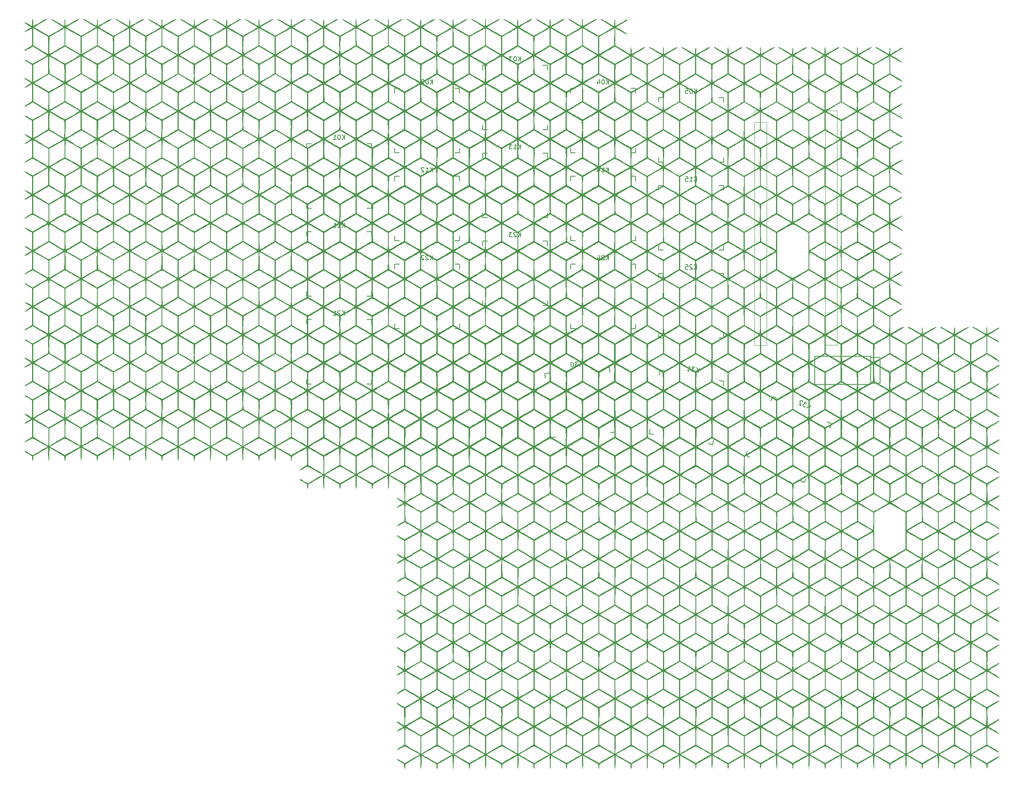
<source format=gbo>
%TF.GenerationSoftware,KiCad,Pcbnew,(7.0.0)*%
%TF.CreationDate,2023-03-01T21:35:24+09:00*%
%TF.ProjectId,keyboard_pcb,6b657962-6f61-4726-945f-7063622e6b69,rev1.0*%
%TF.SameCoordinates,Original*%
%TF.FileFunction,Legend,Bot*%
%TF.FilePolarity,Positive*%
%FSLAX46Y46*%
G04 Gerber Fmt 4.6, Leading zero omitted, Abs format (unit mm)*
G04 Created by KiCad (PCBNEW (7.0.0)) date 2023-03-01 21:35:24*
%MOMM*%
%LPD*%
G01*
G04 APERTURE LIST*
%ADD10C,0.150000*%
%ADD11C,0.120000*%
G04 APERTURE END LIST*
D10*
%TO.C,K04*%
X146164285Y-46012380D02*
X146164285Y-45012380D01*
X145592857Y-46012380D02*
X146021428Y-45440952D01*
X145592857Y-45012380D02*
X146164285Y-45583809D01*
X144973809Y-45012380D02*
X144878571Y-45012380D01*
X144878571Y-45012380D02*
X144783333Y-45060000D01*
X144783333Y-45060000D02*
X144735714Y-45107619D01*
X144735714Y-45107619D02*
X144688095Y-45202857D01*
X144688095Y-45202857D02*
X144640476Y-45393333D01*
X144640476Y-45393333D02*
X144640476Y-45631428D01*
X144640476Y-45631428D02*
X144688095Y-45821904D01*
X144688095Y-45821904D02*
X144735714Y-45917142D01*
X144735714Y-45917142D02*
X144783333Y-45964761D01*
X144783333Y-45964761D02*
X144878571Y-46012380D01*
X144878571Y-46012380D02*
X144973809Y-46012380D01*
X144973809Y-46012380D02*
X145069047Y-45964761D01*
X145069047Y-45964761D02*
X145116666Y-45917142D01*
X145116666Y-45917142D02*
X145164285Y-45821904D01*
X145164285Y-45821904D02*
X145211904Y-45631428D01*
X145211904Y-45631428D02*
X145211904Y-45393333D01*
X145211904Y-45393333D02*
X145164285Y-45202857D01*
X145164285Y-45202857D02*
X145116666Y-45107619D01*
X145116666Y-45107619D02*
X145069047Y-45060000D01*
X145069047Y-45060000D02*
X144973809Y-45012380D01*
X143783333Y-45345714D02*
X143783333Y-46012380D01*
X144021428Y-44964761D02*
X144259523Y-45679047D01*
X144259523Y-45679047D02*
X143640476Y-45679047D01*
%TO.C,K05*%
X165214285Y-48012380D02*
X165214285Y-47012380D01*
X164642857Y-48012380D02*
X165071428Y-47440952D01*
X164642857Y-47012380D02*
X165214285Y-47583809D01*
X164023809Y-47012380D02*
X163928571Y-47012380D01*
X163928571Y-47012380D02*
X163833333Y-47060000D01*
X163833333Y-47060000D02*
X163785714Y-47107619D01*
X163785714Y-47107619D02*
X163738095Y-47202857D01*
X163738095Y-47202857D02*
X163690476Y-47393333D01*
X163690476Y-47393333D02*
X163690476Y-47631428D01*
X163690476Y-47631428D02*
X163738095Y-47821904D01*
X163738095Y-47821904D02*
X163785714Y-47917142D01*
X163785714Y-47917142D02*
X163833333Y-47964761D01*
X163833333Y-47964761D02*
X163928571Y-48012380D01*
X163928571Y-48012380D02*
X164023809Y-48012380D01*
X164023809Y-48012380D02*
X164119047Y-47964761D01*
X164119047Y-47964761D02*
X164166666Y-47917142D01*
X164166666Y-47917142D02*
X164214285Y-47821904D01*
X164214285Y-47821904D02*
X164261904Y-47631428D01*
X164261904Y-47631428D02*
X164261904Y-47393333D01*
X164261904Y-47393333D02*
X164214285Y-47202857D01*
X164214285Y-47202857D02*
X164166666Y-47107619D01*
X164166666Y-47107619D02*
X164119047Y-47060000D01*
X164119047Y-47060000D02*
X164023809Y-47012380D01*
X162785714Y-47012380D02*
X163261904Y-47012380D01*
X163261904Y-47012380D02*
X163309523Y-47488571D01*
X163309523Y-47488571D02*
X163261904Y-47440952D01*
X163261904Y-47440952D02*
X163166666Y-47393333D01*
X163166666Y-47393333D02*
X162928571Y-47393333D01*
X162928571Y-47393333D02*
X162833333Y-47440952D01*
X162833333Y-47440952D02*
X162785714Y-47488571D01*
X162785714Y-47488571D02*
X162738095Y-47583809D01*
X162738095Y-47583809D02*
X162738095Y-47821904D01*
X162738095Y-47821904D02*
X162785714Y-47917142D01*
X162785714Y-47917142D02*
X162833333Y-47964761D01*
X162833333Y-47964761D02*
X162928571Y-48012380D01*
X162928571Y-48012380D02*
X163166666Y-48012380D01*
X163166666Y-48012380D02*
X163261904Y-47964761D01*
X163261904Y-47964761D02*
X163309523Y-47917142D01*
%TO.C,K15*%
X165214285Y-67062380D02*
X165214285Y-66062380D01*
X164642857Y-67062380D02*
X165071428Y-66490952D01*
X164642857Y-66062380D02*
X165214285Y-66633809D01*
X163690476Y-67062380D02*
X164261904Y-67062380D01*
X163976190Y-67062380D02*
X163976190Y-66062380D01*
X163976190Y-66062380D02*
X164071428Y-66205238D01*
X164071428Y-66205238D02*
X164166666Y-66300476D01*
X164166666Y-66300476D02*
X164261904Y-66348095D01*
X162785714Y-66062380D02*
X163261904Y-66062380D01*
X163261904Y-66062380D02*
X163309523Y-66538571D01*
X163309523Y-66538571D02*
X163261904Y-66490952D01*
X163261904Y-66490952D02*
X163166666Y-66443333D01*
X163166666Y-66443333D02*
X162928571Y-66443333D01*
X162928571Y-66443333D02*
X162833333Y-66490952D01*
X162833333Y-66490952D02*
X162785714Y-66538571D01*
X162785714Y-66538571D02*
X162738095Y-66633809D01*
X162738095Y-66633809D02*
X162738095Y-66871904D01*
X162738095Y-66871904D02*
X162785714Y-66967142D01*
X162785714Y-66967142D02*
X162833333Y-67014761D01*
X162833333Y-67014761D02*
X162928571Y-67062380D01*
X162928571Y-67062380D02*
X163166666Y-67062380D01*
X163166666Y-67062380D02*
X163261904Y-67014761D01*
X163261904Y-67014761D02*
X163309523Y-66967142D01*
%TO.C,K03*%
X127114285Y-41012380D02*
X127114285Y-40012380D01*
X126542857Y-41012380D02*
X126971428Y-40440952D01*
X126542857Y-40012380D02*
X127114285Y-40583809D01*
X125923809Y-40012380D02*
X125828571Y-40012380D01*
X125828571Y-40012380D02*
X125733333Y-40060000D01*
X125733333Y-40060000D02*
X125685714Y-40107619D01*
X125685714Y-40107619D02*
X125638095Y-40202857D01*
X125638095Y-40202857D02*
X125590476Y-40393333D01*
X125590476Y-40393333D02*
X125590476Y-40631428D01*
X125590476Y-40631428D02*
X125638095Y-40821904D01*
X125638095Y-40821904D02*
X125685714Y-40917142D01*
X125685714Y-40917142D02*
X125733333Y-40964761D01*
X125733333Y-40964761D02*
X125828571Y-41012380D01*
X125828571Y-41012380D02*
X125923809Y-41012380D01*
X125923809Y-41012380D02*
X126019047Y-40964761D01*
X126019047Y-40964761D02*
X126066666Y-40917142D01*
X126066666Y-40917142D02*
X126114285Y-40821904D01*
X126114285Y-40821904D02*
X126161904Y-40631428D01*
X126161904Y-40631428D02*
X126161904Y-40393333D01*
X126161904Y-40393333D02*
X126114285Y-40202857D01*
X126114285Y-40202857D02*
X126066666Y-40107619D01*
X126066666Y-40107619D02*
X126019047Y-40060000D01*
X126019047Y-40060000D02*
X125923809Y-40012380D01*
X125257142Y-40012380D02*
X124638095Y-40012380D01*
X124638095Y-40012380D02*
X124971428Y-40393333D01*
X124971428Y-40393333D02*
X124828571Y-40393333D01*
X124828571Y-40393333D02*
X124733333Y-40440952D01*
X124733333Y-40440952D02*
X124685714Y-40488571D01*
X124685714Y-40488571D02*
X124638095Y-40583809D01*
X124638095Y-40583809D02*
X124638095Y-40821904D01*
X124638095Y-40821904D02*
X124685714Y-40917142D01*
X124685714Y-40917142D02*
X124733333Y-40964761D01*
X124733333Y-40964761D02*
X124828571Y-41012380D01*
X124828571Y-41012380D02*
X125114285Y-41012380D01*
X125114285Y-41012380D02*
X125209523Y-40964761D01*
X125209523Y-40964761D02*
X125257142Y-40917142D01*
%TO.C,K13*%
X127114285Y-60062380D02*
X127114285Y-59062380D01*
X126542857Y-60062380D02*
X126971428Y-59490952D01*
X126542857Y-59062380D02*
X127114285Y-59633809D01*
X125590476Y-60062380D02*
X126161904Y-60062380D01*
X125876190Y-60062380D02*
X125876190Y-59062380D01*
X125876190Y-59062380D02*
X125971428Y-59205238D01*
X125971428Y-59205238D02*
X126066666Y-59300476D01*
X126066666Y-59300476D02*
X126161904Y-59348095D01*
X125257142Y-59062380D02*
X124638095Y-59062380D01*
X124638095Y-59062380D02*
X124971428Y-59443333D01*
X124971428Y-59443333D02*
X124828571Y-59443333D01*
X124828571Y-59443333D02*
X124733333Y-59490952D01*
X124733333Y-59490952D02*
X124685714Y-59538571D01*
X124685714Y-59538571D02*
X124638095Y-59633809D01*
X124638095Y-59633809D02*
X124638095Y-59871904D01*
X124638095Y-59871904D02*
X124685714Y-59967142D01*
X124685714Y-59967142D02*
X124733333Y-60014761D01*
X124733333Y-60014761D02*
X124828571Y-60062380D01*
X124828571Y-60062380D02*
X125114285Y-60062380D01*
X125114285Y-60062380D02*
X125209523Y-60014761D01*
X125209523Y-60014761D02*
X125257142Y-59967142D01*
%TO.C,K25*%
X165214285Y-86112380D02*
X165214285Y-85112380D01*
X164642857Y-86112380D02*
X165071428Y-85540952D01*
X164642857Y-85112380D02*
X165214285Y-85683809D01*
X164261904Y-85207619D02*
X164214285Y-85160000D01*
X164214285Y-85160000D02*
X164119047Y-85112380D01*
X164119047Y-85112380D02*
X163880952Y-85112380D01*
X163880952Y-85112380D02*
X163785714Y-85160000D01*
X163785714Y-85160000D02*
X163738095Y-85207619D01*
X163738095Y-85207619D02*
X163690476Y-85302857D01*
X163690476Y-85302857D02*
X163690476Y-85398095D01*
X163690476Y-85398095D02*
X163738095Y-85540952D01*
X163738095Y-85540952D02*
X164309523Y-86112380D01*
X164309523Y-86112380D02*
X163690476Y-86112380D01*
X162785714Y-85112380D02*
X163261904Y-85112380D01*
X163261904Y-85112380D02*
X163309523Y-85588571D01*
X163309523Y-85588571D02*
X163261904Y-85540952D01*
X163261904Y-85540952D02*
X163166666Y-85493333D01*
X163166666Y-85493333D02*
X162928571Y-85493333D01*
X162928571Y-85493333D02*
X162833333Y-85540952D01*
X162833333Y-85540952D02*
X162785714Y-85588571D01*
X162785714Y-85588571D02*
X162738095Y-85683809D01*
X162738095Y-85683809D02*
X162738095Y-85921904D01*
X162738095Y-85921904D02*
X162785714Y-86017142D01*
X162785714Y-86017142D02*
X162833333Y-86064761D01*
X162833333Y-86064761D02*
X162928571Y-86112380D01*
X162928571Y-86112380D02*
X163166666Y-86112380D01*
X163166666Y-86112380D02*
X163261904Y-86064761D01*
X163261904Y-86064761D02*
X163309523Y-86017142D01*
%TO.C,K24*%
X146164285Y-84112380D02*
X146164285Y-83112380D01*
X145592857Y-84112380D02*
X146021428Y-83540952D01*
X145592857Y-83112380D02*
X146164285Y-83683809D01*
X145211904Y-83207619D02*
X145164285Y-83160000D01*
X145164285Y-83160000D02*
X145069047Y-83112380D01*
X145069047Y-83112380D02*
X144830952Y-83112380D01*
X144830952Y-83112380D02*
X144735714Y-83160000D01*
X144735714Y-83160000D02*
X144688095Y-83207619D01*
X144688095Y-83207619D02*
X144640476Y-83302857D01*
X144640476Y-83302857D02*
X144640476Y-83398095D01*
X144640476Y-83398095D02*
X144688095Y-83540952D01*
X144688095Y-83540952D02*
X145259523Y-84112380D01*
X145259523Y-84112380D02*
X144640476Y-84112380D01*
X143783333Y-83445714D02*
X143783333Y-84112380D01*
X144021428Y-83064761D02*
X144259523Y-83779047D01*
X144259523Y-83779047D02*
X143640476Y-83779047D01*
%TO.C,K21*%
X89014285Y-96112380D02*
X89014285Y-95112380D01*
X88442857Y-96112380D02*
X88871428Y-95540952D01*
X88442857Y-95112380D02*
X89014285Y-95683809D01*
X88061904Y-95207619D02*
X88014285Y-95160000D01*
X88014285Y-95160000D02*
X87919047Y-95112380D01*
X87919047Y-95112380D02*
X87680952Y-95112380D01*
X87680952Y-95112380D02*
X87585714Y-95160000D01*
X87585714Y-95160000D02*
X87538095Y-95207619D01*
X87538095Y-95207619D02*
X87490476Y-95302857D01*
X87490476Y-95302857D02*
X87490476Y-95398095D01*
X87490476Y-95398095D02*
X87538095Y-95540952D01*
X87538095Y-95540952D02*
X88109523Y-96112380D01*
X88109523Y-96112380D02*
X87490476Y-96112380D01*
X86538095Y-96112380D02*
X87109523Y-96112380D01*
X86823809Y-96112380D02*
X86823809Y-95112380D01*
X86823809Y-95112380D02*
X86919047Y-95255238D01*
X86919047Y-95255238D02*
X87014285Y-95350476D01*
X87014285Y-95350476D02*
X87109523Y-95398095D01*
%TO.C,K02*%
X108064285Y-46012380D02*
X108064285Y-45012380D01*
X107492857Y-46012380D02*
X107921428Y-45440952D01*
X107492857Y-45012380D02*
X108064285Y-45583809D01*
X106873809Y-45012380D02*
X106778571Y-45012380D01*
X106778571Y-45012380D02*
X106683333Y-45060000D01*
X106683333Y-45060000D02*
X106635714Y-45107619D01*
X106635714Y-45107619D02*
X106588095Y-45202857D01*
X106588095Y-45202857D02*
X106540476Y-45393333D01*
X106540476Y-45393333D02*
X106540476Y-45631428D01*
X106540476Y-45631428D02*
X106588095Y-45821904D01*
X106588095Y-45821904D02*
X106635714Y-45917142D01*
X106635714Y-45917142D02*
X106683333Y-45964761D01*
X106683333Y-45964761D02*
X106778571Y-46012380D01*
X106778571Y-46012380D02*
X106873809Y-46012380D01*
X106873809Y-46012380D02*
X106969047Y-45964761D01*
X106969047Y-45964761D02*
X107016666Y-45917142D01*
X107016666Y-45917142D02*
X107064285Y-45821904D01*
X107064285Y-45821904D02*
X107111904Y-45631428D01*
X107111904Y-45631428D02*
X107111904Y-45393333D01*
X107111904Y-45393333D02*
X107064285Y-45202857D01*
X107064285Y-45202857D02*
X107016666Y-45107619D01*
X107016666Y-45107619D02*
X106969047Y-45060000D01*
X106969047Y-45060000D02*
X106873809Y-45012380D01*
X106159523Y-45107619D02*
X106111904Y-45060000D01*
X106111904Y-45060000D02*
X106016666Y-45012380D01*
X106016666Y-45012380D02*
X105778571Y-45012380D01*
X105778571Y-45012380D02*
X105683333Y-45060000D01*
X105683333Y-45060000D02*
X105635714Y-45107619D01*
X105635714Y-45107619D02*
X105588095Y-45202857D01*
X105588095Y-45202857D02*
X105588095Y-45298095D01*
X105588095Y-45298095D02*
X105635714Y-45440952D01*
X105635714Y-45440952D02*
X106207142Y-46012380D01*
X106207142Y-46012380D02*
X105588095Y-46012380D01*
%TO.C,K12*%
X108064285Y-65062380D02*
X108064285Y-64062380D01*
X107492857Y-65062380D02*
X107921428Y-64490952D01*
X107492857Y-64062380D02*
X108064285Y-64633809D01*
X106540476Y-65062380D02*
X107111904Y-65062380D01*
X106826190Y-65062380D02*
X106826190Y-64062380D01*
X106826190Y-64062380D02*
X106921428Y-64205238D01*
X106921428Y-64205238D02*
X107016666Y-64300476D01*
X107016666Y-64300476D02*
X107111904Y-64348095D01*
X106159523Y-64157619D02*
X106111904Y-64110000D01*
X106111904Y-64110000D02*
X106016666Y-64062380D01*
X106016666Y-64062380D02*
X105778571Y-64062380D01*
X105778571Y-64062380D02*
X105683333Y-64110000D01*
X105683333Y-64110000D02*
X105635714Y-64157619D01*
X105635714Y-64157619D02*
X105588095Y-64252857D01*
X105588095Y-64252857D02*
X105588095Y-64348095D01*
X105588095Y-64348095D02*
X105635714Y-64490952D01*
X105635714Y-64490952D02*
X106207142Y-65062380D01*
X106207142Y-65062380D02*
X105588095Y-65062380D01*
%TO.C,K30*%
X140472213Y-107086563D02*
X140385057Y-106090369D01*
X139902959Y-107136367D02*
X140280096Y-106529760D01*
X139815803Y-106140172D02*
X140434860Y-106659623D01*
X139483738Y-106169224D02*
X138867046Y-106223178D01*
X138867046Y-106223178D02*
X139232313Y-106573628D01*
X139232313Y-106573628D02*
X139090000Y-106586079D01*
X139090000Y-106586079D02*
X138999274Y-106641818D01*
X138999274Y-106641818D02*
X138955987Y-106693406D01*
X138955987Y-106693406D02*
X138916849Y-106792432D01*
X138916849Y-106792432D02*
X138937601Y-107029621D01*
X138937601Y-107029621D02*
X138993339Y-107120346D01*
X138993339Y-107120346D02*
X139044927Y-107163634D01*
X139044927Y-107163634D02*
X139143953Y-107202771D01*
X139143953Y-107202771D02*
X139428580Y-107177869D01*
X139428580Y-107177869D02*
X139519306Y-107122131D01*
X139519306Y-107122131D02*
X139562593Y-107070543D01*
X138250354Y-106277131D02*
X138155478Y-106285432D01*
X138155478Y-106285432D02*
X138064753Y-106341170D01*
X138064753Y-106341170D02*
X138021466Y-106392758D01*
X138021466Y-106392758D02*
X137982328Y-106491784D01*
X137982328Y-106491784D02*
X137951491Y-106685686D01*
X137951491Y-106685686D02*
X137972243Y-106922875D01*
X137972243Y-106922875D02*
X138036282Y-107108476D01*
X138036282Y-107108476D02*
X138092020Y-107199201D01*
X138092020Y-107199201D02*
X138143608Y-107242489D01*
X138143608Y-107242489D02*
X138242634Y-107281626D01*
X138242634Y-107281626D02*
X138337510Y-107273326D01*
X138337510Y-107273326D02*
X138428235Y-107217587D01*
X138428235Y-107217587D02*
X138471523Y-107165999D01*
X138471523Y-107165999D02*
X138510660Y-107066973D01*
X138510660Y-107066973D02*
X138541497Y-106873072D01*
X138541497Y-106873072D02*
X138520746Y-106635882D01*
X138520746Y-106635882D02*
X138456707Y-106450281D01*
X138456707Y-106450281D02*
X138400968Y-106359556D01*
X138400968Y-106359556D02*
X138349380Y-106316268D01*
X138349380Y-106316268D02*
X138250354Y-106277131D01*
%TO.C,K01*%
X89014285Y-58012380D02*
X89014285Y-57012380D01*
X88442857Y-58012380D02*
X88871428Y-57440952D01*
X88442857Y-57012380D02*
X89014285Y-57583809D01*
X87823809Y-57012380D02*
X87728571Y-57012380D01*
X87728571Y-57012380D02*
X87633333Y-57060000D01*
X87633333Y-57060000D02*
X87585714Y-57107619D01*
X87585714Y-57107619D02*
X87538095Y-57202857D01*
X87538095Y-57202857D02*
X87490476Y-57393333D01*
X87490476Y-57393333D02*
X87490476Y-57631428D01*
X87490476Y-57631428D02*
X87538095Y-57821904D01*
X87538095Y-57821904D02*
X87585714Y-57917142D01*
X87585714Y-57917142D02*
X87633333Y-57964761D01*
X87633333Y-57964761D02*
X87728571Y-58012380D01*
X87728571Y-58012380D02*
X87823809Y-58012380D01*
X87823809Y-58012380D02*
X87919047Y-57964761D01*
X87919047Y-57964761D02*
X87966666Y-57917142D01*
X87966666Y-57917142D02*
X88014285Y-57821904D01*
X88014285Y-57821904D02*
X88061904Y-57631428D01*
X88061904Y-57631428D02*
X88061904Y-57393333D01*
X88061904Y-57393333D02*
X88014285Y-57202857D01*
X88014285Y-57202857D02*
X87966666Y-57107619D01*
X87966666Y-57107619D02*
X87919047Y-57060000D01*
X87919047Y-57060000D02*
X87823809Y-57012380D01*
X86538095Y-58012380D02*
X87109523Y-58012380D01*
X86823809Y-58012380D02*
X86823809Y-57012380D01*
X86823809Y-57012380D02*
X86919047Y-57155238D01*
X86919047Y-57155238D02*
X87014285Y-57250476D01*
X87014285Y-57250476D02*
X87109523Y-57298095D01*
%TO.C,K14*%
X146164285Y-65062380D02*
X146164285Y-64062380D01*
X145592857Y-65062380D02*
X146021428Y-64490952D01*
X145592857Y-64062380D02*
X146164285Y-64633809D01*
X144640476Y-65062380D02*
X145211904Y-65062380D01*
X144926190Y-65062380D02*
X144926190Y-64062380D01*
X144926190Y-64062380D02*
X145021428Y-64205238D01*
X145021428Y-64205238D02*
X145116666Y-64300476D01*
X145116666Y-64300476D02*
X145211904Y-64348095D01*
X143783333Y-64395714D02*
X143783333Y-65062380D01*
X144021428Y-64014761D02*
X144259523Y-64729047D01*
X144259523Y-64729047D02*
X143640476Y-64729047D01*
%TO.C,K23*%
X127114285Y-79112380D02*
X127114285Y-78112380D01*
X126542857Y-79112380D02*
X126971428Y-78540952D01*
X126542857Y-78112380D02*
X127114285Y-78683809D01*
X126161904Y-78207619D02*
X126114285Y-78160000D01*
X126114285Y-78160000D02*
X126019047Y-78112380D01*
X126019047Y-78112380D02*
X125780952Y-78112380D01*
X125780952Y-78112380D02*
X125685714Y-78160000D01*
X125685714Y-78160000D02*
X125638095Y-78207619D01*
X125638095Y-78207619D02*
X125590476Y-78302857D01*
X125590476Y-78302857D02*
X125590476Y-78398095D01*
X125590476Y-78398095D02*
X125638095Y-78540952D01*
X125638095Y-78540952D02*
X126209523Y-79112380D01*
X126209523Y-79112380D02*
X125590476Y-79112380D01*
X125257142Y-78112380D02*
X124638095Y-78112380D01*
X124638095Y-78112380D02*
X124971428Y-78493333D01*
X124971428Y-78493333D02*
X124828571Y-78493333D01*
X124828571Y-78493333D02*
X124733333Y-78540952D01*
X124733333Y-78540952D02*
X124685714Y-78588571D01*
X124685714Y-78588571D02*
X124638095Y-78683809D01*
X124638095Y-78683809D02*
X124638095Y-78921904D01*
X124638095Y-78921904D02*
X124685714Y-79017142D01*
X124685714Y-79017142D02*
X124733333Y-79064761D01*
X124733333Y-79064761D02*
X124828571Y-79112380D01*
X124828571Y-79112380D02*
X125114285Y-79112380D01*
X125114285Y-79112380D02*
X125209523Y-79064761D01*
X125209523Y-79064761D02*
X125257142Y-79017142D01*
%TO.C,K22*%
X108064285Y-84112380D02*
X108064285Y-83112380D01*
X107492857Y-84112380D02*
X107921428Y-83540952D01*
X107492857Y-83112380D02*
X108064285Y-83683809D01*
X107111904Y-83207619D02*
X107064285Y-83160000D01*
X107064285Y-83160000D02*
X106969047Y-83112380D01*
X106969047Y-83112380D02*
X106730952Y-83112380D01*
X106730952Y-83112380D02*
X106635714Y-83160000D01*
X106635714Y-83160000D02*
X106588095Y-83207619D01*
X106588095Y-83207619D02*
X106540476Y-83302857D01*
X106540476Y-83302857D02*
X106540476Y-83398095D01*
X106540476Y-83398095D02*
X106588095Y-83540952D01*
X106588095Y-83540952D02*
X107159523Y-84112380D01*
X107159523Y-84112380D02*
X106540476Y-84112380D01*
X106159523Y-83207619D02*
X106111904Y-83160000D01*
X106111904Y-83160000D02*
X106016666Y-83112380D01*
X106016666Y-83112380D02*
X105778571Y-83112380D01*
X105778571Y-83112380D02*
X105683333Y-83160000D01*
X105683333Y-83160000D02*
X105635714Y-83207619D01*
X105635714Y-83207619D02*
X105588095Y-83302857D01*
X105588095Y-83302857D02*
X105588095Y-83398095D01*
X105588095Y-83398095D02*
X105635714Y-83540952D01*
X105635714Y-83540952D02*
X106207142Y-84112380D01*
X106207142Y-84112380D02*
X105588095Y-84112380D01*
%TO.C,K32*%
X189483968Y-116414568D02*
X189906587Y-115508260D01*
X188966078Y-116173072D02*
X189595992Y-115836304D01*
X189388696Y-115266764D02*
X189665090Y-116026150D01*
X189086594Y-115125891D02*
X188525546Y-114864271D01*
X188525546Y-114864271D02*
X188666651Y-115350403D01*
X188666651Y-115350403D02*
X188537179Y-115290029D01*
X188537179Y-115290029D02*
X188430739Y-115292938D01*
X188430739Y-115292938D02*
X188367457Y-115315970D01*
X188367457Y-115315970D02*
X188284050Y-115382161D01*
X188284050Y-115382161D02*
X188183427Y-115597948D01*
X188183427Y-115597948D02*
X188186335Y-115704388D01*
X188186335Y-115704388D02*
X188209368Y-115767670D01*
X188209368Y-115767670D02*
X188275558Y-115851077D01*
X188275558Y-115851077D02*
X188534503Y-115971825D01*
X188534503Y-115971825D02*
X188640943Y-115968917D01*
X188640943Y-115968917D02*
X188704225Y-115945884D01*
X188140037Y-114789588D02*
X188117004Y-114726306D01*
X188117004Y-114726306D02*
X188050813Y-114642899D01*
X188050813Y-114642899D02*
X187835026Y-114542276D01*
X187835026Y-114542276D02*
X187728586Y-114545184D01*
X187728586Y-114545184D02*
X187665304Y-114568217D01*
X187665304Y-114568217D02*
X187581897Y-114634407D01*
X187581897Y-114634407D02*
X187541648Y-114720722D01*
X187541648Y-114720722D02*
X187524431Y-114870319D01*
X187524431Y-114870319D02*
X187800825Y-115629706D01*
X187800825Y-115629706D02*
X187239777Y-115368085D01*
%TO.C,K11*%
X89014285Y-77062380D02*
X89014285Y-76062380D01*
X88442857Y-77062380D02*
X88871428Y-76490952D01*
X88442857Y-76062380D02*
X89014285Y-76633809D01*
X87490476Y-77062380D02*
X88061904Y-77062380D01*
X87776190Y-77062380D02*
X87776190Y-76062380D01*
X87776190Y-76062380D02*
X87871428Y-76205238D01*
X87871428Y-76205238D02*
X87966666Y-76300476D01*
X87966666Y-76300476D02*
X88061904Y-76348095D01*
X86538095Y-77062380D02*
X87109523Y-77062380D01*
X86823809Y-77062380D02*
X86823809Y-76062380D01*
X86823809Y-76062380D02*
X86919047Y-76205238D01*
X86919047Y-76205238D02*
X87014285Y-76300476D01*
X87014285Y-76300476D02*
X87109523Y-76348095D01*
%TO.C,K31*%
X165565508Y-108493070D02*
X165739157Y-107508262D01*
X165002761Y-108393842D02*
X165524049Y-107905515D01*
X165176409Y-107409034D02*
X165639929Y-108071009D01*
X164848140Y-107351152D02*
X164238497Y-107243655D01*
X164238497Y-107243655D02*
X164500615Y-107676703D01*
X164500615Y-107676703D02*
X164359928Y-107651896D01*
X164359928Y-107651896D02*
X164257868Y-107682254D01*
X164257868Y-107682254D02*
X164202703Y-107720880D01*
X164202703Y-107720880D02*
X164139270Y-107806402D01*
X164139270Y-107806402D02*
X164097925Y-108040880D01*
X164097925Y-108040880D02*
X164128283Y-108142941D01*
X164128283Y-108142941D02*
X164166909Y-108198105D01*
X164166909Y-108198105D02*
X164252431Y-108261539D01*
X164252431Y-108261539D02*
X164533805Y-108311152D01*
X164533805Y-108311152D02*
X164635865Y-108280795D01*
X164635865Y-108280795D02*
X164691030Y-108242168D01*
X163126937Y-108063084D02*
X163689684Y-108162311D01*
X163408311Y-108112697D02*
X163581959Y-107127890D01*
X163581959Y-107127890D02*
X163650943Y-107285114D01*
X163650943Y-107285114D02*
X163728196Y-107395444D01*
X163728196Y-107395444D02*
X163813719Y-107458877D01*
%TO.C,K04*%
X137950000Y-46900000D02*
X138950000Y-46900000D01*
X137950000Y-47900000D02*
X137950000Y-46900000D01*
X137950000Y-60900000D02*
X137950000Y-59900000D01*
X138950000Y-60900000D02*
X137950000Y-60900000D01*
X150950000Y-46900000D02*
X151950000Y-46900000D01*
X151950000Y-46900000D02*
X151950000Y-47900000D01*
X151950000Y-59900000D02*
X151950000Y-60900000D01*
X151950000Y-60900000D02*
X150950000Y-60900000D01*
%TO.C,K05*%
X157000000Y-48900000D02*
X158000000Y-48900000D01*
X157000000Y-49900000D02*
X157000000Y-48900000D01*
X157000000Y-62900000D02*
X157000000Y-61900000D01*
X158000000Y-62900000D02*
X157000000Y-62900000D01*
X170000000Y-48900000D02*
X171000000Y-48900000D01*
X171000000Y-48900000D02*
X171000000Y-49900000D01*
X171000000Y-61900000D02*
X171000000Y-62900000D01*
X171000000Y-62900000D02*
X170000000Y-62900000D01*
%TO.C,K15*%
X157000000Y-67950000D02*
X158000000Y-67950000D01*
X157000000Y-68950000D02*
X157000000Y-67950000D01*
X157000000Y-81950000D02*
X157000000Y-80950000D01*
X158000000Y-81950000D02*
X157000000Y-81950000D01*
X170000000Y-67950000D02*
X171000000Y-67950000D01*
X171000000Y-67950000D02*
X171000000Y-68950000D01*
X171000000Y-80950000D02*
X171000000Y-81950000D01*
X171000000Y-81950000D02*
X170000000Y-81950000D01*
%TO.C,K03*%
X118900000Y-41900000D02*
X119900000Y-41900000D01*
X118900000Y-42900000D02*
X118900000Y-41900000D01*
X118900000Y-55900000D02*
X118900000Y-54900000D01*
X119900000Y-55900000D02*
X118900000Y-55900000D01*
X131900000Y-41900000D02*
X132900000Y-41900000D01*
X132900000Y-41900000D02*
X132900000Y-42900000D01*
X132900000Y-54900000D02*
X132900000Y-55900000D01*
X132900000Y-55900000D02*
X131900000Y-55900000D01*
%TO.C,K13*%
X118900000Y-60950000D02*
X119900000Y-60950000D01*
X118900000Y-61950000D02*
X118900000Y-60950000D01*
X118900000Y-74950000D02*
X118900000Y-73950000D01*
X119900000Y-74950000D02*
X118900000Y-74950000D01*
X131900000Y-60950000D02*
X132900000Y-60950000D01*
X132900000Y-60950000D02*
X132900000Y-61950000D01*
X132900000Y-73950000D02*
X132900000Y-74950000D01*
X132900000Y-74950000D02*
X131900000Y-74950000D01*
%TO.C,K25*%
X157000000Y-87000000D02*
X158000000Y-87000000D01*
X157000000Y-88000000D02*
X157000000Y-87000000D01*
X157000000Y-101000000D02*
X157000000Y-100000000D01*
X158000000Y-101000000D02*
X157000000Y-101000000D01*
X170000000Y-87000000D02*
X171000000Y-87000000D01*
X171000000Y-87000000D02*
X171000000Y-88000000D01*
X171000000Y-100000000D02*
X171000000Y-101000000D01*
X171000000Y-101000000D02*
X170000000Y-101000000D01*
%TO.C,K24*%
X137950000Y-85000000D02*
X138950000Y-85000000D01*
X137950000Y-86000000D02*
X137950000Y-85000000D01*
X137950000Y-99000000D02*
X137950000Y-98000000D01*
X138950000Y-99000000D02*
X137950000Y-99000000D01*
X150950000Y-85000000D02*
X151950000Y-85000000D01*
X151950000Y-85000000D02*
X151950000Y-86000000D01*
X151950000Y-98000000D02*
X151950000Y-99000000D01*
X151950000Y-99000000D02*
X150950000Y-99000000D01*
%TO.C,K21*%
X80800000Y-97000000D02*
X81800000Y-97000000D01*
X80800000Y-98000000D02*
X80800000Y-97000000D01*
X80800000Y-111000000D02*
X80800000Y-110000000D01*
X81800000Y-111000000D02*
X80800000Y-111000000D01*
X93800000Y-97000000D02*
X94800000Y-97000000D01*
X94800000Y-97000000D02*
X94800000Y-98000000D01*
X94800000Y-110000000D02*
X94800000Y-111000000D01*
X94800000Y-111000000D02*
X93800000Y-111000000D01*
%TO.C,K02*%
X99850000Y-46900000D02*
X100850000Y-46900000D01*
X99850000Y-47900000D02*
X99850000Y-46900000D01*
X99850000Y-60900000D02*
X99850000Y-59900000D01*
X100850000Y-60900000D02*
X99850000Y-60900000D01*
X112850000Y-46900000D02*
X113850000Y-46900000D01*
X113850000Y-46900000D02*
X113850000Y-47900000D01*
X113850000Y-59900000D02*
X113850000Y-60900000D01*
X113850000Y-60900000D02*
X112850000Y-60900000D01*
%TO.C,G\u002A\u002A\u002A*%
G36*
X84010104Y-45780849D02*
G01*
X84905987Y-45780849D01*
X84927126Y-45851750D01*
X85035437Y-45954866D01*
X85250649Y-46104748D01*
X85592492Y-46315948D01*
X86080694Y-46603018D01*
X86352290Y-46760194D01*
X86864145Y-47048439D01*
X87322729Y-47293278D01*
X87697919Y-47479699D01*
X87959593Y-47592689D01*
X88074844Y-47618648D01*
X88205310Y-47552832D01*
X88477062Y-47404092D01*
X88858531Y-47190101D01*
X89318144Y-46928532D01*
X89704364Y-46706440D01*
X90244863Y-46391639D01*
X90630668Y-46158575D01*
X90770260Y-46066090D01*
X91577952Y-46066090D01*
X91605170Y-47930385D01*
X91632389Y-49794680D01*
X93182389Y-50680178D01*
X93685631Y-50965495D01*
X94129421Y-51212972D01*
X94484497Y-51406628D01*
X94721601Y-51530480D01*
X94809644Y-51569048D01*
X94832748Y-51475408D01*
X94850124Y-51213084D01*
X94860916Y-50813336D01*
X94864129Y-50327796D01*
X95099726Y-50327796D01*
X95101227Y-50830925D01*
X95109032Y-51226942D01*
X95122535Y-51484505D01*
X95140343Y-51572419D01*
X95243595Y-51525448D01*
X95491098Y-51395190D01*
X95853477Y-51197627D01*
X96301360Y-50948739D01*
X96717599Y-50714291D01*
X97216520Y-50429979D01*
X97655316Y-50176760D01*
X98004053Y-49972164D01*
X98232795Y-49833722D01*
X98309713Y-49781967D01*
X98332967Y-49662693D01*
X98350404Y-49376601D01*
X98361151Y-48956809D01*
X98364330Y-48436436D01*
X98359713Y-47890189D01*
X98332389Y-46072608D01*
X95132389Y-47925370D01*
X95105133Y-49748894D01*
X95099726Y-50327796D01*
X94864129Y-50327796D01*
X94864264Y-50307420D01*
X94859644Y-49748556D01*
X94832389Y-47924694D01*
X93582389Y-47195004D01*
X93099682Y-46914653D01*
X92646064Y-46653773D01*
X92265325Y-46437372D01*
X92001258Y-46290461D01*
X91955170Y-46265702D01*
X91577952Y-46066090D01*
X90770260Y-46066090D01*
X90882022Y-45992043D01*
X91019166Y-45876841D01*
X91062343Y-45797765D01*
X91053457Y-45780849D01*
X91905987Y-45780849D01*
X91927126Y-45851750D01*
X92035437Y-45954866D01*
X92250649Y-46104748D01*
X92592492Y-46315948D01*
X93080694Y-46603018D01*
X93352290Y-46760194D01*
X93864145Y-47048439D01*
X94322729Y-47293278D01*
X94697919Y-47479699D01*
X94959593Y-47592689D01*
X95074844Y-47618648D01*
X95205310Y-47552832D01*
X95477062Y-47404092D01*
X95858531Y-47190101D01*
X96318144Y-46928532D01*
X96704364Y-46706440D01*
X97244863Y-46391639D01*
X97630668Y-46158575D01*
X97770260Y-46066090D01*
X98577952Y-46066090D01*
X98605170Y-47930385D01*
X98632389Y-49794680D01*
X100182389Y-50680178D01*
X100685631Y-50965495D01*
X101129421Y-51212972D01*
X101484497Y-51406628D01*
X101721601Y-51530480D01*
X101809644Y-51569048D01*
X101832748Y-51475408D01*
X101850124Y-51213084D01*
X101860916Y-50813336D01*
X101864129Y-50327796D01*
X102099726Y-50327796D01*
X102101227Y-50830925D01*
X102109032Y-51226942D01*
X102122535Y-51484505D01*
X102140343Y-51572419D01*
X102243595Y-51525448D01*
X102491098Y-51395190D01*
X102853477Y-51197627D01*
X103301360Y-50948739D01*
X103717599Y-50714291D01*
X104216520Y-50429979D01*
X104655316Y-50176760D01*
X105004053Y-49972164D01*
X105232795Y-49833722D01*
X105309713Y-49781967D01*
X105332967Y-49662693D01*
X105350404Y-49376601D01*
X105361151Y-48956809D01*
X105364330Y-48436436D01*
X105359713Y-47890189D01*
X105332389Y-46072608D01*
X102132389Y-47925370D01*
X102105133Y-49748894D01*
X102099726Y-50327796D01*
X101864129Y-50327796D01*
X101864264Y-50307420D01*
X101859644Y-49748556D01*
X101832389Y-47924694D01*
X100582389Y-47195004D01*
X100099682Y-46914653D01*
X99646064Y-46653773D01*
X99265325Y-46437372D01*
X99001258Y-46290461D01*
X98955170Y-46265702D01*
X98577952Y-46066090D01*
X97770260Y-46066090D01*
X97882022Y-45992043D01*
X98019166Y-45876841D01*
X98062343Y-45797765D01*
X98053457Y-45780849D01*
X98905987Y-45780849D01*
X98927126Y-45851750D01*
X99035437Y-45954866D01*
X99250649Y-46104748D01*
X99592492Y-46315948D01*
X100080694Y-46603018D01*
X100352290Y-46760194D01*
X100864145Y-47048439D01*
X101322729Y-47293278D01*
X101697919Y-47479699D01*
X101959593Y-47592689D01*
X102074844Y-47618648D01*
X102205310Y-47552832D01*
X102477062Y-47404092D01*
X102858531Y-47190101D01*
X103318144Y-46928532D01*
X103704364Y-46706440D01*
X104244863Y-46391639D01*
X104630668Y-46158575D01*
X104770260Y-46066090D01*
X105577952Y-46066090D01*
X105605170Y-47930385D01*
X105632389Y-49794680D01*
X107182389Y-50680178D01*
X107685631Y-50965495D01*
X108129421Y-51212972D01*
X108484497Y-51406628D01*
X108721601Y-51530480D01*
X108809644Y-51569048D01*
X108832748Y-51475408D01*
X108850124Y-51213084D01*
X108860916Y-50813336D01*
X108864129Y-50327796D01*
X109099726Y-50327796D01*
X109101227Y-50830925D01*
X109109032Y-51226942D01*
X109122535Y-51484505D01*
X109140343Y-51572419D01*
X109243595Y-51525448D01*
X109491098Y-51395190D01*
X109853477Y-51197627D01*
X110301360Y-50948739D01*
X110717599Y-50714291D01*
X111216520Y-50429979D01*
X111655316Y-50176760D01*
X112004053Y-49972164D01*
X112232795Y-49833722D01*
X112309713Y-49781967D01*
X112332967Y-49662693D01*
X112350404Y-49376601D01*
X112361151Y-48956809D01*
X112364330Y-48436436D01*
X112359713Y-47890189D01*
X112332389Y-46072608D01*
X109132389Y-47925370D01*
X109105133Y-49748894D01*
X109099726Y-50327796D01*
X108864129Y-50327796D01*
X108864264Y-50307420D01*
X108859644Y-49748556D01*
X108832389Y-47924694D01*
X107582389Y-47195004D01*
X107099682Y-46914653D01*
X106646064Y-46653773D01*
X106265325Y-46437372D01*
X106001258Y-46290461D01*
X105955170Y-46265702D01*
X105577952Y-46066090D01*
X104770260Y-46066090D01*
X104882022Y-45992043D01*
X105019166Y-45876841D01*
X105062343Y-45797765D01*
X105053457Y-45780849D01*
X105905987Y-45780849D01*
X105927126Y-45851750D01*
X106035437Y-45954866D01*
X106250649Y-46104748D01*
X106592492Y-46315948D01*
X107080694Y-46603018D01*
X107352290Y-46760194D01*
X107864145Y-47048439D01*
X108322729Y-47293278D01*
X108697919Y-47479699D01*
X108959593Y-47592689D01*
X109074844Y-47618648D01*
X109205310Y-47552832D01*
X109477062Y-47404092D01*
X109858531Y-47190101D01*
X110318144Y-46928532D01*
X110704364Y-46706440D01*
X111244863Y-46391639D01*
X111630668Y-46158575D01*
X111770260Y-46066090D01*
X112577952Y-46066090D01*
X112605170Y-47930385D01*
X112632389Y-49794680D01*
X114182389Y-50680178D01*
X114685631Y-50965495D01*
X115129421Y-51212972D01*
X115484497Y-51406628D01*
X115721601Y-51530480D01*
X115809644Y-51569048D01*
X115832748Y-51475408D01*
X115850124Y-51213084D01*
X115860916Y-50813336D01*
X115864129Y-50327796D01*
X116099726Y-50327796D01*
X116101227Y-50830925D01*
X116109032Y-51226942D01*
X116122535Y-51484505D01*
X116140343Y-51572419D01*
X116243595Y-51525448D01*
X116491098Y-51395190D01*
X116853477Y-51197627D01*
X117301360Y-50948739D01*
X117717599Y-50714291D01*
X118216520Y-50429979D01*
X118655316Y-50176760D01*
X119004053Y-49972164D01*
X119232795Y-49833722D01*
X119309713Y-49781967D01*
X119332967Y-49662693D01*
X119350404Y-49376601D01*
X119361151Y-48956809D01*
X119364330Y-48436436D01*
X119359713Y-47890189D01*
X119332389Y-46072608D01*
X116132389Y-47925370D01*
X116105133Y-49748894D01*
X116099726Y-50327796D01*
X115864129Y-50327796D01*
X115864264Y-50307420D01*
X115859644Y-49748556D01*
X115832389Y-47924694D01*
X114582389Y-47195004D01*
X114099682Y-46914653D01*
X113646064Y-46653773D01*
X113265325Y-46437372D01*
X113001258Y-46290461D01*
X112955170Y-46265702D01*
X112577952Y-46066090D01*
X111770260Y-46066090D01*
X111882022Y-45992043D01*
X112019166Y-45876841D01*
X112062343Y-45797765D01*
X112053457Y-45780849D01*
X112905987Y-45780849D01*
X112927126Y-45851750D01*
X113035437Y-45954866D01*
X113250649Y-46104748D01*
X113592492Y-46315948D01*
X114080694Y-46603018D01*
X114352290Y-46760194D01*
X114864145Y-47048439D01*
X115322729Y-47293278D01*
X115697919Y-47479699D01*
X115959593Y-47592689D01*
X116074844Y-47618648D01*
X116205310Y-47552832D01*
X116477062Y-47404092D01*
X116858531Y-47190101D01*
X117318144Y-46928532D01*
X117704364Y-46706440D01*
X118244863Y-46391639D01*
X118630668Y-46158575D01*
X118770260Y-46066090D01*
X119577952Y-46066090D01*
X119605170Y-47930385D01*
X119632389Y-49794680D01*
X121182389Y-50680178D01*
X121685631Y-50965495D01*
X122129421Y-51212972D01*
X122484497Y-51406628D01*
X122721601Y-51530480D01*
X122809644Y-51569048D01*
X122832748Y-51475408D01*
X122850124Y-51213084D01*
X122860916Y-50813336D01*
X122864129Y-50327796D01*
X123099726Y-50327796D01*
X123101227Y-50830925D01*
X123109032Y-51226942D01*
X123122535Y-51484505D01*
X123140343Y-51572419D01*
X123243595Y-51525448D01*
X123491098Y-51395190D01*
X123853477Y-51197627D01*
X124301360Y-50948739D01*
X124717599Y-50714291D01*
X125216520Y-50429979D01*
X125655316Y-50176760D01*
X126004053Y-49972164D01*
X126232795Y-49833722D01*
X126309713Y-49781967D01*
X126332967Y-49662693D01*
X126350404Y-49376601D01*
X126361151Y-48956809D01*
X126364330Y-48436436D01*
X126359713Y-47890189D01*
X126332389Y-46072608D01*
X123132389Y-47925370D01*
X123105133Y-49748894D01*
X123099726Y-50327796D01*
X122864129Y-50327796D01*
X122864264Y-50307420D01*
X122859644Y-49748556D01*
X122832389Y-47924694D01*
X121582389Y-47195004D01*
X121099682Y-46914653D01*
X120646064Y-46653773D01*
X120265325Y-46437372D01*
X120001258Y-46290461D01*
X119955170Y-46265702D01*
X119577952Y-46066090D01*
X118770260Y-46066090D01*
X118882022Y-45992043D01*
X119019166Y-45876841D01*
X119062343Y-45797765D01*
X119053457Y-45780849D01*
X119905987Y-45780849D01*
X119927126Y-45851750D01*
X120035437Y-45954866D01*
X120250649Y-46104748D01*
X120592492Y-46315948D01*
X121080694Y-46603018D01*
X121352290Y-46760194D01*
X121864145Y-47048439D01*
X122322729Y-47293278D01*
X122697919Y-47479699D01*
X122959593Y-47592689D01*
X123074844Y-47618648D01*
X123205310Y-47552832D01*
X123477062Y-47404092D01*
X123858531Y-47190101D01*
X124318144Y-46928532D01*
X124704364Y-46706440D01*
X125244863Y-46391639D01*
X125630668Y-46158575D01*
X125770260Y-46066090D01*
X126577952Y-46066090D01*
X126605170Y-47930385D01*
X126632389Y-49794680D01*
X128182389Y-50680178D01*
X128685631Y-50965495D01*
X129129421Y-51212972D01*
X129484497Y-51406628D01*
X129721601Y-51530480D01*
X129809644Y-51569048D01*
X129832748Y-51475408D01*
X129850124Y-51213084D01*
X129860916Y-50813336D01*
X129864129Y-50327796D01*
X130099726Y-50327796D01*
X130101227Y-50830925D01*
X130109032Y-51226942D01*
X130122535Y-51484505D01*
X130140343Y-51572419D01*
X130243595Y-51525448D01*
X130491098Y-51395190D01*
X130853477Y-51197627D01*
X131301360Y-50948739D01*
X131717599Y-50714291D01*
X132216520Y-50429979D01*
X132655316Y-50176760D01*
X133004053Y-49972164D01*
X133232795Y-49833722D01*
X133309713Y-49781967D01*
X133332967Y-49662693D01*
X133350404Y-49376601D01*
X133361151Y-48956809D01*
X133364330Y-48436436D01*
X133359713Y-47890189D01*
X133332389Y-46072608D01*
X130132389Y-47925370D01*
X130105133Y-49748894D01*
X130099726Y-50327796D01*
X129864129Y-50327796D01*
X129864264Y-50307420D01*
X129859644Y-49748556D01*
X129832389Y-47924694D01*
X128582389Y-47195004D01*
X128099682Y-46914653D01*
X127646064Y-46653773D01*
X127265325Y-46437372D01*
X127001258Y-46290461D01*
X126955170Y-46265702D01*
X126577952Y-46066090D01*
X125770260Y-46066090D01*
X125882022Y-45992043D01*
X126019166Y-45876841D01*
X126062343Y-45797765D01*
X126053457Y-45780849D01*
X126905987Y-45780849D01*
X126927126Y-45851750D01*
X127035437Y-45954866D01*
X127250649Y-46104748D01*
X127592492Y-46315948D01*
X128080694Y-46603018D01*
X128352290Y-46760194D01*
X128864145Y-47048439D01*
X129322729Y-47293278D01*
X129697919Y-47479699D01*
X129959593Y-47592689D01*
X130074844Y-47618648D01*
X130205310Y-47552832D01*
X130477062Y-47404092D01*
X130858531Y-47190101D01*
X131318144Y-46928532D01*
X131704364Y-46706440D01*
X132244863Y-46391639D01*
X132630668Y-46158575D01*
X132770260Y-46066090D01*
X133577952Y-46066090D01*
X133605170Y-47930385D01*
X133632389Y-49794680D01*
X135182389Y-50680178D01*
X135685631Y-50965495D01*
X136129421Y-51212972D01*
X136484497Y-51406628D01*
X136721601Y-51530480D01*
X136809644Y-51569048D01*
X136832748Y-51475408D01*
X136850124Y-51213084D01*
X136860916Y-50813336D01*
X136864129Y-50327796D01*
X137099726Y-50327796D01*
X137101227Y-50830925D01*
X137109032Y-51226942D01*
X137122535Y-51484505D01*
X137140343Y-51572419D01*
X137243595Y-51525448D01*
X137491098Y-51395190D01*
X137853477Y-51197627D01*
X138301360Y-50948739D01*
X138717599Y-50714291D01*
X139216520Y-50429979D01*
X139655316Y-50176760D01*
X140004053Y-49972164D01*
X140232795Y-49833722D01*
X140309713Y-49781967D01*
X140332967Y-49662693D01*
X140350404Y-49376601D01*
X140361151Y-48956809D01*
X140364330Y-48436436D01*
X140359713Y-47890189D01*
X140332389Y-46072608D01*
X137132389Y-47925370D01*
X137105133Y-49748894D01*
X137099726Y-50327796D01*
X136864129Y-50327796D01*
X136864264Y-50307420D01*
X136859644Y-49748556D01*
X136832389Y-47924694D01*
X135582389Y-47195004D01*
X135099682Y-46914653D01*
X134646064Y-46653773D01*
X134265325Y-46437372D01*
X134001258Y-46290461D01*
X133955170Y-46265702D01*
X133577952Y-46066090D01*
X132770260Y-46066090D01*
X132882022Y-45992043D01*
X133019166Y-45876841D01*
X133062343Y-45797765D01*
X133053457Y-45780849D01*
X133905987Y-45780849D01*
X133927126Y-45851750D01*
X134035437Y-45954866D01*
X134250649Y-46104748D01*
X134592492Y-46315948D01*
X135080694Y-46603018D01*
X135352290Y-46760194D01*
X135864145Y-47048439D01*
X136322729Y-47293278D01*
X136697919Y-47479699D01*
X136959593Y-47592689D01*
X137074844Y-47618648D01*
X137205310Y-47552832D01*
X137477062Y-47404092D01*
X137858531Y-47190101D01*
X138318144Y-46928532D01*
X138704364Y-46706440D01*
X139244863Y-46391639D01*
X139630668Y-46158575D01*
X139770260Y-46066090D01*
X140577952Y-46066090D01*
X140605170Y-47930385D01*
X140632389Y-49794680D01*
X142182389Y-50680178D01*
X142685631Y-50965495D01*
X143129421Y-51212972D01*
X143484497Y-51406628D01*
X143721601Y-51530480D01*
X143809644Y-51569048D01*
X143832748Y-51475408D01*
X143850124Y-51213084D01*
X143860916Y-50813336D01*
X143864129Y-50327796D01*
X144099726Y-50327796D01*
X144101227Y-50830925D01*
X144109032Y-51226942D01*
X144122535Y-51484505D01*
X144140343Y-51572419D01*
X144243595Y-51525448D01*
X144491098Y-51395190D01*
X144853477Y-51197627D01*
X145301360Y-50948739D01*
X145717599Y-50714291D01*
X146216520Y-50429979D01*
X146655316Y-50176760D01*
X147004053Y-49972164D01*
X147232795Y-49833722D01*
X147309713Y-49781967D01*
X147332967Y-49662693D01*
X147350404Y-49376601D01*
X147361151Y-48956809D01*
X147364330Y-48436436D01*
X147359713Y-47890189D01*
X147332389Y-46072608D01*
X144132389Y-47925370D01*
X144105133Y-49748894D01*
X144099726Y-50327796D01*
X143864129Y-50327796D01*
X143864264Y-50307420D01*
X143859644Y-49748556D01*
X143832389Y-47924694D01*
X142582389Y-47195004D01*
X142099682Y-46914653D01*
X141646064Y-46653773D01*
X141265325Y-46437372D01*
X141001258Y-46290461D01*
X140955170Y-46265702D01*
X140577952Y-46066090D01*
X139770260Y-46066090D01*
X139882022Y-45992043D01*
X140019166Y-45876841D01*
X140062343Y-45797765D01*
X140053457Y-45780849D01*
X140905987Y-45780849D01*
X140927126Y-45851750D01*
X141035437Y-45954866D01*
X141250649Y-46104748D01*
X141592492Y-46315948D01*
X142080694Y-46603018D01*
X142352290Y-46760194D01*
X142864145Y-47048439D01*
X143322729Y-47293278D01*
X143697919Y-47479699D01*
X143959593Y-47592689D01*
X144074844Y-47618648D01*
X144205310Y-47552832D01*
X144477062Y-47404092D01*
X144858531Y-47190101D01*
X145318144Y-46928532D01*
X145704364Y-46706440D01*
X146244863Y-46391639D01*
X146630668Y-46158575D01*
X146770260Y-46066090D01*
X147577952Y-46066090D01*
X147605170Y-47930385D01*
X147632389Y-49794680D01*
X149182389Y-50680178D01*
X149685631Y-50965495D01*
X150129421Y-51212972D01*
X150484497Y-51406628D01*
X150721601Y-51530480D01*
X150809644Y-51569048D01*
X150832748Y-51475408D01*
X150850124Y-51213084D01*
X150860916Y-50813336D01*
X150864129Y-50327796D01*
X151099726Y-50327796D01*
X151101227Y-50830925D01*
X151109032Y-51226942D01*
X151122535Y-51484505D01*
X151140343Y-51572419D01*
X151243595Y-51525448D01*
X151491098Y-51395190D01*
X151853477Y-51197627D01*
X152301360Y-50948739D01*
X152717599Y-50714291D01*
X153216520Y-50429979D01*
X153655316Y-50176760D01*
X154004053Y-49972164D01*
X154232795Y-49833722D01*
X154309713Y-49781967D01*
X154332967Y-49662693D01*
X154350404Y-49376601D01*
X154361151Y-48956809D01*
X154364330Y-48436436D01*
X154359713Y-47890189D01*
X154332389Y-46072608D01*
X151132389Y-47925370D01*
X151105133Y-49748894D01*
X151099726Y-50327796D01*
X150864129Y-50327796D01*
X150864264Y-50307420D01*
X150859644Y-49748556D01*
X150832389Y-47924694D01*
X149582389Y-47195004D01*
X149099682Y-46914653D01*
X148646064Y-46653773D01*
X148265325Y-46437372D01*
X148001258Y-46290461D01*
X147955170Y-46265702D01*
X147577952Y-46066090D01*
X146770260Y-46066090D01*
X146882022Y-45992043D01*
X147019166Y-45876841D01*
X147062343Y-45797765D01*
X147053457Y-45780849D01*
X147905987Y-45780849D01*
X147927126Y-45851750D01*
X148035437Y-45954866D01*
X148250649Y-46104748D01*
X148592492Y-46315948D01*
X149080694Y-46603018D01*
X149352290Y-46760194D01*
X149864145Y-47048439D01*
X150322729Y-47293278D01*
X150697919Y-47479699D01*
X150959593Y-47592689D01*
X151074844Y-47618648D01*
X151205310Y-47552832D01*
X151477062Y-47404092D01*
X151858531Y-47190101D01*
X152318144Y-46928532D01*
X152704364Y-46706440D01*
X153244863Y-46391639D01*
X153630668Y-46158575D01*
X153770260Y-46066090D01*
X154577952Y-46066090D01*
X154605170Y-47930385D01*
X154632389Y-49794680D01*
X156182389Y-50680178D01*
X156685631Y-50965495D01*
X157129421Y-51212972D01*
X157484497Y-51406628D01*
X157721601Y-51530480D01*
X157809644Y-51569048D01*
X157832748Y-51475408D01*
X157850124Y-51213084D01*
X157860916Y-50813336D01*
X157864129Y-50327796D01*
X158099726Y-50327796D01*
X158101227Y-50830925D01*
X158109032Y-51226942D01*
X158122535Y-51484505D01*
X158140343Y-51572419D01*
X158243595Y-51525448D01*
X158491098Y-51395190D01*
X158853477Y-51197627D01*
X159301360Y-50948739D01*
X159717599Y-50714291D01*
X160216520Y-50429979D01*
X160655316Y-50176760D01*
X161004053Y-49972164D01*
X161232795Y-49833722D01*
X161309713Y-49781967D01*
X161332967Y-49662693D01*
X161350404Y-49376601D01*
X161361151Y-48956809D01*
X161364330Y-48436436D01*
X161359713Y-47890189D01*
X161332389Y-46072608D01*
X158132389Y-47925370D01*
X158105133Y-49748894D01*
X158099726Y-50327796D01*
X157864129Y-50327796D01*
X157864264Y-50307420D01*
X157859644Y-49748556D01*
X157832389Y-47924694D01*
X156582389Y-47195004D01*
X156099682Y-46914653D01*
X155646064Y-46653773D01*
X155265325Y-46437372D01*
X155001258Y-46290461D01*
X154955170Y-46265702D01*
X154577952Y-46066090D01*
X153770260Y-46066090D01*
X153882022Y-45992043D01*
X154019166Y-45876841D01*
X154062343Y-45797765D01*
X154053457Y-45780849D01*
X154905987Y-45780849D01*
X154927126Y-45851750D01*
X155035437Y-45954866D01*
X155250649Y-46104748D01*
X155592492Y-46315948D01*
X156080694Y-46603018D01*
X156352290Y-46760194D01*
X156864145Y-47048439D01*
X157322729Y-47293278D01*
X157697919Y-47479699D01*
X157959593Y-47592689D01*
X158074844Y-47618648D01*
X158205310Y-47552832D01*
X158477062Y-47404092D01*
X158858531Y-47190101D01*
X159318144Y-46928532D01*
X159704364Y-46706440D01*
X160244863Y-46391639D01*
X160630668Y-46158575D01*
X160770260Y-46066090D01*
X161577952Y-46066090D01*
X161605170Y-47930385D01*
X161632389Y-49794680D01*
X163182389Y-50680178D01*
X163685631Y-50965495D01*
X164129421Y-51212972D01*
X164484497Y-51406628D01*
X164721601Y-51530480D01*
X164809644Y-51569048D01*
X164832748Y-51475408D01*
X164850124Y-51213084D01*
X164860916Y-50813336D01*
X164864129Y-50327796D01*
X165099726Y-50327796D01*
X165101227Y-50830925D01*
X165109032Y-51226942D01*
X165122535Y-51484505D01*
X165140343Y-51572419D01*
X165243595Y-51525448D01*
X165491098Y-51395190D01*
X165853477Y-51197627D01*
X166301360Y-50948739D01*
X166717599Y-50714291D01*
X167216520Y-50429979D01*
X167655316Y-50176760D01*
X168004053Y-49972164D01*
X168232795Y-49833722D01*
X168309713Y-49781967D01*
X168332967Y-49662693D01*
X168350404Y-49376601D01*
X168361151Y-48956809D01*
X168364330Y-48436436D01*
X168359713Y-47890189D01*
X168332389Y-46072608D01*
X165132389Y-47925370D01*
X165105133Y-49748894D01*
X165099726Y-50327796D01*
X164864129Y-50327796D01*
X164864264Y-50307420D01*
X164859644Y-49748556D01*
X164832389Y-47924694D01*
X163582389Y-47195004D01*
X163099682Y-46914653D01*
X162646064Y-46653773D01*
X162265325Y-46437372D01*
X162001258Y-46290461D01*
X161955170Y-46265702D01*
X161577952Y-46066090D01*
X160770260Y-46066090D01*
X160882022Y-45992043D01*
X161019166Y-45876841D01*
X161062343Y-45797765D01*
X161053457Y-45780849D01*
X161905987Y-45780849D01*
X161927126Y-45851750D01*
X162035437Y-45954866D01*
X162250649Y-46104748D01*
X162592492Y-46315948D01*
X163080694Y-46603018D01*
X163352290Y-46760194D01*
X163864145Y-47048439D01*
X164322729Y-47293278D01*
X164697919Y-47479699D01*
X164959593Y-47592689D01*
X165074844Y-47618648D01*
X165205310Y-47552832D01*
X165477062Y-47404092D01*
X165858531Y-47190101D01*
X166318144Y-46928532D01*
X166704364Y-46706440D01*
X167244863Y-46391639D01*
X167630668Y-46158575D01*
X167770260Y-46066090D01*
X168577952Y-46066090D01*
X168605170Y-47930385D01*
X168632389Y-49794680D01*
X170182389Y-50680178D01*
X170685631Y-50965495D01*
X171129421Y-51212972D01*
X171484497Y-51406628D01*
X171721601Y-51530480D01*
X171809644Y-51569048D01*
X171832748Y-51475408D01*
X171850124Y-51213084D01*
X171860916Y-50813336D01*
X171864129Y-50327796D01*
X172099726Y-50327796D01*
X172101227Y-50830925D01*
X172109032Y-51226942D01*
X172122535Y-51484505D01*
X172140343Y-51572419D01*
X172243595Y-51525448D01*
X172491098Y-51395190D01*
X172853477Y-51197627D01*
X173301360Y-50948739D01*
X173717599Y-50714291D01*
X174216520Y-50429979D01*
X174655316Y-50176760D01*
X175004053Y-49972164D01*
X175232795Y-49833722D01*
X175309713Y-49781967D01*
X175332967Y-49662693D01*
X175350404Y-49376601D01*
X175361151Y-48956809D01*
X175364330Y-48436436D01*
X175359713Y-47890189D01*
X175332389Y-46072608D01*
X172132389Y-47925370D01*
X172105133Y-49748894D01*
X172099726Y-50327796D01*
X171864129Y-50327796D01*
X171864264Y-50307420D01*
X171859644Y-49748556D01*
X171832389Y-47924694D01*
X170582389Y-47195004D01*
X170099682Y-46914653D01*
X169646064Y-46653773D01*
X169265325Y-46437372D01*
X169001258Y-46290461D01*
X168955170Y-46265702D01*
X168577952Y-46066090D01*
X167770260Y-46066090D01*
X167882022Y-45992043D01*
X168019166Y-45876841D01*
X168062343Y-45797765D01*
X168053457Y-45780849D01*
X168905987Y-45780849D01*
X168927126Y-45851750D01*
X169035437Y-45954866D01*
X169250649Y-46104748D01*
X169592492Y-46315948D01*
X170080694Y-46603018D01*
X170352290Y-46760194D01*
X170864145Y-47048439D01*
X171322729Y-47293278D01*
X171697919Y-47479699D01*
X171959593Y-47592689D01*
X172074844Y-47618648D01*
X172205310Y-47552832D01*
X172477062Y-47404092D01*
X172858531Y-47190101D01*
X173318144Y-46928532D01*
X173704364Y-46706440D01*
X174244863Y-46391639D01*
X174630668Y-46158575D01*
X174770260Y-46066090D01*
X175577952Y-46066090D01*
X175605170Y-47930385D01*
X175632389Y-49794680D01*
X177182389Y-50680178D01*
X177685631Y-50965495D01*
X178129421Y-51212972D01*
X178484497Y-51406628D01*
X178721601Y-51530480D01*
X178809644Y-51569048D01*
X178832748Y-51475408D01*
X178850124Y-51213084D01*
X178860916Y-50813336D01*
X178864129Y-50327796D01*
X179099726Y-50327796D01*
X179101227Y-50830925D01*
X179109032Y-51226942D01*
X179122535Y-51484505D01*
X179140343Y-51572419D01*
X179243595Y-51525448D01*
X179491098Y-51395190D01*
X179853477Y-51197627D01*
X180301360Y-50948739D01*
X180717599Y-50714291D01*
X181216520Y-50429979D01*
X181655316Y-50176760D01*
X182004053Y-49972164D01*
X182232795Y-49833722D01*
X182309713Y-49781967D01*
X182332967Y-49662693D01*
X182350404Y-49376601D01*
X182361151Y-48956809D01*
X182364330Y-48436436D01*
X182359713Y-47890189D01*
X182332389Y-46072608D01*
X179132389Y-47925370D01*
X179105133Y-49748894D01*
X179099726Y-50327796D01*
X178864129Y-50327796D01*
X178864264Y-50307420D01*
X178859644Y-49748556D01*
X178832389Y-47924694D01*
X177582389Y-47195004D01*
X177099682Y-46914653D01*
X176646064Y-46653773D01*
X176265325Y-46437372D01*
X176001258Y-46290461D01*
X175955170Y-46265702D01*
X175577952Y-46066090D01*
X174770260Y-46066090D01*
X174882022Y-45992043D01*
X175019166Y-45876841D01*
X175062343Y-45797765D01*
X175053457Y-45780849D01*
X175905987Y-45780849D01*
X175927126Y-45851750D01*
X176035437Y-45954866D01*
X176250649Y-46104748D01*
X176592492Y-46315948D01*
X177080694Y-46603018D01*
X177352290Y-46760194D01*
X177864145Y-47048439D01*
X178322729Y-47293278D01*
X178697919Y-47479699D01*
X178959593Y-47592689D01*
X179074844Y-47618648D01*
X179205310Y-47552832D01*
X179477062Y-47404092D01*
X179858531Y-47190101D01*
X180318144Y-46928532D01*
X180704364Y-46706440D01*
X181244863Y-46391639D01*
X181630668Y-46158575D01*
X181770260Y-46066090D01*
X182577952Y-46066090D01*
X182605170Y-47930385D01*
X182632389Y-49794680D01*
X184182389Y-50680178D01*
X184685631Y-50965495D01*
X185129421Y-51212972D01*
X185484497Y-51406628D01*
X185721601Y-51530480D01*
X185809644Y-51569048D01*
X185832748Y-51475408D01*
X185850124Y-51213084D01*
X185860916Y-50813336D01*
X185864129Y-50327796D01*
X186099726Y-50327796D01*
X186101227Y-50830925D01*
X186109032Y-51226942D01*
X186122535Y-51484505D01*
X186140343Y-51572419D01*
X186243595Y-51525448D01*
X186491098Y-51395190D01*
X186853477Y-51197627D01*
X187301360Y-50948739D01*
X187717599Y-50714291D01*
X188216520Y-50429979D01*
X188655316Y-50176760D01*
X189004053Y-49972164D01*
X189232795Y-49833722D01*
X189309713Y-49781967D01*
X189332967Y-49662693D01*
X189350404Y-49376601D01*
X189361151Y-48956809D01*
X189364330Y-48436436D01*
X189359713Y-47890189D01*
X189332389Y-46072608D01*
X186132389Y-47925370D01*
X186105133Y-49748894D01*
X186099726Y-50327796D01*
X185864129Y-50327796D01*
X185864264Y-50307420D01*
X185859644Y-49748556D01*
X185832389Y-47924694D01*
X184582389Y-47195004D01*
X184099682Y-46914653D01*
X183646064Y-46653773D01*
X183265325Y-46437372D01*
X183001258Y-46290461D01*
X182955170Y-46265702D01*
X182577952Y-46066090D01*
X181770260Y-46066090D01*
X181882022Y-45992043D01*
X182019166Y-45876841D01*
X182062343Y-45797765D01*
X182053457Y-45780849D01*
X182905987Y-45780849D01*
X182927126Y-45851750D01*
X183035437Y-45954866D01*
X183250649Y-46104748D01*
X183592492Y-46315948D01*
X184080694Y-46603018D01*
X184352290Y-46760194D01*
X184864145Y-47048439D01*
X185322729Y-47293278D01*
X185697919Y-47479699D01*
X185959593Y-47592689D01*
X186074844Y-47618648D01*
X186205310Y-47552832D01*
X186477062Y-47404092D01*
X186858531Y-47190101D01*
X187318144Y-46928532D01*
X187704364Y-46706440D01*
X188244863Y-46391639D01*
X188630668Y-46158575D01*
X188770260Y-46066090D01*
X189577952Y-46066090D01*
X189605170Y-47930385D01*
X189632389Y-49794680D01*
X191182389Y-50680178D01*
X191685631Y-50965495D01*
X192129421Y-51212972D01*
X192484497Y-51406628D01*
X192721601Y-51530480D01*
X192809644Y-51569048D01*
X192832748Y-51475408D01*
X192850124Y-51213084D01*
X192860916Y-50813336D01*
X192864129Y-50327796D01*
X193099726Y-50327796D01*
X193101227Y-50830925D01*
X193109032Y-51226942D01*
X193122535Y-51484505D01*
X193140343Y-51572419D01*
X193243595Y-51525448D01*
X193491098Y-51395190D01*
X193853477Y-51197627D01*
X194301360Y-50948739D01*
X194717599Y-50714291D01*
X195216520Y-50429979D01*
X195655316Y-50176760D01*
X196004053Y-49972164D01*
X196232795Y-49833722D01*
X196309713Y-49781967D01*
X196332967Y-49662693D01*
X196350404Y-49376601D01*
X196361151Y-48956809D01*
X196364330Y-48436436D01*
X196359713Y-47890189D01*
X196332389Y-46072608D01*
X193132389Y-47925370D01*
X193105133Y-49748894D01*
X193099726Y-50327796D01*
X192864129Y-50327796D01*
X192864264Y-50307420D01*
X192859644Y-49748556D01*
X192832389Y-47924694D01*
X191582389Y-47195004D01*
X191099682Y-46914653D01*
X190646064Y-46653773D01*
X190265325Y-46437372D01*
X190001258Y-46290461D01*
X189955170Y-46265702D01*
X189577952Y-46066090D01*
X188770260Y-46066090D01*
X188882022Y-45992043D01*
X189019166Y-45876841D01*
X189062343Y-45797765D01*
X189053457Y-45780849D01*
X189905987Y-45780849D01*
X189927126Y-45851750D01*
X190035437Y-45954866D01*
X190250649Y-46104748D01*
X190592492Y-46315948D01*
X191080694Y-46603018D01*
X191352290Y-46760194D01*
X191864145Y-47048439D01*
X192322729Y-47293278D01*
X192697919Y-47479699D01*
X192959593Y-47592689D01*
X193074844Y-47618648D01*
X193205310Y-47552832D01*
X193477062Y-47404092D01*
X193858531Y-47190101D01*
X194318144Y-46928532D01*
X194704364Y-46706440D01*
X195244863Y-46391639D01*
X195630668Y-46158575D01*
X195770260Y-46066090D01*
X196577952Y-46066090D01*
X196605170Y-47930385D01*
X196632389Y-49794680D01*
X198182389Y-50680178D01*
X198685631Y-50965495D01*
X199129421Y-51212972D01*
X199484497Y-51406628D01*
X199721601Y-51530480D01*
X199809644Y-51569048D01*
X199832748Y-51475408D01*
X199850124Y-51213084D01*
X199860916Y-50813336D01*
X199864129Y-50327796D01*
X200099726Y-50327796D01*
X200101227Y-50830925D01*
X200109032Y-51226942D01*
X200122535Y-51484505D01*
X200140343Y-51572419D01*
X200243595Y-51525448D01*
X200491098Y-51395190D01*
X200853477Y-51197627D01*
X201301360Y-50948739D01*
X201717599Y-50714291D01*
X202216520Y-50429979D01*
X202655316Y-50176760D01*
X203004053Y-49972164D01*
X203232795Y-49833722D01*
X203309713Y-49781967D01*
X203332967Y-49662693D01*
X203350404Y-49376601D01*
X203361151Y-48956809D01*
X203364330Y-48436436D01*
X203359713Y-47890189D01*
X203332389Y-46072608D01*
X200132389Y-47925370D01*
X200105133Y-49748894D01*
X200099726Y-50327796D01*
X199864129Y-50327796D01*
X199864264Y-50307420D01*
X199859644Y-49748556D01*
X199832389Y-47924694D01*
X198582389Y-47195004D01*
X198099682Y-46914653D01*
X197646064Y-46653773D01*
X197265325Y-46437372D01*
X197001258Y-46290461D01*
X196955170Y-46265702D01*
X196577952Y-46066090D01*
X195770260Y-46066090D01*
X195882022Y-45992043D01*
X196019166Y-45876841D01*
X196062343Y-45797765D01*
X196053457Y-45780849D01*
X196905987Y-45780849D01*
X196927126Y-45851750D01*
X197035437Y-45954866D01*
X197250649Y-46104748D01*
X197592492Y-46315948D01*
X198080694Y-46603018D01*
X198352290Y-46760194D01*
X198864145Y-47048439D01*
X199322729Y-47293278D01*
X199697919Y-47479699D01*
X199959593Y-47592689D01*
X200074844Y-47618648D01*
X200205310Y-47552832D01*
X200477062Y-47404092D01*
X200858531Y-47190101D01*
X201318144Y-46928532D01*
X201704364Y-46706440D01*
X202244863Y-46391639D01*
X202630668Y-46158575D01*
X202770260Y-46066090D01*
X203577952Y-46066090D01*
X203605170Y-47930385D01*
X203632389Y-49794680D01*
X205182389Y-50680178D01*
X205685631Y-50965495D01*
X206129421Y-51212972D01*
X206484497Y-51406628D01*
X206721601Y-51530480D01*
X206809644Y-51569048D01*
X206832748Y-51475408D01*
X206850124Y-51213084D01*
X206860916Y-50813336D01*
X206864264Y-50307420D01*
X206859644Y-49748556D01*
X206832389Y-47924694D01*
X205582389Y-47195004D01*
X205099682Y-46914653D01*
X204646064Y-46653773D01*
X204265325Y-46437372D01*
X204001258Y-46290461D01*
X203955170Y-46265702D01*
X203577952Y-46066090D01*
X202770260Y-46066090D01*
X202882022Y-45992043D01*
X203019166Y-45876841D01*
X203062343Y-45797765D01*
X203031796Y-45739613D01*
X203011909Y-45724403D01*
X202866833Y-45634396D01*
X202581717Y-45465117D01*
X202190286Y-45236321D01*
X201726263Y-44967762D01*
X201405922Y-44783657D01*
X199979456Y-43966087D01*
X198555922Y-44786460D01*
X198063892Y-45071020D01*
X197622652Y-45328082D01*
X197265909Y-45537866D01*
X197027370Y-45680589D01*
X196952290Y-45727612D01*
X196905987Y-45780849D01*
X196053457Y-45780849D01*
X196031796Y-45739613D01*
X196011909Y-45724403D01*
X195866833Y-45634396D01*
X195581717Y-45465117D01*
X195190286Y-45236321D01*
X194726263Y-44967762D01*
X194405922Y-44783657D01*
X192979456Y-43966087D01*
X191555922Y-44786460D01*
X191063892Y-45071020D01*
X190622652Y-45328082D01*
X190265909Y-45537866D01*
X190027370Y-45680589D01*
X189952290Y-45727612D01*
X189905987Y-45780849D01*
X189053457Y-45780849D01*
X189031796Y-45739613D01*
X189011909Y-45724403D01*
X188866833Y-45634396D01*
X188581717Y-45465117D01*
X188190286Y-45236321D01*
X187726263Y-44967762D01*
X187405922Y-44783657D01*
X185979456Y-43966087D01*
X184555922Y-44786460D01*
X184063892Y-45071020D01*
X183622652Y-45328082D01*
X183265909Y-45537866D01*
X183027370Y-45680589D01*
X182952290Y-45727612D01*
X182905987Y-45780849D01*
X182053457Y-45780849D01*
X182031796Y-45739613D01*
X182011909Y-45724403D01*
X181866833Y-45634396D01*
X181581717Y-45465117D01*
X181190286Y-45236321D01*
X180726263Y-44967762D01*
X180405922Y-44783657D01*
X178979456Y-43966087D01*
X177555922Y-44786460D01*
X177063892Y-45071020D01*
X176622652Y-45328082D01*
X176265909Y-45537866D01*
X176027370Y-45680589D01*
X175952290Y-45727612D01*
X175905987Y-45780849D01*
X175053457Y-45780849D01*
X175031796Y-45739613D01*
X175011909Y-45724403D01*
X174866833Y-45634396D01*
X174581717Y-45465117D01*
X174190286Y-45236321D01*
X173726263Y-44967762D01*
X173405922Y-44783657D01*
X171979456Y-43966087D01*
X170555922Y-44786460D01*
X170063892Y-45071020D01*
X169622652Y-45328082D01*
X169265909Y-45537866D01*
X169027370Y-45680589D01*
X168952290Y-45727612D01*
X168905987Y-45780849D01*
X168053457Y-45780849D01*
X168031796Y-45739613D01*
X168011909Y-45724403D01*
X167866833Y-45634396D01*
X167581717Y-45465117D01*
X167190286Y-45236321D01*
X166726263Y-44967762D01*
X166405922Y-44783657D01*
X164979456Y-43966087D01*
X163555922Y-44786460D01*
X163063892Y-45071020D01*
X162622652Y-45328082D01*
X162265909Y-45537866D01*
X162027370Y-45680589D01*
X161952290Y-45727612D01*
X161905987Y-45780849D01*
X161053457Y-45780849D01*
X161031796Y-45739613D01*
X161011909Y-45724403D01*
X160866833Y-45634396D01*
X160581717Y-45465117D01*
X160190286Y-45236321D01*
X159726263Y-44967762D01*
X159405922Y-44783657D01*
X157979456Y-43966087D01*
X156555922Y-44786460D01*
X156063892Y-45071020D01*
X155622652Y-45328082D01*
X155265909Y-45537866D01*
X155027370Y-45680589D01*
X154952290Y-45727612D01*
X154905987Y-45780849D01*
X154053457Y-45780849D01*
X154031796Y-45739613D01*
X154011909Y-45724403D01*
X153866833Y-45634396D01*
X153581717Y-45465117D01*
X153190286Y-45236321D01*
X152726263Y-44967762D01*
X152405922Y-44783657D01*
X150979456Y-43966087D01*
X149555922Y-44786460D01*
X149063892Y-45071020D01*
X148622652Y-45328082D01*
X148265909Y-45537866D01*
X148027370Y-45680589D01*
X147952290Y-45727612D01*
X147905987Y-45780849D01*
X147053457Y-45780849D01*
X147031796Y-45739613D01*
X147011909Y-45724403D01*
X146866833Y-45634396D01*
X146581717Y-45465117D01*
X146190286Y-45236321D01*
X145726263Y-44967762D01*
X145405922Y-44783657D01*
X143979456Y-43966087D01*
X142555922Y-44786460D01*
X142063892Y-45071020D01*
X141622652Y-45328082D01*
X141265909Y-45537866D01*
X141027370Y-45680589D01*
X140952290Y-45727612D01*
X140905987Y-45780849D01*
X140053457Y-45780849D01*
X140031796Y-45739613D01*
X140011909Y-45724403D01*
X139866833Y-45634396D01*
X139581717Y-45465117D01*
X139190286Y-45236321D01*
X138726263Y-44967762D01*
X138405922Y-44783657D01*
X136979456Y-43966087D01*
X135555922Y-44786460D01*
X135063892Y-45071020D01*
X134622652Y-45328082D01*
X134265909Y-45537866D01*
X134027370Y-45680589D01*
X133952290Y-45727612D01*
X133905987Y-45780849D01*
X133053457Y-45780849D01*
X133031796Y-45739613D01*
X133011909Y-45724403D01*
X132866833Y-45634396D01*
X132581717Y-45465117D01*
X132190286Y-45236321D01*
X131726263Y-44967762D01*
X131405922Y-44783657D01*
X129979456Y-43966087D01*
X128555922Y-44786460D01*
X128063892Y-45071020D01*
X127622652Y-45328082D01*
X127265909Y-45537866D01*
X127027370Y-45680589D01*
X126952290Y-45727612D01*
X126905987Y-45780849D01*
X126053457Y-45780849D01*
X126031796Y-45739613D01*
X126011909Y-45724403D01*
X125866833Y-45634396D01*
X125581717Y-45465117D01*
X125190286Y-45236321D01*
X124726263Y-44967762D01*
X124405922Y-44783657D01*
X122979456Y-43966087D01*
X121555922Y-44786460D01*
X121063892Y-45071020D01*
X120622652Y-45328082D01*
X120265909Y-45537866D01*
X120027370Y-45680589D01*
X119952290Y-45727612D01*
X119905987Y-45780849D01*
X119053457Y-45780849D01*
X119031796Y-45739613D01*
X119011909Y-45724403D01*
X118866833Y-45634396D01*
X118581717Y-45465117D01*
X118190286Y-45236321D01*
X117726263Y-44967762D01*
X117405922Y-44783657D01*
X115979456Y-43966087D01*
X114555922Y-44786460D01*
X114063892Y-45071020D01*
X113622652Y-45328082D01*
X113265909Y-45537866D01*
X113027370Y-45680589D01*
X112952290Y-45727612D01*
X112905987Y-45780849D01*
X112053457Y-45780849D01*
X112031796Y-45739613D01*
X112011909Y-45724403D01*
X111866833Y-45634396D01*
X111581717Y-45465117D01*
X111190286Y-45236321D01*
X110726263Y-44967762D01*
X110405922Y-44783657D01*
X108979456Y-43966087D01*
X107555922Y-44786460D01*
X107063892Y-45071020D01*
X106622652Y-45328082D01*
X106265909Y-45537866D01*
X106027370Y-45680589D01*
X105952290Y-45727612D01*
X105905987Y-45780849D01*
X105053457Y-45780849D01*
X105031796Y-45739613D01*
X105011909Y-45724403D01*
X104866833Y-45634396D01*
X104581717Y-45465117D01*
X104190286Y-45236321D01*
X103726263Y-44967762D01*
X103405922Y-44783657D01*
X101979456Y-43966087D01*
X100555922Y-44786460D01*
X100063892Y-45071020D01*
X99622652Y-45328082D01*
X99265909Y-45537866D01*
X99027370Y-45680589D01*
X98952290Y-45727612D01*
X98905987Y-45780849D01*
X98053457Y-45780849D01*
X98031796Y-45739613D01*
X98011909Y-45724403D01*
X97866833Y-45634396D01*
X97581717Y-45465117D01*
X97190286Y-45236321D01*
X96726263Y-44967762D01*
X96405922Y-44783657D01*
X94979456Y-43966087D01*
X93555922Y-44786460D01*
X93063892Y-45071020D01*
X92622652Y-45328082D01*
X92265909Y-45537866D01*
X92027370Y-45680589D01*
X91952290Y-45727612D01*
X91905987Y-45780849D01*
X91053457Y-45780849D01*
X91031796Y-45739613D01*
X91011909Y-45724403D01*
X90866833Y-45634396D01*
X90581717Y-45465117D01*
X90190286Y-45236321D01*
X89726263Y-44967762D01*
X89405922Y-44783657D01*
X87979456Y-43966087D01*
X86555922Y-44786460D01*
X86063892Y-45071020D01*
X85622652Y-45328082D01*
X85265909Y-45537866D01*
X85027370Y-45680589D01*
X84952290Y-45727612D01*
X84905987Y-45780849D01*
X84010104Y-45780849D01*
X83843829Y-45660281D01*
X83513658Y-45445794D01*
X83085689Y-45183381D01*
X82585483Y-44889647D01*
X82583593Y-44888559D01*
X80982541Y-43966956D01*
X80197638Y-44419687D01*
X79791394Y-44651433D01*
X79526960Y-44791839D01*
X79374195Y-44851700D01*
X79302954Y-44841813D01*
X79283096Y-44772975D01*
X79282628Y-44747419D01*
X79364603Y-44646402D01*
X79584043Y-44480302D01*
X79901561Y-44277437D01*
X80082388Y-44172419D01*
X80881909Y-43722419D01*
X80882149Y-41835918D01*
X80882386Y-39963988D01*
X81082389Y-39963988D01*
X81084261Y-41843203D01*
X81086134Y-43722419D01*
X82659261Y-44638244D01*
X83165268Y-44930947D01*
X83612261Y-45185954D01*
X83971413Y-45387107D01*
X84213901Y-45518252D01*
X84309595Y-45563244D01*
X84332480Y-45471429D01*
X84349769Y-45210499D01*
X84360627Y-44811282D01*
X84364222Y-44304605D01*
X84364213Y-44303480D01*
X84600920Y-44303480D01*
X84605448Y-44809382D01*
X84617780Y-45207025D01*
X84636965Y-45466219D01*
X84662049Y-45556774D01*
X84663072Y-45556498D01*
X84773428Y-45497834D01*
X85027730Y-45355792D01*
X85396690Y-45146946D01*
X85851021Y-44887866D01*
X86313959Y-44622419D01*
X87879683Y-43722419D01*
X87882383Y-39963988D01*
X88082389Y-39963988D01*
X88084261Y-41843203D01*
X88086134Y-43722419D01*
X89659261Y-44638244D01*
X90165268Y-44930947D01*
X90612261Y-45185954D01*
X90971413Y-45387107D01*
X91213901Y-45518252D01*
X91309595Y-45563244D01*
X91332480Y-45471429D01*
X91349769Y-45210499D01*
X91360627Y-44811282D01*
X91364222Y-44304605D01*
X91364213Y-44303480D01*
X91600920Y-44303480D01*
X91605448Y-44809382D01*
X91617780Y-45207025D01*
X91636965Y-45466219D01*
X91662049Y-45556774D01*
X91663072Y-45556498D01*
X91773428Y-45497834D01*
X92027730Y-45355792D01*
X92396690Y-45146946D01*
X92851021Y-44887866D01*
X93313959Y-44622419D01*
X94879683Y-43722419D01*
X94882383Y-39963988D01*
X95082389Y-39963988D01*
X95084261Y-41843203D01*
X95086134Y-43722419D01*
X96659261Y-44638244D01*
X97165268Y-44930947D01*
X97612261Y-45185954D01*
X97971413Y-45387107D01*
X98213901Y-45518252D01*
X98309595Y-45563244D01*
X98332480Y-45471429D01*
X98349769Y-45210499D01*
X98360627Y-44811282D01*
X98364222Y-44304605D01*
X98364213Y-44303480D01*
X98600920Y-44303480D01*
X98605448Y-44809382D01*
X98617780Y-45207025D01*
X98636965Y-45466219D01*
X98662049Y-45556774D01*
X98663072Y-45556498D01*
X98773428Y-45497834D01*
X99027730Y-45355792D01*
X99396690Y-45146946D01*
X99851021Y-44887866D01*
X100313959Y-44622419D01*
X101879683Y-43722419D01*
X101882383Y-39963988D01*
X102082389Y-39963988D01*
X102084261Y-41843203D01*
X102086134Y-43722419D01*
X103659261Y-44638244D01*
X104165268Y-44930947D01*
X104612261Y-45185954D01*
X104971413Y-45387107D01*
X105213901Y-45518252D01*
X105309595Y-45563244D01*
X105332480Y-45471429D01*
X105349769Y-45210499D01*
X105360627Y-44811282D01*
X105364222Y-44304605D01*
X105364213Y-44303480D01*
X105600920Y-44303480D01*
X105605448Y-44809382D01*
X105617780Y-45207025D01*
X105636965Y-45466219D01*
X105662049Y-45556774D01*
X105663072Y-45556498D01*
X105773428Y-45497834D01*
X106027730Y-45355792D01*
X106396690Y-45146946D01*
X106851021Y-44887866D01*
X107313959Y-44622419D01*
X108879683Y-43722419D01*
X108882383Y-39963988D01*
X109082389Y-39963988D01*
X109084261Y-41843203D01*
X109086134Y-43722419D01*
X110659261Y-44638244D01*
X111165268Y-44930947D01*
X111612261Y-45185954D01*
X111971413Y-45387107D01*
X112213901Y-45518252D01*
X112309595Y-45563244D01*
X112332480Y-45471429D01*
X112349769Y-45210499D01*
X112360627Y-44811282D01*
X112364222Y-44304605D01*
X112364213Y-44303480D01*
X112600920Y-44303480D01*
X112605448Y-44809382D01*
X112617780Y-45207025D01*
X112636965Y-45466219D01*
X112662049Y-45556774D01*
X112663072Y-45556498D01*
X112773428Y-45497834D01*
X113027730Y-45355792D01*
X113396690Y-45146946D01*
X113851021Y-44887866D01*
X114313959Y-44622419D01*
X115879683Y-43722419D01*
X115882383Y-39963988D01*
X116082389Y-39963988D01*
X116084261Y-41843203D01*
X116086134Y-43722419D01*
X117659261Y-44638244D01*
X118165268Y-44930947D01*
X118612261Y-45185954D01*
X118971413Y-45387107D01*
X119213901Y-45518252D01*
X119309595Y-45563244D01*
X119332480Y-45471429D01*
X119349769Y-45210499D01*
X119360627Y-44811282D01*
X119364222Y-44304605D01*
X119364213Y-44303480D01*
X119600920Y-44303480D01*
X119605448Y-44809382D01*
X119617780Y-45207025D01*
X119636965Y-45466219D01*
X119662049Y-45556774D01*
X119663072Y-45556498D01*
X119773428Y-45497834D01*
X120027730Y-45355792D01*
X120396690Y-45146946D01*
X120851021Y-44887866D01*
X121313959Y-44622419D01*
X122879683Y-43722419D01*
X122882383Y-39963988D01*
X123082389Y-39963988D01*
X123084261Y-41843203D01*
X123086134Y-43722419D01*
X124659261Y-44638244D01*
X125165268Y-44930947D01*
X125612261Y-45185954D01*
X125971413Y-45387107D01*
X126213901Y-45518252D01*
X126309595Y-45563244D01*
X126332480Y-45471429D01*
X126349769Y-45210499D01*
X126360627Y-44811282D01*
X126364222Y-44304605D01*
X126364213Y-44303480D01*
X126600920Y-44303480D01*
X126605448Y-44809382D01*
X126617780Y-45207025D01*
X126636965Y-45466219D01*
X126662049Y-45556774D01*
X126663072Y-45556498D01*
X126773428Y-45497834D01*
X127027730Y-45355792D01*
X127396690Y-45146946D01*
X127851021Y-44887866D01*
X128313959Y-44622419D01*
X129879683Y-43722419D01*
X129882383Y-39963988D01*
X130082389Y-39963988D01*
X130084261Y-41843203D01*
X130086134Y-43722419D01*
X131659261Y-44638244D01*
X132165268Y-44930947D01*
X132612261Y-45185954D01*
X132971413Y-45387107D01*
X133213901Y-45518252D01*
X133309595Y-45563244D01*
X133332480Y-45471429D01*
X133349769Y-45210499D01*
X133360627Y-44811282D01*
X133364222Y-44304605D01*
X133364213Y-44303480D01*
X133600920Y-44303480D01*
X133605448Y-44809382D01*
X133617780Y-45207025D01*
X133636965Y-45466219D01*
X133662049Y-45556774D01*
X133663072Y-45556498D01*
X133773428Y-45497834D01*
X134027730Y-45355792D01*
X134396690Y-45146946D01*
X134851021Y-44887866D01*
X135313959Y-44622419D01*
X136879683Y-43722419D01*
X136882383Y-39963988D01*
X137082389Y-39963988D01*
X137084261Y-41843203D01*
X137086134Y-43722419D01*
X138659261Y-44638244D01*
X139165268Y-44930947D01*
X139612261Y-45185954D01*
X139971413Y-45387107D01*
X140213901Y-45518252D01*
X140309595Y-45563244D01*
X140332480Y-45471429D01*
X140349769Y-45210499D01*
X140360627Y-44811282D01*
X140364222Y-44304605D01*
X140364213Y-44303480D01*
X140600920Y-44303480D01*
X140605448Y-44809382D01*
X140617780Y-45207025D01*
X140636965Y-45466219D01*
X140662049Y-45556774D01*
X140663072Y-45556498D01*
X140773428Y-45497834D01*
X141027730Y-45355792D01*
X141396690Y-45146946D01*
X141851021Y-44887866D01*
X142313959Y-44622419D01*
X143879683Y-43722419D01*
X143882383Y-39963988D01*
X144082389Y-39963988D01*
X144084261Y-41843203D01*
X144086134Y-43722419D01*
X145659261Y-44638244D01*
X146165268Y-44930947D01*
X146612261Y-45185954D01*
X146971413Y-45387107D01*
X147213901Y-45518252D01*
X147309595Y-45563244D01*
X147332480Y-45471429D01*
X147349769Y-45210499D01*
X147360627Y-44811282D01*
X147364222Y-44304605D01*
X147364213Y-44303480D01*
X147600920Y-44303480D01*
X147605448Y-44809382D01*
X147617780Y-45207025D01*
X147636965Y-45466219D01*
X147662049Y-45556774D01*
X147663072Y-45556498D01*
X147773428Y-45497834D01*
X148027730Y-45355792D01*
X148396690Y-45146946D01*
X148851021Y-44887866D01*
X149313959Y-44622419D01*
X150879683Y-43722419D01*
X150882383Y-39963988D01*
X151082389Y-39963988D01*
X151084261Y-41843203D01*
X151086134Y-43722419D01*
X152659261Y-44638244D01*
X153165268Y-44930947D01*
X153612261Y-45185954D01*
X153971413Y-45387107D01*
X154213901Y-45518252D01*
X154309595Y-45563244D01*
X154332480Y-45471429D01*
X154349769Y-45210499D01*
X154360627Y-44811282D01*
X154364222Y-44304605D01*
X154364213Y-44303480D01*
X154600920Y-44303480D01*
X154605448Y-44809382D01*
X154617780Y-45207025D01*
X154636965Y-45466219D01*
X154662049Y-45556774D01*
X154663072Y-45556498D01*
X154773428Y-45497834D01*
X155027730Y-45355792D01*
X155396690Y-45146946D01*
X155851021Y-44887866D01*
X156313959Y-44622419D01*
X157879683Y-43722419D01*
X157882383Y-39963988D01*
X158082389Y-39963988D01*
X158084261Y-41843203D01*
X158086134Y-43722419D01*
X159659261Y-44638244D01*
X160165268Y-44930947D01*
X160612261Y-45185954D01*
X160971413Y-45387107D01*
X161213901Y-45518252D01*
X161309595Y-45563244D01*
X161332480Y-45471429D01*
X161349769Y-45210499D01*
X161360627Y-44811282D01*
X161364222Y-44304605D01*
X161364213Y-44303480D01*
X161600920Y-44303480D01*
X161605448Y-44809382D01*
X161617780Y-45207025D01*
X161636965Y-45466219D01*
X161662049Y-45556774D01*
X161663072Y-45556498D01*
X161773428Y-45497834D01*
X162027730Y-45355792D01*
X162396690Y-45146946D01*
X162851021Y-44887866D01*
X163313959Y-44622419D01*
X164879683Y-43722419D01*
X164882383Y-39963988D01*
X165082389Y-39963988D01*
X165084261Y-41843203D01*
X165086134Y-43722419D01*
X166659261Y-44638244D01*
X167165268Y-44930947D01*
X167612261Y-45185954D01*
X167971413Y-45387107D01*
X168213901Y-45518252D01*
X168309595Y-45563244D01*
X168332480Y-45471429D01*
X168349769Y-45210499D01*
X168360627Y-44811282D01*
X168364222Y-44304605D01*
X168364213Y-44303480D01*
X168600920Y-44303480D01*
X168605448Y-44809382D01*
X168617780Y-45207025D01*
X168636965Y-45466219D01*
X168662049Y-45556774D01*
X168663072Y-45556498D01*
X168773428Y-45497834D01*
X169027730Y-45355792D01*
X169396690Y-45146946D01*
X169851021Y-44887866D01*
X170313959Y-44622419D01*
X171879683Y-43722419D01*
X171882383Y-39963988D01*
X172082389Y-39963988D01*
X172084261Y-41843203D01*
X172086134Y-43722419D01*
X173659261Y-44638244D01*
X174165268Y-44930947D01*
X174612261Y-45185954D01*
X174971413Y-45387107D01*
X175213901Y-45518252D01*
X175309595Y-45563244D01*
X175332480Y-45471429D01*
X175349769Y-45210499D01*
X175360627Y-44811282D01*
X175364222Y-44304605D01*
X175364213Y-44303480D01*
X175600920Y-44303480D01*
X175605448Y-44809382D01*
X175617780Y-45207025D01*
X175636965Y-45466219D01*
X175662049Y-45556774D01*
X175663072Y-45556498D01*
X175773428Y-45497834D01*
X176027730Y-45355792D01*
X176396690Y-45146946D01*
X176851021Y-44887866D01*
X177313959Y-44622419D01*
X178879683Y-43722419D01*
X178882383Y-39963988D01*
X179082389Y-39963988D01*
X179084261Y-41843203D01*
X179086134Y-43722419D01*
X180659261Y-44638244D01*
X181165268Y-44930947D01*
X181612261Y-45185954D01*
X181971413Y-45387107D01*
X182213901Y-45518252D01*
X182309595Y-45563244D01*
X182332480Y-45471429D01*
X182349769Y-45210499D01*
X182360627Y-44811282D01*
X182364222Y-44304605D01*
X182364213Y-44303480D01*
X182600920Y-44303480D01*
X182605448Y-44809382D01*
X182617780Y-45207025D01*
X182636965Y-45466219D01*
X182662049Y-45556774D01*
X182663072Y-45556498D01*
X182773428Y-45497834D01*
X183027730Y-45355792D01*
X183396690Y-45146946D01*
X183851021Y-44887866D01*
X184313959Y-44622419D01*
X185879683Y-43722419D01*
X185882383Y-39963988D01*
X186082389Y-39963988D01*
X186084261Y-41843203D01*
X186086134Y-43722419D01*
X187659261Y-44638244D01*
X188165268Y-44930947D01*
X188612261Y-45185954D01*
X188971413Y-45387107D01*
X189213901Y-45518252D01*
X189309595Y-45563244D01*
X189332480Y-45471429D01*
X189349769Y-45210499D01*
X189360627Y-44811282D01*
X189364222Y-44304605D01*
X189364213Y-44303480D01*
X189600920Y-44303480D01*
X189605448Y-44809382D01*
X189617780Y-45207025D01*
X189636965Y-45466219D01*
X189662049Y-45556774D01*
X189663072Y-45556498D01*
X189773428Y-45497834D01*
X190027730Y-45355792D01*
X190396690Y-45146946D01*
X190851021Y-44887866D01*
X191313959Y-44622419D01*
X192879683Y-43722419D01*
X192882383Y-39963988D01*
X193082389Y-39963988D01*
X193084261Y-41843203D01*
X193086134Y-43722419D01*
X194659261Y-44638244D01*
X195165268Y-44930947D01*
X195612261Y-45185954D01*
X195971413Y-45387107D01*
X196213901Y-45518252D01*
X196309595Y-45563244D01*
X196332480Y-45471429D01*
X196349769Y-45210499D01*
X196360627Y-44811282D01*
X196364222Y-44304605D01*
X196364213Y-44303480D01*
X196600920Y-44303480D01*
X196605448Y-44809382D01*
X196617780Y-45207025D01*
X196636965Y-45466219D01*
X196662049Y-45556774D01*
X196663072Y-45556498D01*
X196773428Y-45497834D01*
X197027730Y-45355792D01*
X197396690Y-45146946D01*
X197851021Y-44887866D01*
X198313959Y-44622419D01*
X199879683Y-43722419D01*
X199882383Y-39963988D01*
X200082389Y-39963988D01*
X200084261Y-41843203D01*
X200086134Y-43722419D01*
X201659261Y-44638244D01*
X202165268Y-44930947D01*
X202612261Y-45185954D01*
X202971413Y-45387107D01*
X203213901Y-45518252D01*
X203309595Y-45563244D01*
X203332480Y-45471429D01*
X203349769Y-45210499D01*
X203360627Y-44811282D01*
X203364222Y-44304605D01*
X203364213Y-44303480D01*
X203600920Y-44303480D01*
X203605448Y-44809382D01*
X203617780Y-45207025D01*
X203636965Y-45466219D01*
X203662049Y-45556774D01*
X203663072Y-45556498D01*
X203773428Y-45497834D01*
X204027730Y-45355792D01*
X204396690Y-45146946D01*
X204851021Y-44887866D01*
X205313959Y-44622419D01*
X206879683Y-43722419D01*
X206882389Y-39956107D01*
X206557389Y-40155978D01*
X206354664Y-40277114D01*
X206019215Y-40473690D01*
X205591947Y-40721890D01*
X205113766Y-40997895D01*
X204932389Y-41102145D01*
X203632389Y-41848439D01*
X203605149Y-43719509D01*
X203600920Y-44303480D01*
X203364213Y-44303480D01*
X203359721Y-43721296D01*
X203359595Y-43712657D01*
X203332389Y-41852895D01*
X202132389Y-41156590D01*
X201651253Y-40877296D01*
X201192958Y-40611059D01*
X200805119Y-40385554D01*
X200535353Y-40228456D01*
X200507389Y-40212136D01*
X200082389Y-39963988D01*
X199882383Y-39963988D01*
X199882389Y-39956107D01*
X199557389Y-40155978D01*
X199354664Y-40277114D01*
X199019215Y-40473690D01*
X198591947Y-40721890D01*
X198113766Y-40997895D01*
X197932389Y-41102145D01*
X196632389Y-41848439D01*
X196605149Y-43719509D01*
X196600920Y-44303480D01*
X196364213Y-44303480D01*
X196359721Y-43721296D01*
X196359595Y-43712657D01*
X196332389Y-41852895D01*
X195132389Y-41156590D01*
X194651253Y-40877296D01*
X194192958Y-40611059D01*
X193805119Y-40385554D01*
X193535353Y-40228456D01*
X193507389Y-40212136D01*
X193082389Y-39963988D01*
X192882383Y-39963988D01*
X192882389Y-39956107D01*
X192557389Y-40155978D01*
X192354664Y-40277114D01*
X192019215Y-40473690D01*
X191591947Y-40721890D01*
X191113766Y-40997895D01*
X190932389Y-41102145D01*
X189632389Y-41848439D01*
X189605149Y-43719509D01*
X189600920Y-44303480D01*
X189364213Y-44303480D01*
X189359721Y-43721296D01*
X189359595Y-43712657D01*
X189332389Y-41852895D01*
X188132389Y-41156590D01*
X187651253Y-40877296D01*
X187192958Y-40611059D01*
X186805119Y-40385554D01*
X186535353Y-40228456D01*
X186507389Y-40212136D01*
X186082389Y-39963988D01*
X185882383Y-39963988D01*
X185882389Y-39956107D01*
X185557389Y-40155978D01*
X185354664Y-40277114D01*
X185019215Y-40473690D01*
X184591947Y-40721890D01*
X184113766Y-40997895D01*
X183932389Y-41102145D01*
X182632389Y-41848439D01*
X182605149Y-43719509D01*
X182600920Y-44303480D01*
X182364213Y-44303480D01*
X182359721Y-43721296D01*
X182359595Y-43712657D01*
X182332389Y-41852895D01*
X181132389Y-41156590D01*
X180651253Y-40877296D01*
X180192958Y-40611059D01*
X179805119Y-40385554D01*
X179535353Y-40228456D01*
X179507389Y-40212136D01*
X179082389Y-39963988D01*
X178882383Y-39963988D01*
X178882389Y-39956107D01*
X178557389Y-40155978D01*
X178354664Y-40277114D01*
X178019215Y-40473690D01*
X177591947Y-40721890D01*
X177113766Y-40997895D01*
X176932389Y-41102145D01*
X175632389Y-41848439D01*
X175605149Y-43719509D01*
X175600920Y-44303480D01*
X175364213Y-44303480D01*
X175359721Y-43721296D01*
X175359595Y-43712657D01*
X175332389Y-41852895D01*
X174132389Y-41156590D01*
X173651253Y-40877296D01*
X173192958Y-40611059D01*
X172805119Y-40385554D01*
X172535353Y-40228456D01*
X172507389Y-40212136D01*
X172082389Y-39963988D01*
X171882383Y-39963988D01*
X171882389Y-39956107D01*
X171557389Y-40155978D01*
X171354664Y-40277114D01*
X171019215Y-40473690D01*
X170591947Y-40721890D01*
X170113766Y-40997895D01*
X169932389Y-41102145D01*
X168632389Y-41848439D01*
X168605149Y-43719509D01*
X168600920Y-44303480D01*
X168364213Y-44303480D01*
X168359721Y-43721296D01*
X168359595Y-43712657D01*
X168332389Y-41852895D01*
X167132389Y-41156590D01*
X166651253Y-40877296D01*
X166192958Y-40611059D01*
X165805119Y-40385554D01*
X165535353Y-40228456D01*
X165507389Y-40212136D01*
X165082389Y-39963988D01*
X164882383Y-39963988D01*
X164882389Y-39956107D01*
X164557389Y-40155978D01*
X164354664Y-40277114D01*
X164019215Y-40473690D01*
X163591947Y-40721890D01*
X163113766Y-40997895D01*
X162932389Y-41102145D01*
X161632389Y-41848439D01*
X161605149Y-43719509D01*
X161600920Y-44303480D01*
X161364213Y-44303480D01*
X161359721Y-43721296D01*
X161359595Y-43712657D01*
X161332389Y-41852895D01*
X160132389Y-41156590D01*
X159651253Y-40877296D01*
X159192958Y-40611059D01*
X158805119Y-40385554D01*
X158535353Y-40228456D01*
X158507389Y-40212136D01*
X158082389Y-39963988D01*
X157882383Y-39963988D01*
X157882389Y-39956107D01*
X157557389Y-40155978D01*
X157354664Y-40277114D01*
X157019215Y-40473690D01*
X156591947Y-40721890D01*
X156113766Y-40997895D01*
X155932389Y-41102145D01*
X154632389Y-41848439D01*
X154605149Y-43719509D01*
X154600920Y-44303480D01*
X154364213Y-44303480D01*
X154359721Y-43721296D01*
X154359595Y-43712657D01*
X154332389Y-41852895D01*
X153132389Y-41156590D01*
X152651253Y-40877296D01*
X152192958Y-40611059D01*
X151805119Y-40385554D01*
X151535353Y-40228456D01*
X151507389Y-40212136D01*
X151082389Y-39963988D01*
X150882383Y-39963988D01*
X150882389Y-39956107D01*
X150557389Y-40155978D01*
X150354664Y-40277114D01*
X150019215Y-40473690D01*
X149591947Y-40721890D01*
X149113766Y-40997895D01*
X148932389Y-41102145D01*
X147632389Y-41848439D01*
X147605149Y-43719509D01*
X147600920Y-44303480D01*
X147364213Y-44303480D01*
X147359721Y-43721296D01*
X147359595Y-43712657D01*
X147332389Y-41852895D01*
X146132389Y-41156590D01*
X145651253Y-40877296D01*
X145192958Y-40611059D01*
X144805119Y-40385554D01*
X144535353Y-40228456D01*
X144507389Y-40212136D01*
X144082389Y-39963988D01*
X143882383Y-39963988D01*
X143882389Y-39956107D01*
X143557389Y-40155978D01*
X143354664Y-40277114D01*
X143019215Y-40473690D01*
X142591947Y-40721890D01*
X142113766Y-40997895D01*
X141932389Y-41102145D01*
X140632389Y-41848439D01*
X140605149Y-43719509D01*
X140600920Y-44303480D01*
X140364213Y-44303480D01*
X140359721Y-43721296D01*
X140359595Y-43712657D01*
X140332389Y-41852895D01*
X139132389Y-41156590D01*
X138651253Y-40877296D01*
X138192958Y-40611059D01*
X137805119Y-40385554D01*
X137535353Y-40228456D01*
X137507389Y-40212136D01*
X137082389Y-39963988D01*
X136882383Y-39963988D01*
X136882389Y-39956107D01*
X136557389Y-40155978D01*
X136354664Y-40277114D01*
X136019215Y-40473690D01*
X135591947Y-40721890D01*
X135113766Y-40997895D01*
X134932389Y-41102145D01*
X133632389Y-41848439D01*
X133605149Y-43719509D01*
X133600920Y-44303480D01*
X133364213Y-44303480D01*
X133359721Y-43721296D01*
X133359595Y-43712657D01*
X133332389Y-41852895D01*
X132132389Y-41156590D01*
X131651253Y-40877296D01*
X131192958Y-40611059D01*
X130805119Y-40385554D01*
X130535353Y-40228456D01*
X130507389Y-40212136D01*
X130082389Y-39963988D01*
X129882383Y-39963988D01*
X129882389Y-39956107D01*
X129557389Y-40155978D01*
X129354664Y-40277114D01*
X129019215Y-40473690D01*
X128591947Y-40721890D01*
X128113766Y-40997895D01*
X127932389Y-41102145D01*
X126632389Y-41848439D01*
X126605149Y-43719509D01*
X126600920Y-44303480D01*
X126364213Y-44303480D01*
X126359721Y-43721296D01*
X126359595Y-43712657D01*
X126332389Y-41852895D01*
X125132389Y-41156590D01*
X124651253Y-40877296D01*
X124192958Y-40611059D01*
X123805119Y-40385554D01*
X123535353Y-40228456D01*
X123507389Y-40212136D01*
X123082389Y-39963988D01*
X122882383Y-39963988D01*
X122882389Y-39956107D01*
X122557389Y-40155978D01*
X122354664Y-40277114D01*
X122019215Y-40473690D01*
X121591947Y-40721890D01*
X121113766Y-40997895D01*
X120932389Y-41102145D01*
X119632389Y-41848439D01*
X119605149Y-43719509D01*
X119600920Y-44303480D01*
X119364213Y-44303480D01*
X119359721Y-43721296D01*
X119359595Y-43712657D01*
X119332389Y-41852895D01*
X118132389Y-41156590D01*
X117651253Y-40877296D01*
X117192958Y-40611059D01*
X116805119Y-40385554D01*
X116535353Y-40228456D01*
X116507389Y-40212136D01*
X116082389Y-39963988D01*
X115882383Y-39963988D01*
X115882389Y-39956107D01*
X115557389Y-40155978D01*
X115354664Y-40277114D01*
X115019215Y-40473690D01*
X114591947Y-40721890D01*
X114113766Y-40997895D01*
X113932389Y-41102145D01*
X112632389Y-41848439D01*
X112605149Y-43719509D01*
X112600920Y-44303480D01*
X112364213Y-44303480D01*
X112359721Y-43721296D01*
X112359595Y-43712657D01*
X112332389Y-41852895D01*
X111132389Y-41156590D01*
X110651253Y-40877296D01*
X110192958Y-40611059D01*
X109805119Y-40385554D01*
X109535353Y-40228456D01*
X109507389Y-40212136D01*
X109082389Y-39963988D01*
X108882383Y-39963988D01*
X108882389Y-39956107D01*
X108557389Y-40155978D01*
X108354664Y-40277114D01*
X108019215Y-40473690D01*
X107591947Y-40721890D01*
X107113766Y-40997895D01*
X106932389Y-41102145D01*
X105632389Y-41848439D01*
X105605149Y-43719509D01*
X105600920Y-44303480D01*
X105364213Y-44303480D01*
X105359721Y-43721296D01*
X105359595Y-43712657D01*
X105332389Y-41852895D01*
X104132389Y-41156590D01*
X103651253Y-40877296D01*
X103192958Y-40611059D01*
X102805119Y-40385554D01*
X102535353Y-40228456D01*
X102507389Y-40212136D01*
X102082389Y-39963988D01*
X101882383Y-39963988D01*
X101882389Y-39956107D01*
X101557389Y-40155978D01*
X101354664Y-40277114D01*
X101019215Y-40473690D01*
X100591947Y-40721890D01*
X100113766Y-40997895D01*
X99932389Y-41102145D01*
X98632389Y-41848439D01*
X98605149Y-43719509D01*
X98600920Y-44303480D01*
X98364213Y-44303480D01*
X98359721Y-43721296D01*
X98359595Y-43712657D01*
X98332389Y-41852895D01*
X97132389Y-41156590D01*
X96651253Y-40877296D01*
X96192958Y-40611059D01*
X95805119Y-40385554D01*
X95535353Y-40228456D01*
X95507389Y-40212136D01*
X95082389Y-39963988D01*
X94882383Y-39963988D01*
X94882389Y-39956107D01*
X94557389Y-40155978D01*
X94354664Y-40277114D01*
X94019215Y-40473690D01*
X93591947Y-40721890D01*
X93113766Y-40997895D01*
X92932389Y-41102145D01*
X91632389Y-41848439D01*
X91605149Y-43719509D01*
X91600920Y-44303480D01*
X91364213Y-44303480D01*
X91359721Y-43721296D01*
X91359595Y-43712657D01*
X91332389Y-41852895D01*
X90132389Y-41156590D01*
X89651253Y-40877296D01*
X89192958Y-40611059D01*
X88805119Y-40385554D01*
X88535353Y-40228456D01*
X88507389Y-40212136D01*
X88082389Y-39963988D01*
X87882383Y-39963988D01*
X87882389Y-39956107D01*
X87557389Y-40155978D01*
X87354664Y-40277114D01*
X87019215Y-40473690D01*
X86591947Y-40721890D01*
X86113766Y-40997895D01*
X85932389Y-41102145D01*
X84632389Y-41848439D01*
X84605149Y-43719509D01*
X84600920Y-44303480D01*
X84364213Y-44303480D01*
X84359721Y-43721296D01*
X84359595Y-43712657D01*
X84332389Y-41852895D01*
X83132389Y-41156590D01*
X82651253Y-40877296D01*
X82192958Y-40611059D01*
X81805119Y-40385554D01*
X81535353Y-40228456D01*
X81507389Y-40212136D01*
X81082389Y-39963988D01*
X80882386Y-39963988D01*
X80882388Y-39949417D01*
X80657388Y-40096380D01*
X80451694Y-40222939D01*
X80143925Y-40403706D01*
X79857389Y-40567427D01*
X79515937Y-40739860D01*
X79320605Y-40798957D01*
X79265657Y-40761528D01*
X79345353Y-40644389D01*
X79553956Y-40464351D01*
X79885730Y-40238227D01*
X79991715Y-40173808D01*
X80701042Y-39752405D01*
X79991715Y-39343524D01*
X79663119Y-39139096D01*
X79415317Y-38956340D01*
X79289919Y-38826934D01*
X79282389Y-38803531D01*
X79293006Y-38716196D01*
X79346372Y-38689300D01*
X79474760Y-38733848D01*
X79710440Y-38860849D01*
X80070722Y-39072418D01*
X80397098Y-39261406D01*
X80656055Y-39402241D01*
X80801068Y-39469857D01*
X80813205Y-39472418D01*
X80846275Y-39380585D01*
X80870738Y-39137664D01*
X80882087Y-38792527D01*
X80882389Y-38722419D01*
X80894797Y-38344513D01*
X80928385Y-38081110D01*
X80977699Y-37973120D01*
X80982389Y-37972419D01*
X81032587Y-38065593D01*
X81067638Y-38318297D01*
X81082254Y-38690307D01*
X81082388Y-38733117D01*
X81089248Y-39125263D01*
X81114151Y-39350398D01*
X81163588Y-39441177D01*
X81222841Y-39439919D01*
X81356794Y-39372023D01*
X81627692Y-39222800D01*
X82000017Y-39012199D01*
X82438250Y-38760165D01*
X82586774Y-38673923D01*
X83147091Y-38360332D01*
X83591898Y-38137694D01*
X83903596Y-38014251D01*
X84042949Y-37992121D01*
X84086440Y-38029121D01*
X84006944Y-38120008D01*
X83791416Y-38273922D01*
X83426810Y-38500003D01*
X82900079Y-38807390D01*
X82786413Y-38872419D01*
X82304160Y-39153496D01*
X81894906Y-39403231D01*
X81585322Y-39604415D01*
X81402077Y-39739839D01*
X81364785Y-39789732D01*
X81483397Y-39872383D01*
X81737599Y-40028970D01*
X82092730Y-40239728D01*
X82514132Y-40484894D01*
X82967145Y-40744705D01*
X83417112Y-40999397D01*
X83829372Y-41229207D01*
X84169267Y-41414372D01*
X84402137Y-41535127D01*
X84491078Y-41572419D01*
X84600889Y-41524721D01*
X84848015Y-41394890D01*
X85197751Y-41202814D01*
X85615392Y-40968382D01*
X86066233Y-40711485D01*
X86515568Y-40452011D01*
X86928693Y-40209850D01*
X87270901Y-40004891D01*
X87507487Y-39857025D01*
X87599992Y-39790710D01*
X87540146Y-39721674D01*
X87332098Y-39572817D01*
X87002521Y-39361367D01*
X86578088Y-39104553D01*
X86178364Y-38872419D01*
X85620897Y-38549340D01*
X85227917Y-38309222D01*
X84986376Y-38142925D01*
X84883229Y-38041309D01*
X84905429Y-37995234D01*
X84921828Y-37992121D01*
X85117546Y-38032516D01*
X85460092Y-38178529D01*
X85931868Y-38421919D01*
X86378003Y-38673923D01*
X86829840Y-38935011D01*
X87227146Y-39161058D01*
X87534404Y-39332115D01*
X87716095Y-39428237D01*
X87741936Y-39439919D01*
X87814826Y-39430741D01*
X87858159Y-39312491D01*
X87878423Y-39052516D01*
X87882389Y-38733117D01*
X87894637Y-38351257D01*
X87927857Y-38084622D01*
X87976761Y-37973438D01*
X87982389Y-37972419D01*
X88032587Y-38065593D01*
X88067638Y-38318297D01*
X88082254Y-38690307D01*
X88082388Y-38733117D01*
X88089248Y-39125263D01*
X88114151Y-39350398D01*
X88163588Y-39441177D01*
X88222841Y-39439919D01*
X88356794Y-39372023D01*
X88627692Y-39222800D01*
X89000017Y-39012199D01*
X89438250Y-38760165D01*
X89586774Y-38673923D01*
X90147091Y-38360332D01*
X90591898Y-38137694D01*
X90903596Y-38014251D01*
X91042949Y-37992121D01*
X91086440Y-38029121D01*
X91006944Y-38120008D01*
X90791416Y-38273922D01*
X90426810Y-38500003D01*
X89900079Y-38807390D01*
X89786413Y-38872419D01*
X89304160Y-39153496D01*
X88894906Y-39403231D01*
X88585322Y-39604415D01*
X88402077Y-39739839D01*
X88364785Y-39789732D01*
X88483397Y-39872383D01*
X88737599Y-40028970D01*
X89092730Y-40239728D01*
X89514132Y-40484894D01*
X89967145Y-40744705D01*
X90417112Y-40999397D01*
X90829372Y-41229207D01*
X91169267Y-41414372D01*
X91402137Y-41535127D01*
X91491078Y-41572419D01*
X91600889Y-41524721D01*
X91848015Y-41394890D01*
X92197751Y-41202814D01*
X92615392Y-40968382D01*
X93066233Y-40711485D01*
X93515568Y-40452011D01*
X93928693Y-40209850D01*
X94270901Y-40004891D01*
X94507487Y-39857025D01*
X94599992Y-39790710D01*
X94540146Y-39721674D01*
X94332098Y-39572817D01*
X94002521Y-39361367D01*
X93578088Y-39104553D01*
X93178364Y-38872419D01*
X92620897Y-38549340D01*
X92227917Y-38309222D01*
X91986376Y-38142925D01*
X91883229Y-38041309D01*
X91905429Y-37995234D01*
X91921828Y-37992121D01*
X92117546Y-38032516D01*
X92460092Y-38178529D01*
X92931868Y-38421919D01*
X93378003Y-38673923D01*
X93829840Y-38935011D01*
X94227146Y-39161058D01*
X94534404Y-39332115D01*
X94716095Y-39428237D01*
X94741936Y-39439919D01*
X94814826Y-39430741D01*
X94858159Y-39312491D01*
X94878423Y-39052516D01*
X94882388Y-38733117D01*
X94894637Y-38351257D01*
X94927857Y-38084622D01*
X94976761Y-37973438D01*
X94982389Y-37972419D01*
X95032587Y-38065593D01*
X95067638Y-38318297D01*
X95082254Y-38690307D01*
X95082389Y-38733117D01*
X95089248Y-39125263D01*
X95114151Y-39350398D01*
X95163588Y-39441177D01*
X95222841Y-39439919D01*
X95356794Y-39372023D01*
X95627692Y-39222800D01*
X96000017Y-39012199D01*
X96438250Y-38760165D01*
X96586774Y-38673923D01*
X97147091Y-38360332D01*
X97591898Y-38137694D01*
X97903596Y-38014251D01*
X98042949Y-37992121D01*
X98086440Y-38029121D01*
X98006944Y-38120008D01*
X97791416Y-38273922D01*
X97426810Y-38500003D01*
X96900079Y-38807390D01*
X96786413Y-38872419D01*
X96304160Y-39153496D01*
X95894906Y-39403231D01*
X95585322Y-39604415D01*
X95402077Y-39739839D01*
X95364785Y-39789732D01*
X95483397Y-39872383D01*
X95737599Y-40028970D01*
X96092730Y-40239728D01*
X96514132Y-40484894D01*
X96967145Y-40744705D01*
X97417112Y-40999397D01*
X97829372Y-41229207D01*
X98169267Y-41414372D01*
X98402137Y-41535127D01*
X98491078Y-41572419D01*
X98600889Y-41524721D01*
X98848015Y-41394890D01*
X99197751Y-41202814D01*
X99615392Y-40968382D01*
X100066233Y-40711485D01*
X100515568Y-40452011D01*
X100928693Y-40209850D01*
X101270901Y-40004891D01*
X101507487Y-39857025D01*
X101599992Y-39790710D01*
X101540146Y-39721674D01*
X101332098Y-39572817D01*
X101002521Y-39361367D01*
X100578088Y-39104553D01*
X100178364Y-38872419D01*
X99620897Y-38549340D01*
X99227917Y-38309222D01*
X98986376Y-38142925D01*
X98883229Y-38041309D01*
X98905429Y-37995234D01*
X98921828Y-37992121D01*
X99117546Y-38032516D01*
X99460092Y-38178529D01*
X99931868Y-38421919D01*
X100378003Y-38673923D01*
X100829840Y-38935011D01*
X101227146Y-39161058D01*
X101534404Y-39332115D01*
X101716095Y-39428237D01*
X101741936Y-39439919D01*
X101814826Y-39430741D01*
X101858159Y-39312491D01*
X101878423Y-39052516D01*
X101882389Y-38733117D01*
X101894637Y-38351257D01*
X101927857Y-38084622D01*
X101976761Y-37973438D01*
X101982389Y-37972419D01*
X102032587Y-38065593D01*
X102067638Y-38318297D01*
X102082254Y-38690307D01*
X102082389Y-38733117D01*
X102089248Y-39125263D01*
X102114151Y-39350398D01*
X102163588Y-39441177D01*
X102222841Y-39439919D01*
X102356794Y-39372023D01*
X102627692Y-39222800D01*
X103000017Y-39012199D01*
X103438250Y-38760165D01*
X103586774Y-38673923D01*
X104147091Y-38360332D01*
X104591898Y-38137694D01*
X104903596Y-38014251D01*
X105042949Y-37992121D01*
X105086440Y-38029121D01*
X105006944Y-38120008D01*
X104791416Y-38273922D01*
X104426810Y-38500003D01*
X103900079Y-38807390D01*
X103786413Y-38872419D01*
X103304160Y-39153496D01*
X102894906Y-39403231D01*
X102585322Y-39604415D01*
X102402077Y-39739839D01*
X102364785Y-39789732D01*
X102483397Y-39872383D01*
X102737599Y-40028970D01*
X103092730Y-40239728D01*
X103514132Y-40484894D01*
X103967145Y-40744705D01*
X104417112Y-40999397D01*
X104829372Y-41229207D01*
X105169267Y-41414372D01*
X105402137Y-41535127D01*
X105491078Y-41572419D01*
X105600889Y-41524721D01*
X105848015Y-41394890D01*
X106197751Y-41202814D01*
X106615392Y-40968382D01*
X107066233Y-40711485D01*
X107515568Y-40452011D01*
X107928693Y-40209850D01*
X108270901Y-40004891D01*
X108507487Y-39857025D01*
X108599992Y-39790710D01*
X108540146Y-39721674D01*
X108332098Y-39572817D01*
X108002521Y-39361367D01*
X107578088Y-39104553D01*
X107178364Y-38872419D01*
X106620897Y-38549340D01*
X106227917Y-38309222D01*
X105986376Y-38142925D01*
X105883229Y-38041309D01*
X105905429Y-37995234D01*
X105921828Y-37992121D01*
X106117546Y-38032516D01*
X106460092Y-38178529D01*
X106931868Y-38421919D01*
X107378003Y-38673923D01*
X107829840Y-38935011D01*
X108227146Y-39161058D01*
X108534404Y-39332115D01*
X108716095Y-39428237D01*
X108741936Y-39439919D01*
X108814826Y-39430741D01*
X108858159Y-39312491D01*
X108878423Y-39052516D01*
X108882389Y-38733117D01*
X108894637Y-38351257D01*
X108927857Y-38084622D01*
X108976761Y-37973438D01*
X108982389Y-37972419D01*
X109032587Y-38065593D01*
X109067638Y-38318297D01*
X109082254Y-38690307D01*
X109082389Y-38733117D01*
X109089248Y-39125263D01*
X109114151Y-39350398D01*
X109163588Y-39441177D01*
X109222841Y-39439919D01*
X109356794Y-39372023D01*
X109627692Y-39222800D01*
X110000017Y-39012199D01*
X110438250Y-38760165D01*
X110586774Y-38673923D01*
X111147091Y-38360332D01*
X111591898Y-38137694D01*
X111903596Y-38014251D01*
X112042949Y-37992121D01*
X112086440Y-38029121D01*
X112006944Y-38120008D01*
X111791416Y-38273922D01*
X111426810Y-38500003D01*
X110900079Y-38807390D01*
X110786413Y-38872419D01*
X110304160Y-39153496D01*
X109894906Y-39403231D01*
X109585322Y-39604415D01*
X109402077Y-39739839D01*
X109364785Y-39789732D01*
X109483397Y-39872383D01*
X109737599Y-40028970D01*
X110092730Y-40239728D01*
X110514132Y-40484894D01*
X110967145Y-40744705D01*
X111417112Y-40999397D01*
X111829372Y-41229207D01*
X112169267Y-41414372D01*
X112402137Y-41535127D01*
X112491078Y-41572418D01*
X112600889Y-41524721D01*
X112848015Y-41394890D01*
X113197751Y-41202814D01*
X113615392Y-40968382D01*
X114066233Y-40711485D01*
X114515568Y-40452011D01*
X114928693Y-40209850D01*
X115270901Y-40004891D01*
X115507487Y-39857025D01*
X115599992Y-39790710D01*
X115540146Y-39721674D01*
X115332098Y-39572817D01*
X115002521Y-39361367D01*
X114578088Y-39104553D01*
X114178364Y-38872419D01*
X113620897Y-38549340D01*
X113227917Y-38309222D01*
X112986376Y-38142925D01*
X112883229Y-38041309D01*
X112905429Y-37995234D01*
X112921828Y-37992121D01*
X113117546Y-38032516D01*
X113460092Y-38178529D01*
X113931868Y-38421919D01*
X114378003Y-38673923D01*
X114829840Y-38935011D01*
X115227146Y-39161058D01*
X115534404Y-39332115D01*
X115716095Y-39428237D01*
X115741936Y-39439919D01*
X115814826Y-39430741D01*
X115858159Y-39312491D01*
X115878423Y-39052516D01*
X115882388Y-38733117D01*
X115894637Y-38351257D01*
X115927857Y-38084622D01*
X115976761Y-37973438D01*
X115982389Y-37972419D01*
X116032587Y-38065593D01*
X116067638Y-38318297D01*
X116082254Y-38690307D01*
X116082389Y-38733117D01*
X116089248Y-39125263D01*
X116114151Y-39350398D01*
X116163588Y-39441177D01*
X116222841Y-39439919D01*
X116356794Y-39372023D01*
X116627692Y-39222800D01*
X117000017Y-39012199D01*
X117438250Y-38760165D01*
X117586774Y-38673923D01*
X118147091Y-38360332D01*
X118591898Y-38137694D01*
X118903596Y-38014251D01*
X119042949Y-37992121D01*
X119086440Y-38029121D01*
X119006944Y-38120008D01*
X118791416Y-38273922D01*
X118426810Y-38500003D01*
X117900079Y-38807390D01*
X117786413Y-38872419D01*
X117304160Y-39153496D01*
X116894906Y-39403231D01*
X116585322Y-39604415D01*
X116402077Y-39739839D01*
X116364785Y-39789732D01*
X116483397Y-39872383D01*
X116737599Y-40028970D01*
X117092730Y-40239728D01*
X117514132Y-40484894D01*
X117967145Y-40744705D01*
X118417112Y-40999397D01*
X118829372Y-41229207D01*
X119169267Y-41414372D01*
X119402137Y-41535127D01*
X119491078Y-41572418D01*
X119600889Y-41524721D01*
X119848015Y-41394890D01*
X120197751Y-41202814D01*
X120615392Y-40968382D01*
X121066233Y-40711485D01*
X121515568Y-40452011D01*
X121928693Y-40209850D01*
X122270901Y-40004891D01*
X122507487Y-39857025D01*
X122599992Y-39790710D01*
X122540146Y-39721674D01*
X122332098Y-39572817D01*
X122002521Y-39361367D01*
X121578088Y-39104553D01*
X121178364Y-38872419D01*
X120620897Y-38549340D01*
X120227917Y-38309222D01*
X119986376Y-38142925D01*
X119883229Y-38041309D01*
X119905429Y-37995234D01*
X119921828Y-37992121D01*
X120117546Y-38032516D01*
X120460092Y-38178529D01*
X120931868Y-38421919D01*
X121378003Y-38673923D01*
X121829840Y-38935011D01*
X122227146Y-39161058D01*
X122534404Y-39332115D01*
X122716095Y-39428237D01*
X122741936Y-39439919D01*
X122814826Y-39430741D01*
X122858159Y-39312491D01*
X122878423Y-39052516D01*
X122882389Y-38733117D01*
X122894637Y-38351257D01*
X122927857Y-38084622D01*
X122976761Y-37973438D01*
X122982389Y-37972419D01*
X123032587Y-38065593D01*
X123067638Y-38318297D01*
X123082254Y-38690307D01*
X123082389Y-38733117D01*
X123089248Y-39125263D01*
X123114151Y-39350398D01*
X123163588Y-39441177D01*
X123222841Y-39439919D01*
X123356794Y-39372023D01*
X123627692Y-39222800D01*
X124000017Y-39012199D01*
X124438250Y-38760165D01*
X124586774Y-38673923D01*
X125147091Y-38360332D01*
X125591898Y-38137694D01*
X125903596Y-38014251D01*
X126042949Y-37992121D01*
X126086440Y-38029121D01*
X126006944Y-38120008D01*
X125791416Y-38273922D01*
X125426810Y-38500003D01*
X124900079Y-38807390D01*
X124786413Y-38872419D01*
X124304160Y-39153496D01*
X123894906Y-39403231D01*
X123585322Y-39604415D01*
X123402077Y-39739839D01*
X123364785Y-39789732D01*
X123483397Y-39872383D01*
X123737599Y-40028970D01*
X124092730Y-40239728D01*
X124514132Y-40484894D01*
X124967145Y-40744705D01*
X125417112Y-40999397D01*
X125829372Y-41229207D01*
X126169267Y-41414372D01*
X126402137Y-41535127D01*
X126491078Y-41572419D01*
X126600889Y-41524721D01*
X126848015Y-41394890D01*
X127197751Y-41202814D01*
X127615392Y-40968382D01*
X128066233Y-40711485D01*
X128515568Y-40452011D01*
X128928693Y-40209850D01*
X129270901Y-40004891D01*
X129507487Y-39857025D01*
X129599992Y-39790710D01*
X129540146Y-39721674D01*
X129332098Y-39572817D01*
X129002521Y-39361367D01*
X128578088Y-39104553D01*
X128178364Y-38872419D01*
X127620897Y-38549340D01*
X127227917Y-38309222D01*
X126986376Y-38142925D01*
X126883229Y-38041309D01*
X126905429Y-37995234D01*
X126921828Y-37992121D01*
X127117546Y-38032516D01*
X127460092Y-38178529D01*
X127931868Y-38421919D01*
X128378003Y-38673923D01*
X128829840Y-38935011D01*
X129227146Y-39161058D01*
X129534404Y-39332115D01*
X129716095Y-39428237D01*
X129741936Y-39439919D01*
X129814826Y-39430741D01*
X129858159Y-39312491D01*
X129878423Y-39052516D01*
X129882389Y-38733117D01*
X129894637Y-38351257D01*
X129927857Y-38084622D01*
X129976761Y-37973438D01*
X129982389Y-37972419D01*
X130032587Y-38065593D01*
X130067638Y-38318297D01*
X130082254Y-38690307D01*
X130082389Y-38733117D01*
X130089248Y-39125263D01*
X130114151Y-39350398D01*
X130163588Y-39441177D01*
X130222841Y-39439919D01*
X130356794Y-39372023D01*
X130627692Y-39222800D01*
X131000017Y-39012199D01*
X131438250Y-38760165D01*
X131586774Y-38673923D01*
X132147091Y-38360332D01*
X132591898Y-38137694D01*
X132903596Y-38014251D01*
X133042949Y-37992121D01*
X133086440Y-38029121D01*
X133006944Y-38120008D01*
X132791416Y-38273922D01*
X132426810Y-38500003D01*
X131900079Y-38807390D01*
X131786413Y-38872419D01*
X131304160Y-39153496D01*
X130894906Y-39403231D01*
X130585322Y-39604415D01*
X130402077Y-39739839D01*
X130364785Y-39789732D01*
X130483397Y-39872383D01*
X130737599Y-40028970D01*
X131092730Y-40239728D01*
X131514132Y-40484894D01*
X131967145Y-40744705D01*
X132417112Y-40999397D01*
X132829372Y-41229207D01*
X133169267Y-41414372D01*
X133402137Y-41535127D01*
X133491078Y-41572419D01*
X133600889Y-41524721D01*
X133848015Y-41394890D01*
X134197751Y-41202814D01*
X134615392Y-40968382D01*
X135066233Y-40711485D01*
X135515568Y-40452011D01*
X135928693Y-40209850D01*
X136270901Y-40004891D01*
X136507487Y-39857025D01*
X136599992Y-39790710D01*
X136540146Y-39721674D01*
X136332098Y-39572817D01*
X136002521Y-39361367D01*
X135578088Y-39104553D01*
X135178364Y-38872419D01*
X134620897Y-38549340D01*
X134227917Y-38309222D01*
X133986376Y-38142925D01*
X133883229Y-38041309D01*
X133905429Y-37995234D01*
X133921828Y-37992121D01*
X134117546Y-38032516D01*
X134460092Y-38178529D01*
X134931868Y-38421919D01*
X135378003Y-38673923D01*
X135829840Y-38935011D01*
X136227146Y-39161058D01*
X136534404Y-39332115D01*
X136716095Y-39428237D01*
X136741936Y-39439919D01*
X136814826Y-39430741D01*
X136858159Y-39312491D01*
X136878423Y-39052516D01*
X136882389Y-38733117D01*
X136894637Y-38351257D01*
X136927857Y-38084622D01*
X136976761Y-37973438D01*
X136982389Y-37972419D01*
X137032587Y-38065593D01*
X137067638Y-38318297D01*
X137082254Y-38690307D01*
X137082389Y-38733117D01*
X137089248Y-39125263D01*
X137114151Y-39350398D01*
X137163588Y-39441177D01*
X137222841Y-39439919D01*
X137356794Y-39372023D01*
X137627692Y-39222800D01*
X138000017Y-39012199D01*
X138438250Y-38760165D01*
X138586774Y-38673923D01*
X139147091Y-38360332D01*
X139591898Y-38137694D01*
X139903596Y-38014251D01*
X140042949Y-37992121D01*
X140086440Y-38029121D01*
X140006944Y-38120008D01*
X139791416Y-38273922D01*
X139426810Y-38500003D01*
X138900079Y-38807390D01*
X138786413Y-38872419D01*
X138304160Y-39153496D01*
X137894906Y-39403231D01*
X137585322Y-39604415D01*
X137402077Y-39739839D01*
X137364785Y-39789732D01*
X137483397Y-39872383D01*
X137737599Y-40028970D01*
X138092730Y-40239728D01*
X138514132Y-40484894D01*
X138967145Y-40744705D01*
X139417112Y-40999397D01*
X139829372Y-41229207D01*
X140169267Y-41414372D01*
X140402137Y-41535127D01*
X140491078Y-41572418D01*
X140600889Y-41524721D01*
X140848015Y-41394890D01*
X141197751Y-41202814D01*
X141615392Y-40968382D01*
X142066233Y-40711485D01*
X142515568Y-40452011D01*
X142928693Y-40209850D01*
X143270901Y-40004891D01*
X143507487Y-39857025D01*
X143599992Y-39790710D01*
X143540146Y-39721674D01*
X143332098Y-39572817D01*
X143002521Y-39361367D01*
X142578088Y-39104553D01*
X142178364Y-38872419D01*
X141620897Y-38549340D01*
X141227917Y-38309222D01*
X140986376Y-38142925D01*
X140883229Y-38041309D01*
X140905429Y-37995234D01*
X140921828Y-37992121D01*
X141117546Y-38032516D01*
X141460092Y-38178529D01*
X141931868Y-38421919D01*
X142378003Y-38673923D01*
X142829840Y-38935011D01*
X143227146Y-39161058D01*
X143534404Y-39332115D01*
X143716095Y-39428237D01*
X143741936Y-39439919D01*
X143814826Y-39430741D01*
X143858159Y-39312491D01*
X143878423Y-39052516D01*
X143882389Y-38733117D01*
X143894637Y-38351257D01*
X143927857Y-38084622D01*
X143976761Y-37973438D01*
X143982389Y-37972419D01*
X144032587Y-38065593D01*
X144067638Y-38318297D01*
X144082254Y-38690307D01*
X144082389Y-38733117D01*
X144089248Y-39125263D01*
X144114151Y-39350398D01*
X144163588Y-39441177D01*
X144222841Y-39439919D01*
X144356794Y-39372023D01*
X144627692Y-39222800D01*
X145000017Y-39012199D01*
X145438250Y-38760165D01*
X145586774Y-38673923D01*
X146147091Y-38360332D01*
X146591898Y-38137694D01*
X146903596Y-38014251D01*
X147042949Y-37992121D01*
X147086440Y-38029121D01*
X147006944Y-38120008D01*
X146791416Y-38273922D01*
X146426810Y-38500003D01*
X145900079Y-38807390D01*
X145786413Y-38872419D01*
X145304160Y-39153496D01*
X144894906Y-39403231D01*
X144585322Y-39604415D01*
X144402077Y-39739839D01*
X144364785Y-39789732D01*
X144483397Y-39872383D01*
X144737599Y-40028970D01*
X145092730Y-40239728D01*
X145514132Y-40484894D01*
X145967145Y-40744705D01*
X146417112Y-40999397D01*
X146829372Y-41229207D01*
X147169267Y-41414372D01*
X147402137Y-41535127D01*
X147491078Y-41572419D01*
X147600889Y-41524721D01*
X147848015Y-41394890D01*
X148197751Y-41202814D01*
X148615392Y-40968382D01*
X149066233Y-40711485D01*
X149515568Y-40452011D01*
X149928693Y-40209850D01*
X150270901Y-40004891D01*
X150507487Y-39857025D01*
X150599992Y-39790710D01*
X150540146Y-39721674D01*
X150332098Y-39572817D01*
X150002521Y-39361367D01*
X149578088Y-39104553D01*
X149178364Y-38872419D01*
X148620897Y-38549340D01*
X148227917Y-38309222D01*
X147986376Y-38142925D01*
X147883229Y-38041309D01*
X147905429Y-37995234D01*
X147921828Y-37992121D01*
X148117546Y-38032516D01*
X148460092Y-38178529D01*
X148931868Y-38421919D01*
X149378003Y-38673923D01*
X149829840Y-38935011D01*
X150227146Y-39161058D01*
X150534404Y-39332115D01*
X150716095Y-39428237D01*
X150741936Y-39439919D01*
X150814826Y-39430741D01*
X150858159Y-39312491D01*
X150878423Y-39052516D01*
X150882389Y-38733117D01*
X150894637Y-38351257D01*
X150927857Y-38084622D01*
X150976761Y-37973438D01*
X150982389Y-37972419D01*
X151032587Y-38065593D01*
X151067638Y-38318297D01*
X151082254Y-38690307D01*
X151082389Y-38733117D01*
X151089248Y-39125263D01*
X151114151Y-39350398D01*
X151163588Y-39441177D01*
X151222841Y-39439919D01*
X151356794Y-39372023D01*
X151627692Y-39222800D01*
X152000017Y-39012199D01*
X152438250Y-38760165D01*
X152586774Y-38673923D01*
X153147091Y-38360332D01*
X153591898Y-38137694D01*
X153903596Y-38014251D01*
X154042949Y-37992121D01*
X154086440Y-38029121D01*
X154006944Y-38120008D01*
X153791416Y-38273922D01*
X153426810Y-38500003D01*
X152900079Y-38807390D01*
X152786413Y-38872419D01*
X152304160Y-39153496D01*
X151894906Y-39403231D01*
X151585322Y-39604415D01*
X151402077Y-39739839D01*
X151364785Y-39789732D01*
X151483397Y-39872383D01*
X151737599Y-40028970D01*
X152092730Y-40239728D01*
X152514132Y-40484894D01*
X152967145Y-40744705D01*
X153417112Y-40999397D01*
X153829372Y-41229207D01*
X154169267Y-41414372D01*
X154402137Y-41535127D01*
X154491078Y-41572419D01*
X154600889Y-41524721D01*
X154848015Y-41394890D01*
X155197751Y-41202814D01*
X155615392Y-40968382D01*
X156066233Y-40711485D01*
X156515568Y-40452011D01*
X156928693Y-40209850D01*
X157270901Y-40004891D01*
X157507487Y-39857025D01*
X157599992Y-39790710D01*
X157540146Y-39721674D01*
X157332098Y-39572817D01*
X157002521Y-39361367D01*
X156578088Y-39104553D01*
X156178364Y-38872419D01*
X155620897Y-38549340D01*
X155227917Y-38309222D01*
X154986376Y-38142925D01*
X154883229Y-38041309D01*
X154905429Y-37995234D01*
X154921828Y-37992121D01*
X155117546Y-38032516D01*
X155460092Y-38178529D01*
X155931868Y-38421919D01*
X156378003Y-38673923D01*
X156829840Y-38935011D01*
X157227146Y-39161058D01*
X157534404Y-39332115D01*
X157716095Y-39428237D01*
X157741936Y-39439919D01*
X157814826Y-39430741D01*
X157858159Y-39312491D01*
X157878423Y-39052516D01*
X157882389Y-38733117D01*
X157894637Y-38351257D01*
X157927857Y-38084622D01*
X157976761Y-37973438D01*
X157982389Y-37972419D01*
X158032587Y-38065593D01*
X158067638Y-38318297D01*
X158082254Y-38690307D01*
X158082389Y-38733117D01*
X158089248Y-39125263D01*
X158114151Y-39350398D01*
X158163588Y-39441177D01*
X158222841Y-39439919D01*
X158356794Y-39372023D01*
X158627692Y-39222800D01*
X159000017Y-39012199D01*
X159438250Y-38760165D01*
X159586774Y-38673923D01*
X160147091Y-38360332D01*
X160591898Y-38137694D01*
X160903596Y-38014251D01*
X161042949Y-37992121D01*
X161086440Y-38029121D01*
X161006944Y-38120008D01*
X160791416Y-38273922D01*
X160426810Y-38500003D01*
X159900079Y-38807390D01*
X159786413Y-38872419D01*
X159304160Y-39153496D01*
X158894906Y-39403231D01*
X158585322Y-39604415D01*
X158402077Y-39739839D01*
X158364785Y-39789732D01*
X158483397Y-39872383D01*
X158737599Y-40028970D01*
X159092730Y-40239728D01*
X159514132Y-40484894D01*
X159967145Y-40744705D01*
X160417112Y-40999397D01*
X160829372Y-41229207D01*
X161169267Y-41414372D01*
X161402137Y-41535127D01*
X161491078Y-41572418D01*
X161600889Y-41524721D01*
X161848015Y-41394890D01*
X162197751Y-41202814D01*
X162615392Y-40968382D01*
X163066233Y-40711485D01*
X163515568Y-40452011D01*
X163928693Y-40209850D01*
X164270901Y-40004891D01*
X164507487Y-39857025D01*
X164599992Y-39790710D01*
X164540146Y-39721674D01*
X164332098Y-39572817D01*
X164002521Y-39361367D01*
X163578088Y-39104553D01*
X163178364Y-38872419D01*
X162620897Y-38549340D01*
X162227917Y-38309222D01*
X161986376Y-38142925D01*
X161883229Y-38041309D01*
X161905429Y-37995234D01*
X161921828Y-37992121D01*
X162117546Y-38032516D01*
X162460092Y-38178529D01*
X162931868Y-38421919D01*
X163378003Y-38673923D01*
X163829840Y-38935011D01*
X164227146Y-39161058D01*
X164534404Y-39332115D01*
X164716095Y-39428237D01*
X164741936Y-39439919D01*
X164814826Y-39430741D01*
X164858159Y-39312491D01*
X164878423Y-39052516D01*
X164882389Y-38733117D01*
X164894637Y-38351257D01*
X164927857Y-38084622D01*
X164976761Y-37973438D01*
X164982389Y-37972419D01*
X165032587Y-38065593D01*
X165067638Y-38318297D01*
X165082254Y-38690307D01*
X165082389Y-38733117D01*
X165089248Y-39125263D01*
X165114151Y-39350398D01*
X165163588Y-39441177D01*
X165222841Y-39439919D01*
X165356794Y-39372023D01*
X165627692Y-39222800D01*
X166000017Y-39012199D01*
X166438250Y-38760165D01*
X166586774Y-38673923D01*
X167147091Y-38360332D01*
X167591898Y-38137694D01*
X167903596Y-38014251D01*
X168042949Y-37992121D01*
X168086440Y-38029121D01*
X168006944Y-38120008D01*
X167791416Y-38273922D01*
X167426810Y-38500003D01*
X166900079Y-38807390D01*
X166786413Y-38872419D01*
X166304160Y-39153496D01*
X165894906Y-39403231D01*
X165585322Y-39604415D01*
X165402077Y-39739839D01*
X165364785Y-39789732D01*
X165483397Y-39872383D01*
X165737599Y-40028970D01*
X166092730Y-40239728D01*
X166514132Y-40484894D01*
X166967145Y-40744705D01*
X167417112Y-40999397D01*
X167829372Y-41229207D01*
X168169267Y-41414372D01*
X168402137Y-41535127D01*
X168491078Y-41572418D01*
X168600889Y-41524721D01*
X168848015Y-41394890D01*
X169197751Y-41202814D01*
X169615392Y-40968382D01*
X170066233Y-40711485D01*
X170515568Y-40452011D01*
X170928693Y-40209850D01*
X171270901Y-40004891D01*
X171507487Y-39857025D01*
X171599992Y-39790710D01*
X171540146Y-39721674D01*
X171332098Y-39572817D01*
X171002521Y-39361367D01*
X170578088Y-39104553D01*
X170178364Y-38872419D01*
X169620897Y-38549340D01*
X169227917Y-38309222D01*
X168986376Y-38142925D01*
X168883229Y-38041309D01*
X168905429Y-37995234D01*
X168921828Y-37992121D01*
X169117546Y-38032516D01*
X169460092Y-38178529D01*
X169931868Y-38421919D01*
X170378003Y-38673923D01*
X170829840Y-38935011D01*
X171227146Y-39161058D01*
X171534404Y-39332115D01*
X171716095Y-39428237D01*
X171741936Y-39439919D01*
X171814826Y-39430741D01*
X171858159Y-39312491D01*
X171878423Y-39052516D01*
X171882389Y-38733117D01*
X171894637Y-38351257D01*
X171927857Y-38084622D01*
X171976761Y-37973438D01*
X171982389Y-37972419D01*
X172032587Y-38065593D01*
X172067638Y-38318297D01*
X172082254Y-38690307D01*
X172082389Y-38733117D01*
X172089248Y-39125263D01*
X172114151Y-39350398D01*
X172163588Y-39441177D01*
X172222841Y-39439919D01*
X172356794Y-39372023D01*
X172627692Y-39222800D01*
X173000017Y-39012199D01*
X173438250Y-38760165D01*
X173586774Y-38673923D01*
X174147091Y-38360332D01*
X174591898Y-38137694D01*
X174903596Y-38014251D01*
X175042949Y-37992121D01*
X175086440Y-38029121D01*
X175006944Y-38120008D01*
X174791416Y-38273922D01*
X174426810Y-38500003D01*
X173900079Y-38807390D01*
X173786413Y-38872419D01*
X173304160Y-39153496D01*
X172894906Y-39403231D01*
X172585322Y-39604415D01*
X172402077Y-39739839D01*
X172364785Y-39789732D01*
X172483397Y-39872383D01*
X172737599Y-40028970D01*
X173092730Y-40239728D01*
X173514132Y-40484894D01*
X173967145Y-40744705D01*
X174417112Y-40999397D01*
X174829372Y-41229207D01*
X175169267Y-41414372D01*
X175402137Y-41535127D01*
X175491078Y-41572418D01*
X175600889Y-41524721D01*
X175848015Y-41394890D01*
X176197751Y-41202814D01*
X176615392Y-40968382D01*
X177066233Y-40711485D01*
X177515568Y-40452011D01*
X177928693Y-40209850D01*
X178270901Y-40004891D01*
X178507487Y-39857025D01*
X178599992Y-39790710D01*
X178540146Y-39721674D01*
X178332098Y-39572817D01*
X178002521Y-39361367D01*
X177578088Y-39104553D01*
X177178364Y-38872419D01*
X176620897Y-38549340D01*
X176227917Y-38309222D01*
X175986376Y-38142925D01*
X175883229Y-38041309D01*
X175905429Y-37995234D01*
X175921828Y-37992121D01*
X176117546Y-38032516D01*
X176460092Y-38178529D01*
X176931868Y-38421919D01*
X177378003Y-38673923D01*
X177829840Y-38935011D01*
X178227146Y-39161058D01*
X178534404Y-39332115D01*
X178716095Y-39428237D01*
X178741936Y-39439919D01*
X178814826Y-39430741D01*
X178858159Y-39312491D01*
X178878423Y-39052516D01*
X178882389Y-38733117D01*
X178894637Y-38351257D01*
X178927857Y-38084622D01*
X178976761Y-37973438D01*
X178982389Y-37972419D01*
X179032587Y-38065593D01*
X179067638Y-38318297D01*
X179082254Y-38690307D01*
X179082389Y-38733117D01*
X179089248Y-39125263D01*
X179114151Y-39350398D01*
X179163588Y-39441177D01*
X179222841Y-39439919D01*
X179356794Y-39372023D01*
X179627692Y-39222800D01*
X180000017Y-39012199D01*
X180438250Y-38760165D01*
X180586774Y-38673923D01*
X181147091Y-38360332D01*
X181591898Y-38137694D01*
X181903596Y-38014251D01*
X182042949Y-37992121D01*
X182086440Y-38029121D01*
X182006944Y-38120008D01*
X181791416Y-38273922D01*
X181426810Y-38500003D01*
X180900079Y-38807390D01*
X180786413Y-38872419D01*
X180304160Y-39153496D01*
X179894906Y-39403231D01*
X179585322Y-39604415D01*
X179402077Y-39739839D01*
X179364785Y-39789732D01*
X179483397Y-39872383D01*
X179737599Y-40028970D01*
X180092730Y-40239728D01*
X180514132Y-40484894D01*
X180967145Y-40744705D01*
X181417112Y-40999397D01*
X181829372Y-41229207D01*
X182169267Y-41414372D01*
X182402137Y-41535127D01*
X182491078Y-41572418D01*
X182600889Y-41524721D01*
X182848015Y-41394890D01*
X183197751Y-41202814D01*
X183615392Y-40968382D01*
X184066233Y-40711485D01*
X184515568Y-40452011D01*
X184928693Y-40209850D01*
X185270901Y-40004891D01*
X185507487Y-39857025D01*
X185599992Y-39790710D01*
X185540146Y-39721674D01*
X185332098Y-39572817D01*
X185002521Y-39361367D01*
X184578088Y-39104553D01*
X184178364Y-38872419D01*
X183620897Y-38549340D01*
X183227917Y-38309222D01*
X182986376Y-38142925D01*
X182883229Y-38041309D01*
X182905429Y-37995234D01*
X182921828Y-37992121D01*
X183117546Y-38032516D01*
X183460092Y-38178529D01*
X183931868Y-38421919D01*
X184378003Y-38673923D01*
X184829840Y-38935011D01*
X185227146Y-39161058D01*
X185534404Y-39332115D01*
X185716095Y-39428237D01*
X185741936Y-39439919D01*
X185814826Y-39430741D01*
X185858159Y-39312491D01*
X185878423Y-39052516D01*
X185882388Y-38733117D01*
X185894637Y-38351257D01*
X185927857Y-38084622D01*
X185976761Y-37973438D01*
X185982389Y-37972419D01*
X186032587Y-38065593D01*
X186067638Y-38318297D01*
X186082254Y-38690307D01*
X186082389Y-38733117D01*
X186089248Y-39125263D01*
X186114151Y-39350398D01*
X186163588Y-39441177D01*
X186222841Y-39439919D01*
X186356794Y-39372023D01*
X186627692Y-39222800D01*
X187000017Y-39012199D01*
X187438250Y-38760165D01*
X187586774Y-38673923D01*
X188147091Y-38360332D01*
X188591898Y-38137694D01*
X188903596Y-38014251D01*
X189042949Y-37992121D01*
X189086440Y-38029121D01*
X189006944Y-38120008D01*
X188791416Y-38273922D01*
X188426810Y-38500003D01*
X187900079Y-38807390D01*
X187786413Y-38872419D01*
X187304160Y-39153496D01*
X186894906Y-39403231D01*
X186585322Y-39604415D01*
X186402077Y-39739839D01*
X186364785Y-39789732D01*
X186483397Y-39872383D01*
X186737599Y-40028970D01*
X187092730Y-40239728D01*
X187514132Y-40484894D01*
X187967145Y-40744705D01*
X188417112Y-40999397D01*
X188829372Y-41229207D01*
X189169267Y-41414372D01*
X189402137Y-41535127D01*
X189491078Y-41572418D01*
X189600889Y-41524721D01*
X189848015Y-41394890D01*
X190197751Y-41202814D01*
X190615392Y-40968382D01*
X191066233Y-40711485D01*
X191515568Y-40452011D01*
X191928693Y-40209850D01*
X192270901Y-40004891D01*
X192507487Y-39857025D01*
X192599992Y-39790710D01*
X192540146Y-39721674D01*
X192332098Y-39572817D01*
X192002521Y-39361367D01*
X191578088Y-39104553D01*
X191178364Y-38872419D01*
X190620897Y-38549340D01*
X190227917Y-38309222D01*
X189986376Y-38142925D01*
X189883229Y-38041309D01*
X189905429Y-37995234D01*
X189921828Y-37992121D01*
X190117546Y-38032516D01*
X190460092Y-38178529D01*
X190931868Y-38421919D01*
X191378003Y-38673923D01*
X191829840Y-38935011D01*
X192227146Y-39161058D01*
X192534404Y-39332115D01*
X192716095Y-39428237D01*
X192741936Y-39439919D01*
X192814826Y-39430741D01*
X192858159Y-39312491D01*
X192878423Y-39052516D01*
X192882389Y-38733117D01*
X192894637Y-38351257D01*
X192927857Y-38084622D01*
X192976761Y-37973438D01*
X192982389Y-37972419D01*
X193032587Y-38065593D01*
X193067638Y-38318297D01*
X193082254Y-38690307D01*
X193082389Y-38733117D01*
X193089248Y-39125263D01*
X193114151Y-39350398D01*
X193163588Y-39441177D01*
X193222841Y-39439919D01*
X193356794Y-39372023D01*
X193627692Y-39222800D01*
X194000017Y-39012199D01*
X194438250Y-38760165D01*
X194586774Y-38673923D01*
X195147091Y-38360332D01*
X195591898Y-38137694D01*
X195903596Y-38014251D01*
X196042949Y-37992121D01*
X196086440Y-38029121D01*
X196006944Y-38120008D01*
X195791416Y-38273922D01*
X195426810Y-38500003D01*
X194900079Y-38807390D01*
X194786413Y-38872419D01*
X194304160Y-39153496D01*
X193894906Y-39403231D01*
X193585322Y-39604415D01*
X193402077Y-39739839D01*
X193364785Y-39789732D01*
X193483397Y-39872383D01*
X193737599Y-40028970D01*
X194092730Y-40239728D01*
X194514132Y-40484894D01*
X194967145Y-40744705D01*
X195417112Y-40999397D01*
X195829372Y-41229207D01*
X196169267Y-41414372D01*
X196402137Y-41535127D01*
X196491078Y-41572418D01*
X196600889Y-41524721D01*
X196848015Y-41394890D01*
X197197751Y-41202814D01*
X197615392Y-40968382D01*
X198066233Y-40711485D01*
X198515568Y-40452011D01*
X198928693Y-40209850D01*
X199270901Y-40004891D01*
X199507487Y-39857025D01*
X199599992Y-39790710D01*
X199540146Y-39721674D01*
X199332098Y-39572817D01*
X199002521Y-39361367D01*
X198578088Y-39104553D01*
X198178364Y-38872419D01*
X197620897Y-38549340D01*
X197227917Y-38309222D01*
X196986376Y-38142925D01*
X196883229Y-38041309D01*
X196905429Y-37995234D01*
X196921828Y-37992121D01*
X197117546Y-38032516D01*
X197460092Y-38178529D01*
X197931868Y-38421919D01*
X198378003Y-38673923D01*
X198829840Y-38935011D01*
X199227146Y-39161058D01*
X199534404Y-39332115D01*
X199716095Y-39428237D01*
X199741936Y-39439919D01*
X199814826Y-39430741D01*
X199858159Y-39312491D01*
X199878423Y-39052516D01*
X199882389Y-38733117D01*
X199894637Y-38351257D01*
X199927857Y-38084622D01*
X199976761Y-37973438D01*
X199982389Y-37972419D01*
X200032587Y-38065593D01*
X200067638Y-38318297D01*
X200082254Y-38690307D01*
X200082389Y-38733117D01*
X200089248Y-39125263D01*
X200114151Y-39350398D01*
X200163588Y-39441177D01*
X200222841Y-39439919D01*
X200356794Y-39372023D01*
X200627692Y-39222800D01*
X201000017Y-39012199D01*
X201438250Y-38760165D01*
X201586774Y-38673923D01*
X202147091Y-38360332D01*
X202591898Y-38137694D01*
X202903596Y-38014251D01*
X203042949Y-37992121D01*
X203086440Y-38029121D01*
X203006944Y-38120008D01*
X202791416Y-38273922D01*
X202426810Y-38500003D01*
X201900079Y-38807390D01*
X201786413Y-38872419D01*
X201304160Y-39153496D01*
X200894906Y-39403231D01*
X200585322Y-39604415D01*
X200402077Y-39739839D01*
X200364785Y-39789732D01*
X200483397Y-39872383D01*
X200737599Y-40028970D01*
X201092730Y-40239728D01*
X201514132Y-40484894D01*
X201967145Y-40744705D01*
X202417112Y-40999397D01*
X202829372Y-41229207D01*
X203169267Y-41414372D01*
X203402137Y-41535127D01*
X203491078Y-41572419D01*
X203600889Y-41524721D01*
X203848015Y-41394890D01*
X204197751Y-41202814D01*
X204615392Y-40968382D01*
X205066233Y-40711485D01*
X205515568Y-40452011D01*
X205928693Y-40209850D01*
X206270901Y-40004891D01*
X206507487Y-39857025D01*
X206599992Y-39790710D01*
X206540146Y-39721674D01*
X206332098Y-39572817D01*
X206002521Y-39361367D01*
X205578088Y-39104553D01*
X205178364Y-38872419D01*
X204620897Y-38549340D01*
X204227917Y-38309222D01*
X203986376Y-38142925D01*
X203883229Y-38041309D01*
X203905429Y-37995234D01*
X203921828Y-37992121D01*
X204117546Y-38032516D01*
X204460092Y-38178529D01*
X204931868Y-38421919D01*
X205378003Y-38673923D01*
X205829840Y-38935011D01*
X206227146Y-39161058D01*
X206534404Y-39332115D01*
X206716095Y-39428237D01*
X206741936Y-39439919D01*
X206814826Y-39430741D01*
X206858159Y-39312491D01*
X206878423Y-39052516D01*
X206882389Y-38733117D01*
X206894637Y-38351257D01*
X206927857Y-38084622D01*
X206976761Y-37973438D01*
X206982389Y-37972419D01*
X207032776Y-38065480D01*
X207067896Y-38317392D01*
X207082295Y-38687248D01*
X207082389Y-38722419D01*
X207090437Y-39080927D01*
X207111727Y-39346127D01*
X207141975Y-39469146D01*
X207148118Y-39472419D01*
X207255616Y-39424965D01*
X207498719Y-39295945D01*
X207840745Y-39105369D01*
X208223118Y-38885979D01*
X208755922Y-38576890D01*
X209140116Y-38357058D01*
X209399999Y-38215226D01*
X209559869Y-38140138D01*
X209644024Y-38120538D01*
X209676762Y-38145170D01*
X209682382Y-38202777D01*
X209682389Y-38209973D01*
X209600045Y-38309933D01*
X209373972Y-38484488D01*
X209035610Y-38711709D01*
X208616396Y-38969668D01*
X208472539Y-39053835D01*
X207262689Y-39753107D01*
X208282169Y-40337763D01*
X208826766Y-40653861D01*
X209216787Y-40891085D01*
X209473865Y-41065162D01*
X209619635Y-41191818D01*
X209675731Y-41286780D01*
X209671583Y-41347770D01*
X209573086Y-41351729D01*
X209338420Y-41258950D01*
X208998456Y-41082690D01*
X208832389Y-40987363D01*
X208407838Y-40737834D01*
X207984122Y-40489440D01*
X207635810Y-40285877D01*
X207557389Y-40240211D01*
X207082389Y-39963988D01*
X207083825Y-41843203D01*
X207085262Y-43722419D01*
X208383825Y-44465050D01*
X208838364Y-44733412D01*
X209223461Y-44976822D01*
X209508628Y-45174737D01*
X209663379Y-45306615D01*
X209682388Y-45340050D01*
X209657551Y-45461746D01*
X209641516Y-45472418D01*
X209545164Y-45425218D01*
X209306739Y-45295145D01*
X208957279Y-45099496D01*
X208527819Y-44855564D01*
X208290541Y-44719605D01*
X206980437Y-43966791D01*
X205382646Y-44890838D01*
X204882901Y-45185443D01*
X204455037Y-45448433D01*
X204124640Y-45663176D01*
X203917297Y-45813042D01*
X203858595Y-45881399D01*
X203858622Y-45881423D01*
X203965709Y-45950719D01*
X204216969Y-46101640D01*
X204582818Y-46316770D01*
X205033675Y-46578694D01*
X205457168Y-46822544D01*
X206981947Y-47697126D01*
X208257168Y-46968529D01*
X208713936Y-46707734D01*
X209110173Y-46481834D01*
X209412816Y-46309656D01*
X209588801Y-46210023D01*
X209617002Y-46194333D01*
X209672058Y-46231621D01*
X209667002Y-46315242D01*
X209571730Y-46422575D01*
X209333483Y-46604167D01*
X208984455Y-46837762D01*
X208556843Y-47101105D01*
X208382389Y-47203223D01*
X207132389Y-47924694D01*
X207105133Y-49748556D01*
X207099951Y-50327512D01*
X207102076Y-50830698D01*
X207110830Y-51226779D01*
X207125532Y-51484418D01*
X207144672Y-51572419D01*
X207200594Y-51552699D01*
X207331621Y-51487376D01*
X207554387Y-51367204D01*
X207885525Y-51182936D01*
X208341671Y-50925326D01*
X208939458Y-50585129D01*
X209607389Y-50203516D01*
X209673220Y-50242632D01*
X209682389Y-50307589D01*
X209599468Y-50410325D01*
X209370502Y-50587748D01*
X209025182Y-50819066D01*
X208593202Y-51083486D01*
X208480183Y-51149416D01*
X207975195Y-51448602D01*
X207634584Y-51668951D01*
X207443883Y-51821152D01*
X207388625Y-51915891D01*
X207405183Y-51943495D01*
X207539225Y-52029695D01*
X207808280Y-52189663D01*
X208172508Y-52400080D01*
X208566570Y-52623318D01*
X209099404Y-52935373D01*
X209458106Y-53177147D01*
X209652579Y-53356660D01*
X209692725Y-53481932D01*
X209669742Y-53516824D01*
X209574850Y-53482872D01*
X209342310Y-53365589D01*
X209006283Y-53184022D01*
X208600933Y-52957215D01*
X208160423Y-52704216D01*
X207718914Y-52444070D01*
X207407389Y-52255549D01*
X207082389Y-52056107D01*
X207083825Y-53939263D01*
X207085262Y-55822419D01*
X208383825Y-56565050D01*
X208838364Y-56833412D01*
X209223461Y-57076822D01*
X209508628Y-57274737D01*
X209663379Y-57406615D01*
X209682389Y-57440050D01*
X209651039Y-57561704D01*
X209630737Y-57572419D01*
X209530708Y-57524753D01*
X209289543Y-57393450D01*
X208938622Y-57196055D01*
X208509327Y-56950110D01*
X208281898Y-56818369D01*
X206984712Y-56064319D01*
X205384784Y-56989602D01*
X204884677Y-57284409D01*
X204456425Y-57547603D01*
X204125600Y-57762566D01*
X203917773Y-57912680D01*
X203858516Y-57981326D01*
X203858622Y-57981423D01*
X203965709Y-58050719D01*
X204216969Y-58201640D01*
X204582818Y-58416770D01*
X205033675Y-58678694D01*
X205457168Y-58922544D01*
X206981947Y-59797126D01*
X208257168Y-59068529D01*
X208712938Y-58808333D01*
X209107217Y-58583632D01*
X209407262Y-58413057D01*
X209580326Y-58315241D01*
X209607389Y-58300274D01*
X209673229Y-58342600D01*
X209682389Y-58408231D01*
X209599021Y-58510947D01*
X209367529Y-58689228D01*
X209015822Y-58923715D01*
X208571814Y-59195050D01*
X208422334Y-59282155D01*
X207971741Y-59547520D01*
X207586400Y-59785139D01*
X207298419Y-59974388D01*
X207139903Y-60094639D01*
X207119939Y-60118802D01*
X207107698Y-60250543D01*
X207099951Y-60547712D01*
X207096974Y-60975784D01*
X207099040Y-61500232D01*
X207104993Y-61997621D01*
X207132389Y-63766100D01*
X208407388Y-63023578D01*
X208922940Y-62728776D01*
X209289038Y-62533559D01*
X209524525Y-62429458D01*
X209648246Y-62408002D01*
X209679620Y-62451738D01*
X209587330Y-62583256D01*
X209316168Y-62792604D01*
X208870238Y-63076866D01*
X208473766Y-63308903D01*
X207996066Y-63584792D01*
X207672458Y-63782552D01*
X207481196Y-63919347D01*
X207400533Y-64012343D01*
X207408724Y-64078703D01*
X207451534Y-64115778D01*
X207607685Y-64211893D01*
X207895330Y-64382102D01*
X208272145Y-64601567D01*
X208657389Y-64823449D01*
X209058205Y-65063578D01*
X209385574Y-65279653D01*
X209605080Y-65447561D01*
X209682389Y-65541574D01*
X209657395Y-65662214D01*
X209641675Y-65672418D01*
X209545037Y-65625318D01*
X209307570Y-65495977D01*
X208961546Y-65302333D01*
X208539236Y-65062325D01*
X208382388Y-64972418D01*
X207941322Y-64720625D01*
X207565456Y-64509032D01*
X207287061Y-64355580D01*
X207138409Y-64278208D01*
X207123102Y-64272418D01*
X207110230Y-64367216D01*
X207099033Y-64630800D01*
X207090199Y-65031960D01*
X207084421Y-65539486D01*
X207082389Y-66112419D01*
X207082389Y-67952419D01*
X208356970Y-68692357D01*
X208821472Y-68971837D01*
X209211578Y-69225471D01*
X209497231Y-69432359D01*
X209648374Y-69571604D01*
X209664079Y-69601196D01*
X209616006Y-69636332D01*
X209434070Y-69576787D01*
X209108485Y-69418093D01*
X208629466Y-69155784D01*
X208393418Y-69021258D01*
X207930759Y-68759244D01*
X207525995Y-68537234D01*
X207212150Y-68372786D01*
X207022247Y-68283459D01*
X206985040Y-68272418D01*
X206868053Y-68319942D01*
X206607856Y-68451883D01*
X206234232Y-68652297D01*
X205776967Y-68905240D01*
X205320779Y-69163338D01*
X204767619Y-69480578D01*
X204368474Y-69714915D01*
X204103343Y-69882021D01*
X203952220Y-69997569D01*
X203895104Y-70077231D01*
X203911990Y-70136681D01*
X203982874Y-70191591D01*
X203997049Y-70200480D01*
X204164027Y-70299257D01*
X204468921Y-70474991D01*
X204875209Y-70706806D01*
X205346372Y-70973822D01*
X205606548Y-71120585D01*
X206980708Y-71894469D01*
X208006548Y-71314469D01*
X208447390Y-71064612D01*
X208856028Y-70831920D01*
X209182531Y-70644890D01*
X209357389Y-70543566D01*
X209570783Y-70430627D01*
X209664249Y-70426684D01*
X209682389Y-70504256D01*
X209597931Y-70611547D01*
X209360799Y-70794919D01*
X208995351Y-71037398D01*
X208525949Y-71322013D01*
X208422334Y-71382155D01*
X207971741Y-71647520D01*
X207586400Y-71885139D01*
X207298419Y-72074388D01*
X207139903Y-72194639D01*
X207119939Y-72218802D01*
X207107697Y-72350546D01*
X207099950Y-72647715D01*
X207096974Y-73075778D01*
X207099042Y-73600206D01*
X207104993Y-74097290D01*
X207132389Y-75865437D01*
X208407389Y-75127371D01*
X208926916Y-74832398D01*
X209296057Y-74637568D01*
X209532660Y-74534876D01*
X209654574Y-74516315D01*
X209681534Y-74555862D01*
X209591292Y-74682795D01*
X209326655Y-74886723D01*
X208895415Y-75162142D01*
X208474630Y-75408168D01*
X207996224Y-75683438D01*
X207671966Y-75880749D01*
X207480072Y-76017263D01*
X207398759Y-76110142D01*
X207406242Y-76176549D01*
X207450485Y-76215044D01*
X207607080Y-76311467D01*
X207895119Y-76481945D01*
X208272226Y-76701605D01*
X208657389Y-76923449D01*
X209058205Y-77163578D01*
X209385574Y-77379653D01*
X209605080Y-77547561D01*
X209682389Y-77641574D01*
X209650423Y-77762169D01*
X209630249Y-77772419D01*
X209529567Y-77724793D01*
X209289172Y-77594083D01*
X208941779Y-77398539D01*
X208520103Y-77156410D01*
X208375419Y-77072419D01*
X207937616Y-76819392D01*
X207564419Y-76607085D01*
X207288314Y-76453723D01*
X207141788Y-76377527D01*
X207127559Y-76372419D01*
X207113293Y-76467221D01*
X207100880Y-76730845D01*
X207091082Y-77132115D01*
X207084664Y-77639856D01*
X207082389Y-78216543D01*
X207082388Y-80060667D01*
X208343192Y-80786516D01*
X208913265Y-81123133D01*
X209317549Y-81383032D01*
X209570049Y-81577099D01*
X209684769Y-81716220D01*
X209675713Y-81811280D01*
X209669742Y-81817621D01*
X209575263Y-81782663D01*
X209340557Y-81661831D01*
X208996906Y-81472138D01*
X208575589Y-81230597D01*
X208382389Y-81117421D01*
X207928666Y-80854641D01*
X207530349Y-80632655D01*
X207221652Y-80469878D01*
X207036790Y-80384723D01*
X207005737Y-80376531D01*
X206886789Y-80422733D01*
X206628986Y-80551376D01*
X206266030Y-80743785D01*
X205831624Y-80981287D01*
X205359468Y-81245205D01*
X204883265Y-81516867D01*
X204436716Y-81777598D01*
X204053524Y-82008723D01*
X203998389Y-82042927D01*
X203921184Y-82098778D01*
X203895281Y-82157020D01*
X203940696Y-82233595D01*
X204077446Y-82344443D01*
X204325547Y-82505507D01*
X204705013Y-82732727D01*
X205235862Y-83042047D01*
X205298389Y-83078308D01*
X205803869Y-83366731D01*
X206256517Y-83616221D01*
X206625388Y-83810416D01*
X206879536Y-83932959D01*
X206982389Y-83968564D01*
X207118525Y-83920649D01*
X207391741Y-83788332D01*
X207767325Y-83589622D01*
X208210562Y-83342525D01*
X208407389Y-83229320D01*
X208927585Y-82933247D01*
X209297232Y-82737767D01*
X209533812Y-82635004D01*
X209654808Y-82617082D01*
X209680212Y-82655862D01*
X209589482Y-82780392D01*
X209324302Y-82983476D01*
X208891920Y-83260080D01*
X208380212Y-83559543D01*
X207082389Y-84296668D01*
X207082389Y-86134543D01*
X207085779Y-86715908D01*
X207095204Y-87221602D01*
X207109549Y-87620398D01*
X207127696Y-87881067D01*
X207148118Y-87972419D01*
X207255616Y-87924965D01*
X207498719Y-87795945D01*
X207840745Y-87605369D01*
X208223118Y-87385979D01*
X208755942Y-87076865D01*
X209140144Y-86857014D01*
X209400025Y-86715202D01*
X209559887Y-86640205D01*
X209644033Y-86620803D01*
X209676764Y-86645772D01*
X209682382Y-86703889D01*
X209682389Y-86712087D01*
X209599126Y-86814776D01*
X209369102Y-86991152D01*
X209021962Y-87220666D01*
X208587350Y-87482768D01*
X208489271Y-87539155D01*
X208060532Y-87789056D01*
X207707371Y-88005306D01*
X207459754Y-88168740D01*
X207347648Y-88260190D01*
X207345135Y-88270968D01*
X207445304Y-88338244D01*
X207684260Y-88485500D01*
X208027946Y-88692093D01*
X208442304Y-88937378D01*
X208513148Y-88978989D01*
X208935949Y-89238039D01*
X209290803Y-89476253D01*
X209543757Y-89669312D01*
X209660857Y-89792901D01*
X209664544Y-89803609D01*
X209598864Y-89832994D01*
X209370426Y-89750734D01*
X208981593Y-89558034D01*
X208434726Y-89256101D01*
X207732188Y-88846140D01*
X207405147Y-88650391D01*
X207077905Y-88453336D01*
X207132389Y-92196922D01*
X208381926Y-92914381D01*
X208916498Y-93233010D01*
X209320127Y-93498406D01*
X209576120Y-93698853D01*
X209667032Y-93816531D01*
X209677060Y-93927532D01*
X209616305Y-93937690D01*
X209441332Y-93844727D01*
X209367494Y-93800828D01*
X208718502Y-93416442D01*
X208141568Y-93082001D01*
X207657736Y-92809224D01*
X207288048Y-92609832D01*
X207053550Y-92495544D01*
X206982389Y-92472419D01*
X206844333Y-92524697D01*
X206545471Y-92678286D01*
X206094481Y-92928320D01*
X205500046Y-93269931D01*
X204770845Y-93698253D01*
X204351395Y-93947599D01*
X203770401Y-94294181D01*
X205377576Y-95225705D01*
X206984752Y-96157228D01*
X208333570Y-95371730D01*
X208870241Y-95064688D01*
X209255964Y-94857961D01*
X209507982Y-94743645D01*
X209643538Y-94713834D01*
X209680212Y-94754325D01*
X209588848Y-94880931D01*
X209320346Y-95086528D01*
X208879758Y-95367600D01*
X208380212Y-95659543D01*
X207082389Y-96396668D01*
X207082389Y-98234543D01*
X207085779Y-98815908D01*
X207095204Y-99321602D01*
X207109549Y-99720398D01*
X207127696Y-99981067D01*
X207148118Y-100072419D01*
X207255616Y-100024965D01*
X207498719Y-99895945D01*
X207840745Y-99705369D01*
X208223118Y-99485979D01*
X208755922Y-99176890D01*
X209140116Y-98957058D01*
X209399999Y-98815226D01*
X209559869Y-98740138D01*
X209644024Y-98720538D01*
X209676762Y-98745170D01*
X209682382Y-98802777D01*
X209682389Y-98809973D01*
X209600045Y-98909933D01*
X209373972Y-99084488D01*
X209035610Y-99311709D01*
X208616396Y-99569668D01*
X208472539Y-99653835D01*
X207262689Y-100353107D01*
X208282169Y-100937763D01*
X208826766Y-101253861D01*
X209216787Y-101491085D01*
X209473865Y-101665162D01*
X209619635Y-101791818D01*
X209675731Y-101886780D01*
X209671583Y-101947770D01*
X209573086Y-101951729D01*
X209338420Y-101858950D01*
X208998456Y-101682690D01*
X208832389Y-101587363D01*
X208407838Y-101337834D01*
X207984122Y-101089440D01*
X207635810Y-100885877D01*
X207557389Y-100840211D01*
X207082389Y-100563988D01*
X207083825Y-102443203D01*
X207085262Y-104322419D01*
X208383825Y-105065050D01*
X208838364Y-105333412D01*
X209223461Y-105576822D01*
X209508628Y-105774737D01*
X209663379Y-105906615D01*
X209682389Y-105940050D01*
X209657551Y-106061746D01*
X209641516Y-106072419D01*
X209545164Y-106025218D01*
X209306739Y-105895145D01*
X208957279Y-105699496D01*
X208527819Y-105455564D01*
X208290541Y-105319605D01*
X206980437Y-104566791D01*
X205382646Y-105490838D01*
X204882901Y-105785443D01*
X204455037Y-106048433D01*
X204124640Y-106263176D01*
X203917297Y-106413042D01*
X203858595Y-106481399D01*
X203858622Y-106481423D01*
X203965709Y-106550719D01*
X204216969Y-106701640D01*
X204582818Y-106916770D01*
X205033675Y-107178694D01*
X205457168Y-107422544D01*
X206981947Y-108297126D01*
X208257168Y-107568529D01*
X208713936Y-107307734D01*
X209110173Y-107081834D01*
X209412816Y-106909656D01*
X209588801Y-106810023D01*
X209617002Y-106794333D01*
X209672058Y-106831621D01*
X209667002Y-106915242D01*
X209571730Y-107022575D01*
X209333483Y-107204167D01*
X208984455Y-107437762D01*
X208556843Y-107701105D01*
X208382389Y-107803223D01*
X207132389Y-108524694D01*
X207105133Y-110348556D01*
X207099951Y-110927512D01*
X207102076Y-111430698D01*
X207110830Y-111826779D01*
X207125532Y-112084418D01*
X207144672Y-112172419D01*
X207200594Y-112152699D01*
X207331621Y-112087376D01*
X207554387Y-111967204D01*
X207885525Y-111782936D01*
X208341671Y-111525326D01*
X208939458Y-111185129D01*
X209607389Y-110803516D01*
X209673220Y-110842632D01*
X209682389Y-110907589D01*
X209599468Y-111010325D01*
X209370502Y-111187748D01*
X209025182Y-111419066D01*
X208593202Y-111683486D01*
X208480183Y-111749416D01*
X207975195Y-112048602D01*
X207634584Y-112268951D01*
X207443883Y-112421152D01*
X207388625Y-112515891D01*
X207405183Y-112543495D01*
X207539225Y-112629695D01*
X207808280Y-112789663D01*
X208172508Y-113000080D01*
X208566570Y-113223318D01*
X209099404Y-113535373D01*
X209458106Y-113777147D01*
X209652579Y-113956660D01*
X209692725Y-114081932D01*
X209669742Y-114116824D01*
X209574850Y-114082872D01*
X209342310Y-113965589D01*
X209006283Y-113784022D01*
X208600933Y-113557215D01*
X208160423Y-113304216D01*
X207718914Y-113044070D01*
X207407389Y-112855549D01*
X207082389Y-112656107D01*
X207083825Y-114539263D01*
X207085262Y-116422419D01*
X208383825Y-117165050D01*
X208838364Y-117433412D01*
X209223461Y-117676822D01*
X209508628Y-117874737D01*
X209663379Y-118006615D01*
X209682389Y-118040050D01*
X209651039Y-118161704D01*
X209630737Y-118172419D01*
X209530708Y-118124753D01*
X209289543Y-117993450D01*
X208938622Y-117796055D01*
X208509327Y-117550110D01*
X208281898Y-117418369D01*
X206984712Y-116664319D01*
X205384784Y-117589602D01*
X204884677Y-117884409D01*
X204456425Y-118147603D01*
X204125600Y-118362566D01*
X203917773Y-118512680D01*
X203858516Y-118581326D01*
X203858622Y-118581423D01*
X203965709Y-118650719D01*
X204216969Y-118801640D01*
X204582818Y-119016770D01*
X205033675Y-119278694D01*
X205457168Y-119522544D01*
X206981947Y-120397126D01*
X208257168Y-119668529D01*
X208712938Y-119408333D01*
X209107217Y-119183632D01*
X209407262Y-119013057D01*
X209580326Y-118915241D01*
X209607389Y-118900274D01*
X209673229Y-118942600D01*
X209682389Y-119008231D01*
X209599021Y-119110947D01*
X209367529Y-119289228D01*
X209015822Y-119523715D01*
X208571814Y-119795050D01*
X208422334Y-119882155D01*
X207971741Y-120147520D01*
X207586400Y-120385139D01*
X207298419Y-120574388D01*
X207139903Y-120694639D01*
X207119939Y-120718802D01*
X207107698Y-120850543D01*
X207099951Y-121147712D01*
X207096974Y-121575784D01*
X207099040Y-122100232D01*
X207104993Y-122597621D01*
X207132389Y-124366100D01*
X208407389Y-123623578D01*
X208922940Y-123328776D01*
X209289038Y-123133559D01*
X209524525Y-123029458D01*
X209648246Y-123008002D01*
X209679620Y-123051738D01*
X209587330Y-123183256D01*
X209316168Y-123392604D01*
X208870238Y-123676866D01*
X208473766Y-123908903D01*
X207996066Y-124184792D01*
X207672458Y-124382552D01*
X207481196Y-124519347D01*
X207400533Y-124612343D01*
X207408724Y-124678703D01*
X207451534Y-124715778D01*
X207607685Y-124811893D01*
X207895330Y-124982102D01*
X208272145Y-125201567D01*
X208657389Y-125423449D01*
X209058205Y-125663578D01*
X209385574Y-125879653D01*
X209605080Y-126047561D01*
X209682389Y-126141574D01*
X209657395Y-126262214D01*
X209641675Y-126272419D01*
X209545037Y-126225318D01*
X209307570Y-126095977D01*
X208961546Y-125902333D01*
X208539236Y-125662325D01*
X208382389Y-125572419D01*
X207941322Y-125320625D01*
X207565456Y-125109032D01*
X207287061Y-124955580D01*
X207138409Y-124878208D01*
X207123102Y-124872419D01*
X207110230Y-124967216D01*
X207099033Y-125230800D01*
X207090199Y-125631960D01*
X207084421Y-126139486D01*
X207082389Y-126712419D01*
X207082389Y-128552419D01*
X208356970Y-129292357D01*
X208821472Y-129571837D01*
X209211578Y-129825471D01*
X209497231Y-130032359D01*
X209648374Y-130171604D01*
X209664079Y-130201196D01*
X209616006Y-130236332D01*
X209434070Y-130176787D01*
X209108485Y-130018093D01*
X208629466Y-129755784D01*
X208393418Y-129621258D01*
X207930627Y-129359222D01*
X207525585Y-129137198D01*
X207211359Y-128972750D01*
X207021015Y-128883442D01*
X206983605Y-128872419D01*
X206874847Y-128919006D01*
X206627127Y-129045977D01*
X206274937Y-129234150D01*
X205852769Y-129464339D01*
X205395114Y-129717361D01*
X204936465Y-129974031D01*
X204511313Y-130215166D01*
X204154149Y-130421581D01*
X203899466Y-130574093D01*
X203782389Y-130652914D01*
X203804732Y-130722568D01*
X203834958Y-130736965D01*
X203951955Y-130796200D01*
X204212555Y-130937325D01*
X204586374Y-131143596D01*
X205043029Y-131398266D01*
X205461062Y-131633200D01*
X206984596Y-132492268D01*
X208008492Y-131913368D01*
X208450418Y-131662874D01*
X208861557Y-131428703D01*
X209191324Y-131239731D01*
X209367807Y-131137419D01*
X209581478Y-131020063D01*
X209668623Y-131007205D01*
X209670901Y-131095113D01*
X209667807Y-131110544D01*
X209571841Y-131220407D01*
X209331976Y-131404914D01*
X208979512Y-131642245D01*
X208545749Y-131910577D01*
X208382389Y-132006693D01*
X207132389Y-132732667D01*
X207102163Y-133252543D01*
X207061048Y-133599622D01*
X207000000Y-133750000D01*
X206934763Y-133703766D01*
X206881083Y-133461009D01*
X206862614Y-133251176D01*
X206832389Y-132729934D01*
X203632389Y-130879436D01*
X203604715Y-132325927D01*
X203588293Y-132860130D01*
X203562669Y-133298471D01*
X203530493Y-133609607D01*
X203494417Y-133762195D01*
X203482389Y-133772419D01*
X203445619Y-133677643D01*
X203411896Y-133414211D01*
X203383869Y-133013466D01*
X203364190Y-132506753D01*
X203360062Y-132325927D01*
X203332389Y-130879436D01*
X200132389Y-132729934D01*
X200102163Y-133251176D01*
X200069721Y-133543374D01*
X200018974Y-133732512D01*
X199982389Y-133772419D01*
X199926959Y-133682209D01*
X199881038Y-133450662D01*
X199862614Y-133251176D01*
X199832389Y-132729934D01*
X196632389Y-130879436D01*
X196604715Y-132325927D01*
X196588293Y-132860130D01*
X196562669Y-133298471D01*
X196530493Y-133609607D01*
X196494417Y-133762195D01*
X196482389Y-133772419D01*
X196445619Y-133677643D01*
X196411896Y-133414211D01*
X196383869Y-133013466D01*
X196364190Y-132506753D01*
X196360062Y-132325927D01*
X196332389Y-130879436D01*
X193132389Y-132729934D01*
X193102163Y-133251176D01*
X193069721Y-133543374D01*
X193018974Y-133732512D01*
X192982389Y-133772419D01*
X192926959Y-133682209D01*
X192881038Y-133450662D01*
X192862614Y-133251176D01*
X192832389Y-132729934D01*
X189632389Y-130879436D01*
X189604715Y-132325927D01*
X189588293Y-132860130D01*
X189562669Y-133298471D01*
X189530493Y-133609607D01*
X189494417Y-133762195D01*
X189482389Y-133772419D01*
X189445619Y-133677643D01*
X189411896Y-133414211D01*
X189383869Y-133013466D01*
X189364190Y-132506753D01*
X189360062Y-132325927D01*
X189332389Y-130879436D01*
X186132389Y-132729934D01*
X186102163Y-133251176D01*
X186069721Y-133543374D01*
X186018974Y-133732512D01*
X185982389Y-133772419D01*
X185926959Y-133682209D01*
X185881038Y-133450662D01*
X185862614Y-133251176D01*
X185832389Y-132729934D01*
X182632389Y-130879436D01*
X182604715Y-132325927D01*
X182588293Y-132860130D01*
X182562669Y-133298471D01*
X182530493Y-133609607D01*
X182494417Y-133762195D01*
X182482389Y-133772419D01*
X182445619Y-133677643D01*
X182411896Y-133414211D01*
X182383869Y-133013466D01*
X182364190Y-132506753D01*
X182360062Y-132325927D01*
X182332389Y-130879436D01*
X179132389Y-132729934D01*
X179102163Y-133251176D01*
X179069721Y-133543374D01*
X179018974Y-133732512D01*
X178982388Y-133772419D01*
X178926959Y-133682209D01*
X178881038Y-133450662D01*
X178862614Y-133251176D01*
X178832389Y-132729934D01*
X175632389Y-130879436D01*
X175604715Y-132325927D01*
X175588293Y-132860130D01*
X175562669Y-133298471D01*
X175530493Y-133609607D01*
X175494417Y-133762195D01*
X175482389Y-133772419D01*
X175445619Y-133677643D01*
X175411896Y-133414211D01*
X175383869Y-133013466D01*
X175364190Y-132506753D01*
X175360062Y-132325927D01*
X175332389Y-130879436D01*
X172132389Y-132729934D01*
X172102163Y-133251176D01*
X172069721Y-133543374D01*
X172018974Y-133732512D01*
X171982389Y-133772419D01*
X171926959Y-133682209D01*
X171881038Y-133450662D01*
X171862614Y-133251176D01*
X171832389Y-132729934D01*
X168632389Y-130879436D01*
X168604715Y-132325927D01*
X168588293Y-132860130D01*
X168562669Y-133298471D01*
X168530493Y-133609607D01*
X168494417Y-133762195D01*
X168482389Y-133772419D01*
X168445619Y-133677643D01*
X168411896Y-133414211D01*
X168383869Y-133013466D01*
X168364190Y-132506753D01*
X168360062Y-132325927D01*
X168332389Y-130879436D01*
X165132389Y-132729934D01*
X165102163Y-133251176D01*
X165069721Y-133543374D01*
X165018974Y-133732512D01*
X164982388Y-133772419D01*
X164926959Y-133682209D01*
X164881038Y-133450662D01*
X164862614Y-133251176D01*
X164832389Y-132729934D01*
X161632389Y-130879436D01*
X161604715Y-132325927D01*
X161588293Y-132860130D01*
X161562669Y-133298471D01*
X161530493Y-133609607D01*
X161494417Y-133762195D01*
X161482389Y-133772419D01*
X161445619Y-133677643D01*
X161411896Y-133414211D01*
X161383869Y-133013466D01*
X161364190Y-132506753D01*
X161360062Y-132325927D01*
X161332389Y-130879436D01*
X158132389Y-132729934D01*
X158102163Y-133251176D01*
X158069721Y-133543374D01*
X158018974Y-133732512D01*
X157982389Y-133772419D01*
X157926959Y-133682209D01*
X157881038Y-133450662D01*
X157862614Y-133251176D01*
X157832389Y-132729934D01*
X154632389Y-130879436D01*
X154604715Y-132325927D01*
X154588293Y-132860130D01*
X154562669Y-133298471D01*
X154530493Y-133609607D01*
X154494417Y-133762195D01*
X154482388Y-133772419D01*
X154445619Y-133677643D01*
X154411896Y-133414211D01*
X154383869Y-133013466D01*
X154364190Y-132506753D01*
X154360062Y-132325927D01*
X154332389Y-130879436D01*
X151132389Y-132729934D01*
X151102163Y-133251176D01*
X151069721Y-133543374D01*
X151018974Y-133732512D01*
X150982389Y-133772419D01*
X150926959Y-133682209D01*
X150881038Y-133450662D01*
X150862614Y-133251176D01*
X150832389Y-132729934D01*
X147632389Y-130879436D01*
X147604715Y-132325927D01*
X147588293Y-132860130D01*
X147562669Y-133298471D01*
X147530493Y-133609607D01*
X147494417Y-133762195D01*
X147482389Y-133772419D01*
X147445619Y-133677643D01*
X147411896Y-133414211D01*
X147383869Y-133013466D01*
X147364190Y-132506753D01*
X147360062Y-132325927D01*
X147332389Y-130879436D01*
X144132389Y-132729934D01*
X144102163Y-133251176D01*
X144069721Y-133543374D01*
X144018974Y-133732512D01*
X143982389Y-133772419D01*
X143926959Y-133682209D01*
X143881038Y-133450662D01*
X143862614Y-133251176D01*
X143832389Y-132729934D01*
X140632389Y-130879436D01*
X140604715Y-132325927D01*
X140588293Y-132860130D01*
X140562669Y-133298471D01*
X140530493Y-133609607D01*
X140494417Y-133762195D01*
X140482389Y-133772419D01*
X140445619Y-133677643D01*
X140411896Y-133414211D01*
X140383869Y-133013466D01*
X140364190Y-132506753D01*
X140360062Y-132325927D01*
X140332389Y-130879436D01*
X137132389Y-132729934D01*
X137102163Y-133251176D01*
X137061075Y-133598912D01*
X137000046Y-133749856D01*
X136934815Y-133704008D01*
X136881119Y-133461369D01*
X136862614Y-133251176D01*
X136832389Y-132729934D01*
X133632389Y-130879436D01*
X133604715Y-132325927D01*
X133588293Y-132860130D01*
X133562669Y-133298471D01*
X133530493Y-133609607D01*
X133494417Y-133762195D01*
X133482389Y-133772419D01*
X133445619Y-133677643D01*
X133411896Y-133414211D01*
X133383869Y-133013466D01*
X133364190Y-132506753D01*
X133360062Y-132325927D01*
X133332389Y-130879436D01*
X130132389Y-132729934D01*
X130102163Y-133251176D01*
X130069721Y-133543374D01*
X130018974Y-133732512D01*
X129982389Y-133772419D01*
X129926959Y-133682209D01*
X129881038Y-133450662D01*
X129862614Y-133251176D01*
X129832389Y-132729934D01*
X126632389Y-130879436D01*
X126604715Y-132325927D01*
X126588293Y-132860130D01*
X126562669Y-133298471D01*
X126530493Y-133609607D01*
X126494417Y-133762195D01*
X126482389Y-133772419D01*
X126445619Y-133677643D01*
X126411896Y-133414211D01*
X126383869Y-133013466D01*
X126364190Y-132506753D01*
X126360062Y-132325927D01*
X126332389Y-130879436D01*
X123132389Y-132729934D01*
X123102163Y-133251176D01*
X123069721Y-133543374D01*
X123018974Y-133732512D01*
X122982389Y-133772419D01*
X122926959Y-133682209D01*
X122881038Y-133450662D01*
X122862614Y-133251176D01*
X122832389Y-132729934D01*
X119632389Y-130879436D01*
X119604715Y-132325927D01*
X119588293Y-132860130D01*
X119562669Y-133298471D01*
X119530493Y-133609607D01*
X119494417Y-133762195D01*
X119482389Y-133772419D01*
X119445619Y-133677643D01*
X119411896Y-133414211D01*
X119383869Y-133013466D01*
X119364190Y-132506753D01*
X119360062Y-132325927D01*
X119332389Y-130879436D01*
X116132389Y-132729934D01*
X116102163Y-133251176D01*
X116069721Y-133543374D01*
X116018974Y-133732512D01*
X115982389Y-133772419D01*
X115926959Y-133682209D01*
X115881038Y-133450662D01*
X115862614Y-133251176D01*
X115832389Y-132729934D01*
X112632389Y-130879436D01*
X112604715Y-132325927D01*
X112588293Y-132860130D01*
X112562669Y-133298471D01*
X112530493Y-133609607D01*
X112494417Y-133762195D01*
X112482389Y-133772419D01*
X112445619Y-133677643D01*
X112411896Y-133414211D01*
X112383869Y-133013466D01*
X112364190Y-132506753D01*
X112360062Y-132325927D01*
X112332389Y-130879436D01*
X109132389Y-132729934D01*
X109102163Y-133251176D01*
X109069721Y-133543374D01*
X109018974Y-133732512D01*
X108982389Y-133772419D01*
X108926959Y-133682209D01*
X108881038Y-133450662D01*
X108862614Y-133251176D01*
X108832389Y-132729934D01*
X105632389Y-130879436D01*
X105604715Y-132325927D01*
X105588293Y-132860130D01*
X105562669Y-133298471D01*
X105530493Y-133609607D01*
X105494417Y-133762195D01*
X105482389Y-133772419D01*
X105445619Y-133677643D01*
X105411896Y-133414211D01*
X105383869Y-133013466D01*
X105364190Y-132506753D01*
X105360062Y-132325927D01*
X105332389Y-130879436D01*
X102132389Y-132729934D01*
X102102163Y-133251176D01*
X102069721Y-133543374D01*
X102018974Y-133732512D01*
X101982389Y-133772419D01*
X101926959Y-133682209D01*
X101881038Y-133450662D01*
X101862614Y-133251176D01*
X101832389Y-132729934D01*
X98632389Y-130879436D01*
X98604715Y-132325927D01*
X98588293Y-132860130D01*
X98562669Y-133298471D01*
X98530493Y-133609607D01*
X98494417Y-133762195D01*
X98482389Y-133772419D01*
X98445619Y-133677643D01*
X98411896Y-133414211D01*
X98383869Y-133013466D01*
X98364190Y-132506753D01*
X98360062Y-132325927D01*
X98332389Y-130879436D01*
X95132389Y-132729934D01*
X95102163Y-133251176D01*
X95069721Y-133543374D01*
X95018974Y-133732512D01*
X94982389Y-133772419D01*
X94926959Y-133682209D01*
X94881038Y-133450662D01*
X94862614Y-133251176D01*
X94832389Y-132729934D01*
X91632389Y-130879436D01*
X91604715Y-132325927D01*
X91588293Y-132860130D01*
X91562669Y-133298471D01*
X91530493Y-133609607D01*
X91494417Y-133762195D01*
X91482389Y-133772419D01*
X91445619Y-133677643D01*
X91411896Y-133414211D01*
X91383869Y-133013466D01*
X91364190Y-132506753D01*
X91360062Y-132325927D01*
X91332389Y-130879436D01*
X88132389Y-132729934D01*
X88102163Y-133251176D01*
X88061075Y-133598912D01*
X88000046Y-133749856D01*
X87934815Y-133704008D01*
X87881119Y-133461369D01*
X87862614Y-133251176D01*
X87832389Y-132729934D01*
X84632389Y-130879436D01*
X84604715Y-132325927D01*
X84588293Y-132860130D01*
X84562669Y-133298471D01*
X84530493Y-133609607D01*
X84494417Y-133762195D01*
X84482389Y-133772419D01*
X84445619Y-133677643D01*
X84411896Y-133414211D01*
X84383869Y-133013466D01*
X84364190Y-132506753D01*
X84360062Y-132325927D01*
X84332389Y-130879436D01*
X81132389Y-132729934D01*
X81102163Y-133251176D01*
X81061094Y-133598625D01*
X81000062Y-133749769D01*
X80934814Y-133704469D01*
X80881101Y-133462589D01*
X80862614Y-133253271D01*
X80832389Y-132734123D01*
X80057389Y-132282601D01*
X79712923Y-132067476D01*
X79447128Y-131874003D01*
X79299621Y-131732301D01*
X79282389Y-131693415D01*
X79284037Y-131624597D01*
X79309615Y-131593549D01*
X79390071Y-131612334D01*
X79556354Y-131693011D01*
X79839413Y-131847644D01*
X80211621Y-132055560D01*
X80986506Y-132488701D01*
X82506878Y-131631416D01*
X83008511Y-131349699D01*
X83452388Y-131102562D01*
X83808090Y-130906771D01*
X84045196Y-130779090D01*
X84129819Y-130736965D01*
X84192979Y-130669912D01*
X84182389Y-130652914D01*
X84782389Y-130652914D01*
X84805128Y-130722468D01*
X84836730Y-130737556D01*
X84954507Y-130797233D01*
X85215373Y-130938895D01*
X85588616Y-131145561D01*
X86043525Y-131400254D01*
X86436730Y-131622145D01*
X86929094Y-131899352D01*
X87359128Y-132138491D01*
X87697544Y-132323516D01*
X87915054Y-132438382D01*
X87982389Y-132468978D01*
X88081544Y-132422103D01*
X88325135Y-132292178D01*
X88683875Y-132095247D01*
X89128475Y-131847358D01*
X89528047Y-131622145D01*
X90025454Y-131341706D01*
X90465236Y-131096002D01*
X90816680Y-130902012D01*
X91049076Y-130776715D01*
X91128047Y-130737556D01*
X91193013Y-130670500D01*
X91182389Y-130652914D01*
X91782389Y-130652914D01*
X91805128Y-130722468D01*
X91836730Y-130737556D01*
X91954507Y-130797233D01*
X92215373Y-130938895D01*
X92588616Y-131145561D01*
X93043525Y-131400254D01*
X93436730Y-131622145D01*
X93929094Y-131899352D01*
X94359128Y-132138491D01*
X94697544Y-132323516D01*
X94915054Y-132438382D01*
X94982389Y-132468978D01*
X95081544Y-132422103D01*
X95325135Y-132292178D01*
X95683875Y-132095247D01*
X96128475Y-131847358D01*
X96528047Y-131622145D01*
X97025454Y-131341706D01*
X97465236Y-131096002D01*
X97816680Y-130902012D01*
X98049076Y-130776715D01*
X98128047Y-130737556D01*
X98193013Y-130670500D01*
X98182389Y-130652914D01*
X98782389Y-130652914D01*
X98805128Y-130722468D01*
X98836730Y-130737556D01*
X98954507Y-130797233D01*
X99215373Y-130938895D01*
X99588616Y-131145561D01*
X100043525Y-131400254D01*
X100436730Y-131622145D01*
X100929094Y-131899352D01*
X101359128Y-132138491D01*
X101697544Y-132323516D01*
X101915054Y-132438382D01*
X101982389Y-132468978D01*
X102081544Y-132422103D01*
X102325135Y-132292178D01*
X102683875Y-132095247D01*
X103128475Y-131847358D01*
X103528047Y-131622145D01*
X104025454Y-131341706D01*
X104465236Y-131096002D01*
X104816680Y-130902012D01*
X105049076Y-130776715D01*
X105128047Y-130737556D01*
X105193013Y-130670500D01*
X105182389Y-130652914D01*
X105782389Y-130652914D01*
X105805128Y-130722468D01*
X105836730Y-130737556D01*
X105954507Y-130797233D01*
X106215373Y-130938895D01*
X106588616Y-131145561D01*
X107043525Y-131400254D01*
X107436730Y-131622145D01*
X107929094Y-131899352D01*
X108359128Y-132138491D01*
X108697544Y-132323516D01*
X108915054Y-132438382D01*
X108982389Y-132468978D01*
X109081544Y-132422103D01*
X109325135Y-132292178D01*
X109683875Y-132095247D01*
X110128475Y-131847358D01*
X110528047Y-131622145D01*
X111025454Y-131341706D01*
X111465236Y-131096002D01*
X111816680Y-130902012D01*
X112049076Y-130776715D01*
X112128047Y-130737556D01*
X112193013Y-130670500D01*
X112182389Y-130652914D01*
X112782389Y-130652914D01*
X112805128Y-130722468D01*
X112836730Y-130737556D01*
X112954507Y-130797233D01*
X113215373Y-130938895D01*
X113588616Y-131145561D01*
X114043525Y-131400254D01*
X114436730Y-131622145D01*
X114929094Y-131899352D01*
X115359128Y-132138491D01*
X115697544Y-132323516D01*
X115915054Y-132438382D01*
X115982389Y-132468978D01*
X116081544Y-132422103D01*
X116325135Y-132292178D01*
X116683875Y-132095247D01*
X117128475Y-131847358D01*
X117528047Y-131622145D01*
X118025454Y-131341706D01*
X118465236Y-131096002D01*
X118816680Y-130902012D01*
X119049076Y-130776715D01*
X119128047Y-130737556D01*
X119193013Y-130670500D01*
X119182389Y-130652914D01*
X119782389Y-130652914D01*
X119805128Y-130722468D01*
X119836730Y-130737556D01*
X119954507Y-130797233D01*
X120215373Y-130938895D01*
X120588616Y-131145561D01*
X121043525Y-131400254D01*
X121436730Y-131622145D01*
X121929094Y-131899352D01*
X122359128Y-132138491D01*
X122697544Y-132323516D01*
X122915054Y-132438382D01*
X122982389Y-132468978D01*
X123081544Y-132422103D01*
X123325135Y-132292178D01*
X123683875Y-132095247D01*
X124128475Y-131847358D01*
X124528047Y-131622145D01*
X125025454Y-131341706D01*
X125465236Y-131096002D01*
X125816680Y-130902012D01*
X126049076Y-130776715D01*
X126128047Y-130737556D01*
X126193013Y-130670500D01*
X126182389Y-130652914D01*
X126782389Y-130652914D01*
X126805128Y-130722468D01*
X126836730Y-130737556D01*
X126954507Y-130797233D01*
X127215373Y-130938895D01*
X127588616Y-131145561D01*
X128043525Y-131400254D01*
X128436730Y-131622145D01*
X128929094Y-131899352D01*
X129359128Y-132138491D01*
X129697544Y-132323516D01*
X129915054Y-132438382D01*
X129982389Y-132468978D01*
X130081544Y-132422103D01*
X130325135Y-132292178D01*
X130683875Y-132095247D01*
X131128475Y-131847358D01*
X131528047Y-131622145D01*
X132025454Y-131341706D01*
X132465236Y-131096002D01*
X132816680Y-130902012D01*
X133049076Y-130776715D01*
X133128047Y-130737556D01*
X133193013Y-130670500D01*
X133182389Y-130652914D01*
X133782389Y-130652914D01*
X133805128Y-130722468D01*
X133836730Y-130737556D01*
X133954507Y-130797233D01*
X134215373Y-130938895D01*
X134588616Y-131145561D01*
X135043525Y-131400254D01*
X135436730Y-131622145D01*
X135929094Y-131899352D01*
X136359128Y-132138491D01*
X136697544Y-132323516D01*
X136915054Y-132438382D01*
X136982389Y-132468978D01*
X137081544Y-132422103D01*
X137325135Y-132292178D01*
X137683875Y-132095247D01*
X138128475Y-131847358D01*
X138528047Y-131622145D01*
X139025454Y-131341706D01*
X139465236Y-131096002D01*
X139816680Y-130902012D01*
X140049076Y-130776715D01*
X140128047Y-130737556D01*
X140193013Y-130670500D01*
X140182389Y-130652914D01*
X140782389Y-130652914D01*
X140805128Y-130722468D01*
X140836730Y-130737556D01*
X140954507Y-130797233D01*
X141215373Y-130938895D01*
X141588616Y-131145561D01*
X142043525Y-131400254D01*
X142436730Y-131622145D01*
X142929094Y-131899352D01*
X143359128Y-132138491D01*
X143697544Y-132323516D01*
X143915054Y-132438382D01*
X143982389Y-132468978D01*
X144081544Y-132422103D01*
X144325135Y-132292178D01*
X144683875Y-132095247D01*
X145128475Y-131847358D01*
X145528047Y-131622145D01*
X146025454Y-131341706D01*
X146465236Y-131096002D01*
X146816680Y-130902012D01*
X147049076Y-130776715D01*
X147128047Y-130737556D01*
X147193013Y-130670500D01*
X147182389Y-130652914D01*
X147782389Y-130652914D01*
X147805128Y-130722468D01*
X147836730Y-130737556D01*
X147954507Y-130797233D01*
X148215373Y-130938895D01*
X148588616Y-131145561D01*
X149043525Y-131400254D01*
X149436730Y-131622145D01*
X149929094Y-131899352D01*
X150359128Y-132138491D01*
X150697544Y-132323516D01*
X150915054Y-132438382D01*
X150982389Y-132468978D01*
X151081544Y-132422103D01*
X151325135Y-132292178D01*
X151683875Y-132095247D01*
X152128475Y-131847358D01*
X152528047Y-131622145D01*
X153025454Y-131341706D01*
X153465236Y-131096002D01*
X153816680Y-130902012D01*
X154049076Y-130776715D01*
X154128047Y-130737556D01*
X154193013Y-130670500D01*
X154182389Y-130652914D01*
X154782389Y-130652914D01*
X154805128Y-130722468D01*
X154836730Y-130737556D01*
X154954507Y-130797233D01*
X155215373Y-130938895D01*
X155588616Y-131145561D01*
X156043525Y-131400254D01*
X156436730Y-131622145D01*
X156929094Y-131899352D01*
X157359128Y-132138491D01*
X157697544Y-132323516D01*
X157915054Y-132438382D01*
X157982389Y-132468978D01*
X158081544Y-132422103D01*
X158325135Y-132292178D01*
X158683875Y-132095247D01*
X159128475Y-131847358D01*
X159528047Y-131622145D01*
X160025454Y-131341706D01*
X160465236Y-131096002D01*
X160816680Y-130902012D01*
X161049076Y-130776715D01*
X161128047Y-130737556D01*
X161193013Y-130670500D01*
X161182389Y-130652914D01*
X161782389Y-130652914D01*
X161805128Y-130722468D01*
X161836730Y-130737556D01*
X161954507Y-130797233D01*
X162215373Y-130938895D01*
X162588616Y-131145561D01*
X163043525Y-131400254D01*
X163436730Y-131622145D01*
X163929094Y-131899352D01*
X164359128Y-132138491D01*
X164697544Y-132323516D01*
X164915054Y-132438382D01*
X164982389Y-132468978D01*
X165081544Y-132422103D01*
X165325135Y-132292178D01*
X165683875Y-132095247D01*
X166128475Y-131847358D01*
X166528047Y-131622145D01*
X167025454Y-131341706D01*
X167465236Y-131096002D01*
X167816680Y-130902012D01*
X168049076Y-130776715D01*
X168128047Y-130737556D01*
X168193013Y-130670500D01*
X168182389Y-130652914D01*
X168782389Y-130652914D01*
X168805128Y-130722468D01*
X168836730Y-130737556D01*
X168954507Y-130797233D01*
X169215373Y-130938895D01*
X169588616Y-131145561D01*
X170043525Y-131400254D01*
X170436730Y-131622145D01*
X170929094Y-131899352D01*
X171359128Y-132138491D01*
X171697544Y-132323516D01*
X171915054Y-132438382D01*
X171982389Y-132468978D01*
X172081544Y-132422103D01*
X172325135Y-132292178D01*
X172683875Y-132095247D01*
X173128475Y-131847358D01*
X173528047Y-131622145D01*
X174025454Y-131341706D01*
X174465236Y-131096002D01*
X174816680Y-130902012D01*
X175049076Y-130776715D01*
X175128047Y-130737556D01*
X175193013Y-130670500D01*
X175182389Y-130652914D01*
X175782389Y-130652914D01*
X175805128Y-130722468D01*
X175836730Y-130737556D01*
X175954507Y-130797233D01*
X176215373Y-130938895D01*
X176588616Y-131145561D01*
X177043525Y-131400254D01*
X177436730Y-131622145D01*
X177929094Y-131899352D01*
X178359128Y-132138491D01*
X178697544Y-132323516D01*
X178915054Y-132438382D01*
X178982389Y-132468978D01*
X179081544Y-132422103D01*
X179325135Y-132292178D01*
X179683875Y-132095247D01*
X180128475Y-131847358D01*
X180528047Y-131622145D01*
X181025454Y-131341706D01*
X181465236Y-131096002D01*
X181816680Y-130902012D01*
X182049076Y-130776715D01*
X182128047Y-130737556D01*
X182193013Y-130670500D01*
X182182389Y-130652914D01*
X182782389Y-130652914D01*
X182805128Y-130722468D01*
X182836730Y-130737556D01*
X182954507Y-130797233D01*
X183215373Y-130938895D01*
X183588616Y-131145561D01*
X184043525Y-131400254D01*
X184436730Y-131622145D01*
X184929094Y-131899352D01*
X185359128Y-132138491D01*
X185697544Y-132323516D01*
X185915054Y-132438382D01*
X185982389Y-132468978D01*
X186081544Y-132422103D01*
X186325135Y-132292178D01*
X186683875Y-132095247D01*
X187128475Y-131847358D01*
X187528047Y-131622145D01*
X188025454Y-131341706D01*
X188465236Y-131096002D01*
X188816680Y-130902012D01*
X189049076Y-130776715D01*
X189128047Y-130737556D01*
X189193013Y-130670500D01*
X189182389Y-130652914D01*
X189782389Y-130652914D01*
X189805128Y-130722468D01*
X189836730Y-130737556D01*
X189954507Y-130797233D01*
X190215373Y-130938895D01*
X190588616Y-131145561D01*
X191043525Y-131400254D01*
X191436730Y-131622145D01*
X191929094Y-131899352D01*
X192359128Y-132138491D01*
X192697544Y-132323516D01*
X192915054Y-132438382D01*
X192982389Y-132468978D01*
X193081544Y-132422103D01*
X193325135Y-132292178D01*
X193683875Y-132095247D01*
X194128475Y-131847358D01*
X194528047Y-131622145D01*
X195025454Y-131341706D01*
X195465236Y-131096002D01*
X195816680Y-130902012D01*
X196049076Y-130776715D01*
X196128047Y-130737556D01*
X196193013Y-130670500D01*
X196182389Y-130652914D01*
X196782389Y-130652914D01*
X196805128Y-130722468D01*
X196836730Y-130737556D01*
X196954507Y-130797233D01*
X197215373Y-130938895D01*
X197588616Y-131145561D01*
X198043525Y-131400254D01*
X198436730Y-131622145D01*
X198929094Y-131899352D01*
X199359128Y-132138491D01*
X199697544Y-132323516D01*
X199915054Y-132438382D01*
X199982389Y-132468978D01*
X200081544Y-132422103D01*
X200325135Y-132292178D01*
X200683875Y-132095247D01*
X201128475Y-131847358D01*
X201528047Y-131622145D01*
X202025454Y-131341706D01*
X202465236Y-131096002D01*
X202816680Y-130902012D01*
X203049076Y-130776715D01*
X203128047Y-130737556D01*
X203193013Y-130670500D01*
X203182389Y-130652914D01*
X203062514Y-130572434D01*
X202933772Y-130495420D01*
X203582389Y-130495420D01*
X203807389Y-130350286D01*
X203968443Y-130252068D01*
X204267868Y-130074589D01*
X204670712Y-129838376D01*
X205142019Y-129563957D01*
X205457389Y-129381259D01*
X206882389Y-128557367D01*
X206882389Y-126706559D01*
X206878018Y-126125844D01*
X206865860Y-125623356D01*
X206847348Y-125229469D01*
X206823911Y-124974558D01*
X206796981Y-124888997D01*
X206796736Y-124889085D01*
X206686241Y-124947570D01*
X206431895Y-125089551D01*
X206063003Y-125298440D01*
X205608871Y-125557651D01*
X205147737Y-125822419D01*
X203584392Y-126722419D01*
X203583390Y-128608919D01*
X203582389Y-130495420D01*
X202933772Y-130495420D01*
X202806204Y-130419108D01*
X202447942Y-130212123D01*
X202022211Y-129970664D01*
X201563494Y-129713919D01*
X201106275Y-129461074D01*
X200685036Y-129231316D01*
X200334261Y-129043831D01*
X200088432Y-128917806D01*
X199982389Y-128872419D01*
X199873887Y-128919008D01*
X199626419Y-129045987D01*
X199274468Y-129234167D01*
X198852517Y-129464363D01*
X198395049Y-129717388D01*
X197936547Y-129974054D01*
X197511494Y-130215177D01*
X197154374Y-130421568D01*
X196899670Y-130574042D01*
X196782389Y-130652914D01*
X196182389Y-130652914D01*
X196062514Y-130572434D01*
X195933772Y-130495420D01*
X196582389Y-130495420D01*
X196807389Y-130350286D01*
X196968443Y-130252068D01*
X197267868Y-130074589D01*
X197670712Y-129838376D01*
X198142019Y-129563957D01*
X198457389Y-129381259D01*
X199882389Y-128557367D01*
X199882389Y-128554256D01*
X199882389Y-126706559D01*
X199882347Y-126700972D01*
X200082389Y-126700972D01*
X200082389Y-128554256D01*
X201707389Y-129505219D01*
X202217587Y-129803462D01*
X202664811Y-130064265D01*
X203021898Y-130271840D01*
X203261686Y-130410399D01*
X203357011Y-130464151D01*
X203357389Y-130464300D01*
X203365218Y-130372084D01*
X203372045Y-130110607D01*
X203377456Y-129710607D01*
X203381040Y-129202820D01*
X203382387Y-128617984D01*
X203382389Y-128597129D01*
X203382389Y-126721839D01*
X201818068Y-125822129D01*
X201311741Y-125531764D01*
X200864080Y-125276644D01*
X200504391Y-125073342D01*
X200261981Y-124938430D01*
X200168068Y-124889085D01*
X200141096Y-124973030D01*
X200117608Y-125226578D01*
X200099038Y-125619342D01*
X200086821Y-126120935D01*
X200082389Y-126700972D01*
X199882347Y-126700972D01*
X199878018Y-126125844D01*
X199865860Y-125623356D01*
X199847348Y-125229469D01*
X199823911Y-124974558D01*
X199796981Y-124888997D01*
X199796736Y-124889085D01*
X199686241Y-124947570D01*
X199431895Y-125089551D01*
X199063003Y-125298440D01*
X198608871Y-125557651D01*
X198147737Y-125822419D01*
X196584392Y-126722419D01*
X196583390Y-128608919D01*
X196582389Y-130495420D01*
X195933772Y-130495420D01*
X195806204Y-130419108D01*
X195447942Y-130212123D01*
X195022211Y-129970664D01*
X194563494Y-129713919D01*
X194106275Y-129461074D01*
X193685036Y-129231316D01*
X193334261Y-129043831D01*
X193088432Y-128917806D01*
X192982389Y-128872419D01*
X192873887Y-128919008D01*
X192626419Y-129045987D01*
X192274468Y-129234167D01*
X191852517Y-129464363D01*
X191395049Y-129717388D01*
X190936547Y-129974054D01*
X190511494Y-130215177D01*
X190154374Y-130421568D01*
X189899670Y-130574042D01*
X189782389Y-130652914D01*
X189182389Y-130652914D01*
X189062514Y-130572434D01*
X188933772Y-130495420D01*
X189582389Y-130495420D01*
X189807389Y-130350286D01*
X189968443Y-130252068D01*
X190267868Y-130074589D01*
X190670712Y-129838376D01*
X191142019Y-129563957D01*
X191457389Y-129381259D01*
X192882389Y-128557367D01*
X192882389Y-128554256D01*
X192882389Y-126706559D01*
X192882347Y-126700972D01*
X193082389Y-126700972D01*
X193082389Y-128554256D01*
X194707389Y-129505219D01*
X195217587Y-129803462D01*
X195664811Y-130064265D01*
X196021898Y-130271840D01*
X196261686Y-130410399D01*
X196357011Y-130464151D01*
X196357389Y-130464300D01*
X196365218Y-130372084D01*
X196372045Y-130110607D01*
X196377456Y-129710607D01*
X196381040Y-129202820D01*
X196382387Y-128617984D01*
X196382389Y-128597129D01*
X196382389Y-126721839D01*
X194818068Y-125822129D01*
X194311741Y-125531764D01*
X193864080Y-125276644D01*
X193504391Y-125073342D01*
X193261981Y-124938430D01*
X193168068Y-124889085D01*
X193141096Y-124973030D01*
X193117608Y-125226578D01*
X193099038Y-125619342D01*
X193086821Y-126120935D01*
X193082389Y-126700972D01*
X192882347Y-126700972D01*
X192878018Y-126125844D01*
X192865860Y-125623356D01*
X192847348Y-125229469D01*
X192823911Y-124974558D01*
X192796981Y-124888997D01*
X192796736Y-124889085D01*
X192686241Y-124947570D01*
X192431895Y-125089551D01*
X192063003Y-125298440D01*
X191608871Y-125557651D01*
X191147737Y-125822419D01*
X189584392Y-126722419D01*
X189583390Y-128608919D01*
X189582389Y-130495420D01*
X188933772Y-130495420D01*
X188806204Y-130419108D01*
X188447942Y-130212123D01*
X188022211Y-129970664D01*
X187563494Y-129713919D01*
X187106275Y-129461074D01*
X186685036Y-129231316D01*
X186334261Y-129043831D01*
X186088432Y-128917806D01*
X185982389Y-128872419D01*
X185873887Y-128919008D01*
X185626419Y-129045987D01*
X185274468Y-129234167D01*
X184852517Y-129464363D01*
X184395049Y-129717388D01*
X183936547Y-129974054D01*
X183511494Y-130215177D01*
X183154374Y-130421568D01*
X182899670Y-130574042D01*
X182782389Y-130652914D01*
X182182389Y-130652914D01*
X182062514Y-130572434D01*
X181933772Y-130495420D01*
X182582389Y-130495420D01*
X182807389Y-130350286D01*
X182968443Y-130252068D01*
X183267868Y-130074589D01*
X183670712Y-129838376D01*
X184142019Y-129563957D01*
X184457389Y-129381259D01*
X185882389Y-128557367D01*
X185882389Y-128554256D01*
X185882389Y-126706559D01*
X185882347Y-126700972D01*
X186082389Y-126700972D01*
X186082389Y-128554256D01*
X187707389Y-129505219D01*
X188217587Y-129803462D01*
X188664811Y-130064265D01*
X189021898Y-130271840D01*
X189261686Y-130410399D01*
X189357011Y-130464151D01*
X189357389Y-130464300D01*
X189365218Y-130372084D01*
X189372045Y-130110607D01*
X189377456Y-129710607D01*
X189381040Y-129202820D01*
X189382387Y-128617984D01*
X189382389Y-128597129D01*
X189382389Y-126721839D01*
X187818068Y-125822129D01*
X187311741Y-125531764D01*
X186864080Y-125276644D01*
X186504391Y-125073342D01*
X186261981Y-124938430D01*
X186168068Y-124889085D01*
X186141096Y-124973030D01*
X186117608Y-125226578D01*
X186099038Y-125619342D01*
X186086821Y-126120935D01*
X186082389Y-126700972D01*
X185882347Y-126700972D01*
X185878018Y-126125844D01*
X185865860Y-125623356D01*
X185847348Y-125229469D01*
X185823911Y-124974558D01*
X185796981Y-124888997D01*
X185796736Y-124889085D01*
X185686241Y-124947570D01*
X185431895Y-125089551D01*
X185063003Y-125298440D01*
X184608871Y-125557651D01*
X184147737Y-125822419D01*
X182584392Y-126722419D01*
X182583390Y-128608919D01*
X182582389Y-130495420D01*
X181933772Y-130495420D01*
X181806204Y-130419108D01*
X181447942Y-130212123D01*
X181022211Y-129970664D01*
X180563494Y-129713919D01*
X180106275Y-129461074D01*
X179685036Y-129231316D01*
X179334261Y-129043831D01*
X179088432Y-128917806D01*
X178982389Y-128872419D01*
X178873887Y-128919008D01*
X178626419Y-129045987D01*
X178274468Y-129234167D01*
X177852517Y-129464363D01*
X177395049Y-129717388D01*
X176936547Y-129974054D01*
X176511494Y-130215177D01*
X176154374Y-130421568D01*
X175899670Y-130574042D01*
X175782389Y-130652914D01*
X175182389Y-130652914D01*
X175062514Y-130572434D01*
X174933772Y-130495420D01*
X175582389Y-130495420D01*
X175807389Y-130350286D01*
X175968443Y-130252068D01*
X176267868Y-130074589D01*
X176670712Y-129838376D01*
X177142019Y-129563957D01*
X177457389Y-129381259D01*
X178882389Y-128557367D01*
X178882389Y-128554256D01*
X178882389Y-126706559D01*
X178882347Y-126700972D01*
X179082389Y-126700972D01*
X179082389Y-128554256D01*
X180707389Y-129505219D01*
X181217587Y-129803462D01*
X181664811Y-130064265D01*
X182021898Y-130271840D01*
X182261686Y-130410399D01*
X182357011Y-130464151D01*
X182357389Y-130464300D01*
X182365218Y-130372084D01*
X182372045Y-130110607D01*
X182377456Y-129710607D01*
X182381040Y-129202820D01*
X182382387Y-128617984D01*
X182382389Y-128597129D01*
X182382389Y-126721839D01*
X180818068Y-125822129D01*
X180311741Y-125531764D01*
X179864080Y-125276644D01*
X179504391Y-125073342D01*
X179261981Y-124938430D01*
X179168068Y-124889085D01*
X179141096Y-124973030D01*
X179117608Y-125226578D01*
X179099038Y-125619342D01*
X179086821Y-126120935D01*
X179082389Y-126700972D01*
X178882347Y-126700972D01*
X178878018Y-126125844D01*
X178865860Y-125623356D01*
X178847348Y-125229469D01*
X178823911Y-124974558D01*
X178796981Y-124888997D01*
X178796736Y-124889085D01*
X178686241Y-124947570D01*
X178431895Y-125089551D01*
X178063003Y-125298440D01*
X177608871Y-125557651D01*
X177147737Y-125822419D01*
X175584392Y-126722419D01*
X175583390Y-128608919D01*
X175582389Y-130495420D01*
X174933772Y-130495420D01*
X174806204Y-130419108D01*
X174447942Y-130212123D01*
X174022211Y-129970664D01*
X173563494Y-129713919D01*
X173106275Y-129461074D01*
X172685036Y-129231316D01*
X172334261Y-129043831D01*
X172088432Y-128917806D01*
X171982389Y-128872419D01*
X171873887Y-128919008D01*
X171626419Y-129045987D01*
X171274468Y-129234167D01*
X170852517Y-129464363D01*
X170395049Y-129717388D01*
X169936547Y-129974054D01*
X169511494Y-130215177D01*
X169154374Y-130421568D01*
X168899670Y-130574042D01*
X168782389Y-130652914D01*
X168182389Y-130652914D01*
X168062514Y-130572434D01*
X167933772Y-130495420D01*
X168582389Y-130495420D01*
X168807389Y-130350286D01*
X168968443Y-130252068D01*
X169267868Y-130074589D01*
X169670712Y-129838376D01*
X170142019Y-129563957D01*
X170457389Y-129381259D01*
X171882389Y-128557367D01*
X171882389Y-128554256D01*
X171882389Y-126706559D01*
X171882347Y-126700972D01*
X172082389Y-126700972D01*
X172082389Y-128554256D01*
X173707389Y-129505219D01*
X174217587Y-129803462D01*
X174664811Y-130064265D01*
X175021898Y-130271840D01*
X175261686Y-130410399D01*
X175357011Y-130464151D01*
X175357389Y-130464300D01*
X175365218Y-130372084D01*
X175372045Y-130110607D01*
X175377456Y-129710607D01*
X175381040Y-129202820D01*
X175382387Y-128617984D01*
X175382389Y-128597129D01*
X175382389Y-126721839D01*
X173818068Y-125822129D01*
X173311741Y-125531764D01*
X172864080Y-125276644D01*
X172504391Y-125073342D01*
X172261981Y-124938430D01*
X172168068Y-124889085D01*
X172141096Y-124973030D01*
X172117608Y-125226578D01*
X172099038Y-125619342D01*
X172086821Y-126120935D01*
X172082389Y-126700972D01*
X171882347Y-126700972D01*
X171878018Y-126125844D01*
X171865860Y-125623356D01*
X171847348Y-125229469D01*
X171823911Y-124974558D01*
X171796981Y-124888997D01*
X171796736Y-124889085D01*
X171686241Y-124947570D01*
X171431895Y-125089551D01*
X171063003Y-125298440D01*
X170608871Y-125557651D01*
X170147737Y-125822419D01*
X168584392Y-126722419D01*
X168583390Y-128608919D01*
X168582389Y-130495420D01*
X167933772Y-130495420D01*
X167806204Y-130419108D01*
X167447942Y-130212123D01*
X167022211Y-129970664D01*
X166563494Y-129713919D01*
X166106275Y-129461074D01*
X165685036Y-129231316D01*
X165334261Y-129043831D01*
X165088432Y-128917806D01*
X164982389Y-128872419D01*
X164873887Y-128919008D01*
X164626419Y-129045987D01*
X164274468Y-129234167D01*
X163852517Y-129464363D01*
X163395049Y-129717388D01*
X162936547Y-129974054D01*
X162511494Y-130215177D01*
X162154374Y-130421568D01*
X161899670Y-130574042D01*
X161782389Y-130652914D01*
X161182389Y-130652914D01*
X161062514Y-130572434D01*
X160933772Y-130495420D01*
X161582389Y-130495420D01*
X161807389Y-130350286D01*
X161968443Y-130252068D01*
X162267868Y-130074589D01*
X162670712Y-129838376D01*
X163142019Y-129563957D01*
X163457389Y-129381259D01*
X164882389Y-128557367D01*
X164882389Y-128554256D01*
X164882389Y-126706559D01*
X164882347Y-126700972D01*
X165082389Y-126700972D01*
X165082389Y-128554256D01*
X166707389Y-129505219D01*
X167217587Y-129803462D01*
X167664811Y-130064265D01*
X168021898Y-130271840D01*
X168261686Y-130410399D01*
X168357011Y-130464151D01*
X168357389Y-130464300D01*
X168365218Y-130372084D01*
X168372045Y-130110607D01*
X168377456Y-129710607D01*
X168381040Y-129202820D01*
X168382387Y-128617984D01*
X168382389Y-128597129D01*
X168382389Y-126721839D01*
X166818068Y-125822129D01*
X166311741Y-125531764D01*
X165864080Y-125276644D01*
X165504391Y-125073342D01*
X165261981Y-124938430D01*
X165168068Y-124889085D01*
X165141096Y-124973030D01*
X165117608Y-125226578D01*
X165099038Y-125619342D01*
X165086821Y-126120935D01*
X165082389Y-126700972D01*
X164882347Y-126700972D01*
X164878018Y-126125844D01*
X164865860Y-125623356D01*
X164847348Y-125229469D01*
X164823911Y-124974558D01*
X164796981Y-124888997D01*
X164796736Y-124889085D01*
X164686241Y-124947570D01*
X164431895Y-125089551D01*
X164063003Y-125298440D01*
X163608871Y-125557651D01*
X163147737Y-125822419D01*
X161584392Y-126722419D01*
X161583390Y-128608919D01*
X161582389Y-130495420D01*
X160933772Y-130495420D01*
X160806204Y-130419108D01*
X160447942Y-130212123D01*
X160022211Y-129970664D01*
X159563494Y-129713919D01*
X159106275Y-129461074D01*
X158685036Y-129231316D01*
X158334261Y-129043831D01*
X158088432Y-128917806D01*
X157982389Y-128872419D01*
X157873887Y-128919008D01*
X157626419Y-129045987D01*
X157274468Y-129234167D01*
X156852517Y-129464363D01*
X156395049Y-129717388D01*
X155936547Y-129974054D01*
X155511494Y-130215177D01*
X155154374Y-130421568D01*
X154899670Y-130574042D01*
X154782389Y-130652914D01*
X154182389Y-130652914D01*
X154062514Y-130572434D01*
X153933772Y-130495420D01*
X154582389Y-130495420D01*
X154807389Y-130350286D01*
X154968443Y-130252068D01*
X155267868Y-130074589D01*
X155670712Y-129838376D01*
X156142019Y-129563957D01*
X156457389Y-129381259D01*
X157882389Y-128557367D01*
X157882389Y-128554256D01*
X157882389Y-126706559D01*
X157882347Y-126700972D01*
X158082389Y-126700972D01*
X158082389Y-128554256D01*
X159707389Y-129505219D01*
X160217587Y-129803462D01*
X160664811Y-130064265D01*
X161021898Y-130271840D01*
X161261686Y-130410399D01*
X161357011Y-130464151D01*
X161357389Y-130464300D01*
X161365218Y-130372084D01*
X161372045Y-130110607D01*
X161377456Y-129710607D01*
X161381040Y-129202820D01*
X161382387Y-128617984D01*
X161382389Y-128597129D01*
X161382389Y-126721839D01*
X159818068Y-125822129D01*
X159311741Y-125531764D01*
X158864080Y-125276644D01*
X158504391Y-125073342D01*
X158261981Y-124938430D01*
X158168068Y-124889085D01*
X158141096Y-124973030D01*
X158117608Y-125226578D01*
X158099038Y-125619342D01*
X158086821Y-126120935D01*
X158082389Y-126700972D01*
X157882347Y-126700972D01*
X157878018Y-126125844D01*
X157865860Y-125623356D01*
X157847348Y-125229469D01*
X157823911Y-124974558D01*
X157796981Y-124888997D01*
X157796736Y-124889085D01*
X157686241Y-124947570D01*
X157431895Y-125089551D01*
X157063003Y-125298440D01*
X156608871Y-125557651D01*
X156147737Y-125822419D01*
X154584392Y-126722419D01*
X154583390Y-128608919D01*
X154582389Y-130495420D01*
X153933772Y-130495420D01*
X153806204Y-130419108D01*
X153447942Y-130212123D01*
X153022211Y-129970664D01*
X152563494Y-129713919D01*
X152106275Y-129461074D01*
X151685036Y-129231316D01*
X151334261Y-129043831D01*
X151088432Y-128917806D01*
X150982389Y-128872419D01*
X150873887Y-128919008D01*
X150626419Y-129045987D01*
X150274468Y-129234167D01*
X149852517Y-129464363D01*
X149395049Y-129717388D01*
X148936547Y-129974054D01*
X148511494Y-130215177D01*
X148154374Y-130421568D01*
X147899670Y-130574042D01*
X147782389Y-130652914D01*
X147182389Y-130652914D01*
X147062514Y-130572434D01*
X146933772Y-130495420D01*
X147582389Y-130495420D01*
X147807389Y-130350286D01*
X147968443Y-130252068D01*
X148267868Y-130074589D01*
X148670712Y-129838376D01*
X149142019Y-129563957D01*
X149457389Y-129381259D01*
X150882389Y-128557367D01*
X150882389Y-128554256D01*
X150882389Y-126706559D01*
X150882347Y-126700972D01*
X151082389Y-126700972D01*
X151082389Y-128554256D01*
X152707389Y-129505219D01*
X153217587Y-129803462D01*
X153664811Y-130064265D01*
X154021898Y-130271840D01*
X154261686Y-130410399D01*
X154357011Y-130464151D01*
X154357389Y-130464300D01*
X154365218Y-130372084D01*
X154372045Y-130110607D01*
X154377456Y-129710607D01*
X154381040Y-129202820D01*
X154382387Y-128617984D01*
X154382389Y-128597129D01*
X154382389Y-126721839D01*
X152818068Y-125822129D01*
X152311741Y-125531764D01*
X151864080Y-125276644D01*
X151504391Y-125073342D01*
X151261981Y-124938430D01*
X151168068Y-124889085D01*
X151141096Y-124973030D01*
X151117608Y-125226578D01*
X151099038Y-125619342D01*
X151086821Y-126120935D01*
X151082389Y-126700972D01*
X150882347Y-126700972D01*
X150878018Y-126125844D01*
X150865860Y-125623356D01*
X150847348Y-125229469D01*
X150823911Y-124974558D01*
X150796981Y-124888997D01*
X150796736Y-124889085D01*
X150686241Y-124947570D01*
X150431895Y-125089551D01*
X150063003Y-125298440D01*
X149608871Y-125557651D01*
X149147737Y-125822419D01*
X147584392Y-126722419D01*
X147583390Y-128608919D01*
X147582389Y-130495420D01*
X146933772Y-130495420D01*
X146806204Y-130419108D01*
X146447942Y-130212123D01*
X146022211Y-129970664D01*
X145563494Y-129713919D01*
X145106275Y-129461074D01*
X144685036Y-129231316D01*
X144334261Y-129043831D01*
X144088432Y-128917806D01*
X143982389Y-128872419D01*
X143873887Y-128919008D01*
X143626419Y-129045987D01*
X143274468Y-129234167D01*
X142852517Y-129464363D01*
X142395049Y-129717388D01*
X141936547Y-129974054D01*
X141511494Y-130215177D01*
X141154374Y-130421568D01*
X140899670Y-130574042D01*
X140782389Y-130652914D01*
X140182389Y-130652914D01*
X140062514Y-130572434D01*
X139933772Y-130495420D01*
X140582389Y-130495420D01*
X140807389Y-130350286D01*
X140968443Y-130252068D01*
X141267868Y-130074589D01*
X141670712Y-129838376D01*
X142142019Y-129563957D01*
X142457389Y-129381259D01*
X143882389Y-128557367D01*
X143882389Y-128554256D01*
X143882389Y-126706559D01*
X143882347Y-126700972D01*
X144082389Y-126700972D01*
X144082389Y-128554256D01*
X145707389Y-129505219D01*
X146217587Y-129803462D01*
X146664811Y-130064265D01*
X147021898Y-130271840D01*
X147261686Y-130410399D01*
X147357011Y-130464151D01*
X147357389Y-130464300D01*
X147365218Y-130372084D01*
X147372045Y-130110607D01*
X147377456Y-129710607D01*
X147381040Y-129202820D01*
X147382387Y-128617984D01*
X147382389Y-128597129D01*
X147382389Y-126721839D01*
X145818068Y-125822129D01*
X145311741Y-125531764D01*
X144864080Y-125276644D01*
X144504391Y-125073342D01*
X144261981Y-124938430D01*
X144168068Y-124889085D01*
X144141096Y-124973030D01*
X144117608Y-125226578D01*
X144099038Y-125619342D01*
X144086821Y-126120935D01*
X144082389Y-126700972D01*
X143882347Y-126700972D01*
X143878018Y-126125844D01*
X143865860Y-125623356D01*
X143847348Y-125229469D01*
X143823911Y-124974558D01*
X143796981Y-124888997D01*
X143796736Y-124889085D01*
X143686241Y-124947570D01*
X143431895Y-125089551D01*
X143063003Y-125298440D01*
X142608871Y-125557651D01*
X142147737Y-125822419D01*
X140584392Y-126722419D01*
X140583390Y-128608919D01*
X140582389Y-130495420D01*
X139933772Y-130495420D01*
X139806204Y-130419108D01*
X139447942Y-130212123D01*
X139022211Y-129970664D01*
X138563494Y-129713919D01*
X138106275Y-129461074D01*
X137685036Y-129231316D01*
X137334261Y-129043831D01*
X137088432Y-128917806D01*
X136982389Y-128872419D01*
X136873887Y-128919008D01*
X136626419Y-129045987D01*
X136274468Y-129234167D01*
X135852517Y-129464363D01*
X135395049Y-129717388D01*
X134936547Y-129974054D01*
X134511494Y-130215177D01*
X134154374Y-130421568D01*
X133899670Y-130574042D01*
X133782389Y-130652914D01*
X133182389Y-130652914D01*
X133062514Y-130572434D01*
X132933772Y-130495420D01*
X133582389Y-130495420D01*
X133807389Y-130350286D01*
X133968443Y-130252068D01*
X134267868Y-130074589D01*
X134670712Y-129838376D01*
X135142019Y-129563957D01*
X135457389Y-129381259D01*
X136882389Y-128557367D01*
X136882389Y-128554256D01*
X136882389Y-126706559D01*
X136882347Y-126700972D01*
X137082389Y-126700972D01*
X137082389Y-128554256D01*
X138707389Y-129505219D01*
X139217587Y-129803462D01*
X139664811Y-130064265D01*
X140021898Y-130271840D01*
X140261686Y-130410399D01*
X140357011Y-130464151D01*
X140357389Y-130464300D01*
X140365218Y-130372084D01*
X140372045Y-130110607D01*
X140377456Y-129710607D01*
X140381040Y-129202820D01*
X140382387Y-128617984D01*
X140382389Y-128597129D01*
X140382389Y-126721839D01*
X138818068Y-125822129D01*
X138311741Y-125531764D01*
X137864080Y-125276644D01*
X137504391Y-125073342D01*
X137261981Y-124938430D01*
X137168068Y-124889085D01*
X137141096Y-124973030D01*
X137117608Y-125226578D01*
X137099038Y-125619342D01*
X137086821Y-126120935D01*
X137082389Y-126700972D01*
X136882347Y-126700972D01*
X136878018Y-126125844D01*
X136865860Y-125623356D01*
X136847348Y-125229469D01*
X136823911Y-124974558D01*
X136796981Y-124888997D01*
X136796736Y-124889085D01*
X136686241Y-124947570D01*
X136431895Y-125089551D01*
X136063003Y-125298440D01*
X135608871Y-125557651D01*
X135147737Y-125822419D01*
X133584392Y-126722419D01*
X133583390Y-128608919D01*
X133582389Y-130495420D01*
X132933772Y-130495420D01*
X132806204Y-130419108D01*
X132447942Y-130212123D01*
X132022211Y-129970664D01*
X131563494Y-129713919D01*
X131106275Y-129461074D01*
X130685036Y-129231316D01*
X130334261Y-129043831D01*
X130088432Y-128917806D01*
X129982389Y-128872419D01*
X129873887Y-128919008D01*
X129626419Y-129045987D01*
X129274468Y-129234167D01*
X128852517Y-129464363D01*
X128395049Y-129717388D01*
X127936547Y-129974054D01*
X127511494Y-130215177D01*
X127154374Y-130421568D01*
X126899670Y-130574042D01*
X126782389Y-130652914D01*
X126182389Y-130652914D01*
X126062514Y-130572434D01*
X125933772Y-130495420D01*
X126582389Y-130495420D01*
X126807389Y-130350286D01*
X126968443Y-130252068D01*
X127267868Y-130074589D01*
X127670712Y-129838376D01*
X128142019Y-129563957D01*
X128457389Y-129381259D01*
X129882389Y-128557367D01*
X129882389Y-128554256D01*
X129882389Y-126706559D01*
X129882347Y-126700972D01*
X130082389Y-126700972D01*
X130082389Y-128554256D01*
X131707389Y-129505219D01*
X132217587Y-129803462D01*
X132664811Y-130064265D01*
X133021898Y-130271840D01*
X133261686Y-130410399D01*
X133357011Y-130464151D01*
X133357389Y-130464300D01*
X133365218Y-130372084D01*
X133372045Y-130110607D01*
X133377456Y-129710607D01*
X133381040Y-129202820D01*
X133382387Y-128617984D01*
X133382389Y-128597129D01*
X133382389Y-126721839D01*
X131818068Y-125822129D01*
X131311741Y-125531764D01*
X130864080Y-125276644D01*
X130504391Y-125073342D01*
X130261981Y-124938430D01*
X130168068Y-124889085D01*
X130141096Y-124973030D01*
X130117608Y-125226578D01*
X130099038Y-125619342D01*
X130086821Y-126120935D01*
X130082389Y-126700972D01*
X129882347Y-126700972D01*
X129878018Y-126125844D01*
X129865860Y-125623356D01*
X129847348Y-125229469D01*
X129823911Y-124974558D01*
X129796981Y-124888997D01*
X129796736Y-124889085D01*
X129686241Y-124947570D01*
X129431895Y-125089551D01*
X129063003Y-125298440D01*
X128608871Y-125557651D01*
X128147737Y-125822419D01*
X126584392Y-126722419D01*
X126583390Y-128608919D01*
X126582389Y-130495420D01*
X125933772Y-130495420D01*
X125806204Y-130419108D01*
X125447942Y-130212123D01*
X125022211Y-129970664D01*
X124563494Y-129713919D01*
X124106275Y-129461074D01*
X123685036Y-129231316D01*
X123334261Y-129043831D01*
X123088432Y-128917806D01*
X122982389Y-128872419D01*
X122873887Y-128919008D01*
X122626419Y-129045987D01*
X122274468Y-129234167D01*
X121852517Y-129464363D01*
X121395049Y-129717388D01*
X120936547Y-129974054D01*
X120511494Y-130215177D01*
X120154374Y-130421568D01*
X119899670Y-130574042D01*
X119782389Y-130652914D01*
X119182389Y-130652914D01*
X119062514Y-130572434D01*
X118933772Y-130495420D01*
X119582389Y-130495420D01*
X119807389Y-130350286D01*
X119968443Y-130252068D01*
X120267868Y-130074589D01*
X120670712Y-129838376D01*
X121142019Y-129563957D01*
X121457389Y-129381259D01*
X122882389Y-128557367D01*
X122882389Y-128554256D01*
X122882389Y-126706559D01*
X122882347Y-126700972D01*
X123082389Y-126700972D01*
X123082389Y-128554256D01*
X124707389Y-129505219D01*
X125217587Y-129803462D01*
X125664811Y-130064265D01*
X126021898Y-130271840D01*
X126261686Y-130410399D01*
X126357011Y-130464151D01*
X126357389Y-130464300D01*
X126365218Y-130372084D01*
X126372045Y-130110607D01*
X126377456Y-129710607D01*
X126381040Y-129202820D01*
X126382387Y-128617984D01*
X126382389Y-128597129D01*
X126382389Y-126721839D01*
X124818068Y-125822129D01*
X124311741Y-125531764D01*
X123864080Y-125276644D01*
X123504391Y-125073342D01*
X123261981Y-124938430D01*
X123168068Y-124889085D01*
X123141096Y-124973030D01*
X123117608Y-125226578D01*
X123099038Y-125619342D01*
X123086821Y-126120935D01*
X123082389Y-126700972D01*
X122882347Y-126700972D01*
X122878018Y-126125844D01*
X122865860Y-125623356D01*
X122847348Y-125229469D01*
X122823911Y-124974558D01*
X122796981Y-124888997D01*
X122796736Y-124889085D01*
X122686241Y-124947570D01*
X122431895Y-125089551D01*
X122063003Y-125298440D01*
X121608871Y-125557651D01*
X121147737Y-125822419D01*
X119584392Y-126722419D01*
X119583390Y-128608919D01*
X119582389Y-130495420D01*
X118933772Y-130495420D01*
X118806204Y-130419108D01*
X118447942Y-130212123D01*
X118022211Y-129970664D01*
X117563494Y-129713919D01*
X117106275Y-129461074D01*
X116685036Y-129231316D01*
X116334261Y-129043831D01*
X116088432Y-128917806D01*
X115982389Y-128872419D01*
X115873887Y-128919008D01*
X115626419Y-129045987D01*
X115274468Y-129234167D01*
X114852517Y-129464363D01*
X114395049Y-129717388D01*
X113936547Y-129974054D01*
X113511494Y-130215177D01*
X113154374Y-130421568D01*
X112899670Y-130574042D01*
X112782389Y-130652914D01*
X112182389Y-130652914D01*
X112062514Y-130572434D01*
X111933772Y-130495420D01*
X112582389Y-130495420D01*
X112807389Y-130350286D01*
X112968443Y-130252068D01*
X113267868Y-130074589D01*
X113670712Y-129838376D01*
X114142019Y-129563957D01*
X114457389Y-129381259D01*
X115882389Y-128557367D01*
X115882389Y-128554256D01*
X115882389Y-126706559D01*
X115882347Y-126700972D01*
X116082389Y-126700972D01*
X116082389Y-128554256D01*
X117707389Y-129505219D01*
X118217587Y-129803462D01*
X118664811Y-130064265D01*
X119021898Y-130271840D01*
X119261686Y-130410399D01*
X119357011Y-130464151D01*
X119357389Y-130464300D01*
X119365218Y-130372084D01*
X119372045Y-130110607D01*
X119377456Y-129710607D01*
X119381040Y-129202820D01*
X119382387Y-128617984D01*
X119382389Y-128597129D01*
X119382389Y-126721839D01*
X117818068Y-125822129D01*
X117311741Y-125531764D01*
X116864080Y-125276644D01*
X116504391Y-125073342D01*
X116261981Y-124938430D01*
X116168068Y-124889085D01*
X116141096Y-124973030D01*
X116117608Y-125226578D01*
X116099038Y-125619342D01*
X116086821Y-126120935D01*
X116082389Y-126700972D01*
X115882347Y-126700972D01*
X115878018Y-126125844D01*
X115865860Y-125623356D01*
X115847348Y-125229469D01*
X115823911Y-124974558D01*
X115796981Y-124888997D01*
X115796736Y-124889085D01*
X115686241Y-124947570D01*
X115431895Y-125089551D01*
X115063003Y-125298440D01*
X114608871Y-125557651D01*
X114147737Y-125822419D01*
X112584392Y-126722419D01*
X112583390Y-128608919D01*
X112582389Y-130495420D01*
X111933772Y-130495420D01*
X111806204Y-130419108D01*
X111447942Y-130212123D01*
X111022211Y-129970664D01*
X110563494Y-129713919D01*
X110106275Y-129461074D01*
X109685036Y-129231316D01*
X109334261Y-129043831D01*
X109088432Y-128917806D01*
X108982389Y-128872419D01*
X108873887Y-128919008D01*
X108626419Y-129045987D01*
X108274468Y-129234167D01*
X107852517Y-129464363D01*
X107395049Y-129717388D01*
X106936547Y-129974054D01*
X106511494Y-130215177D01*
X106154374Y-130421568D01*
X105899670Y-130574042D01*
X105782389Y-130652914D01*
X105182389Y-130652914D01*
X105062514Y-130572434D01*
X104933772Y-130495420D01*
X105582389Y-130495420D01*
X105807389Y-130350286D01*
X105968443Y-130252068D01*
X106267868Y-130074589D01*
X106670712Y-129838376D01*
X107142019Y-129563957D01*
X107457389Y-129381259D01*
X108882389Y-128557367D01*
X108882389Y-128554256D01*
X108882389Y-126706559D01*
X108882347Y-126700972D01*
X109082389Y-126700972D01*
X109082389Y-128554256D01*
X110707389Y-129505219D01*
X111217587Y-129803462D01*
X111664811Y-130064265D01*
X112021898Y-130271840D01*
X112261686Y-130410399D01*
X112357011Y-130464151D01*
X112357389Y-130464300D01*
X112365218Y-130372084D01*
X112372045Y-130110607D01*
X112377456Y-129710607D01*
X112381040Y-129202820D01*
X112382387Y-128617984D01*
X112382389Y-128597129D01*
X112382389Y-126721839D01*
X110818068Y-125822129D01*
X110311741Y-125531764D01*
X109864080Y-125276644D01*
X109504391Y-125073342D01*
X109261981Y-124938430D01*
X109168068Y-124889085D01*
X109141096Y-124973030D01*
X109117608Y-125226578D01*
X109099038Y-125619342D01*
X109086821Y-126120935D01*
X109082389Y-126700972D01*
X108882347Y-126700972D01*
X108878018Y-126125844D01*
X108865860Y-125623356D01*
X108847348Y-125229469D01*
X108823911Y-124974558D01*
X108796981Y-124888997D01*
X108796736Y-124889085D01*
X108686241Y-124947570D01*
X108431895Y-125089551D01*
X108063003Y-125298440D01*
X107608871Y-125557651D01*
X107147737Y-125822419D01*
X105584392Y-126722419D01*
X105583390Y-128608919D01*
X105582389Y-130495420D01*
X104933772Y-130495420D01*
X104806204Y-130419108D01*
X104447942Y-130212123D01*
X104022211Y-129970664D01*
X103563494Y-129713919D01*
X103106275Y-129461074D01*
X102685036Y-129231316D01*
X102334261Y-129043831D01*
X102088432Y-128917806D01*
X101982389Y-128872419D01*
X101873887Y-128919008D01*
X101626419Y-129045987D01*
X101274468Y-129234167D01*
X100852517Y-129464363D01*
X100395049Y-129717388D01*
X99936547Y-129974054D01*
X99511494Y-130215177D01*
X99154374Y-130421568D01*
X98899670Y-130574042D01*
X98782389Y-130652914D01*
X98182389Y-130652914D01*
X98062514Y-130572434D01*
X97933772Y-130495420D01*
X98582389Y-130495420D01*
X98807389Y-130350286D01*
X98968443Y-130252068D01*
X99267868Y-130074589D01*
X99670712Y-129838376D01*
X100142019Y-129563957D01*
X100457389Y-129381259D01*
X101882389Y-128557367D01*
X101882389Y-128554256D01*
X101882389Y-126706559D01*
X101882347Y-126700972D01*
X102082389Y-126700972D01*
X102082389Y-128554256D01*
X103707389Y-129505219D01*
X104217587Y-129803462D01*
X104664811Y-130064265D01*
X105021898Y-130271840D01*
X105261686Y-130410399D01*
X105357011Y-130464151D01*
X105357389Y-130464300D01*
X105365218Y-130372084D01*
X105372045Y-130110607D01*
X105377456Y-129710607D01*
X105381040Y-129202820D01*
X105382387Y-128617984D01*
X105382389Y-128597129D01*
X105382389Y-126721839D01*
X103818068Y-125822129D01*
X103311741Y-125531764D01*
X102864080Y-125276644D01*
X102504391Y-125073342D01*
X102261981Y-124938430D01*
X102168068Y-124889085D01*
X102141096Y-124973030D01*
X102117608Y-125226578D01*
X102099038Y-125619342D01*
X102086821Y-126120935D01*
X102082389Y-126700972D01*
X101882347Y-126700972D01*
X101878018Y-126125844D01*
X101865860Y-125623356D01*
X101847348Y-125229469D01*
X101823911Y-124974558D01*
X101796981Y-124888997D01*
X101796736Y-124889085D01*
X101686241Y-124947570D01*
X101431895Y-125089551D01*
X101063003Y-125298440D01*
X100608871Y-125557651D01*
X100147737Y-125822419D01*
X98584392Y-126722419D01*
X98583390Y-128608919D01*
X98582389Y-130495420D01*
X97933772Y-130495420D01*
X97806204Y-130419108D01*
X97447942Y-130212123D01*
X97022211Y-129970664D01*
X96563494Y-129713919D01*
X96106275Y-129461074D01*
X95685036Y-129231316D01*
X95334261Y-129043831D01*
X95088432Y-128917806D01*
X94982389Y-128872419D01*
X94873887Y-128919008D01*
X94626419Y-129045987D01*
X94274468Y-129234167D01*
X93852517Y-129464363D01*
X93395049Y-129717388D01*
X92936547Y-129974054D01*
X92511494Y-130215177D01*
X92154374Y-130421568D01*
X91899670Y-130574042D01*
X91782389Y-130652914D01*
X91182389Y-130652914D01*
X91062514Y-130572434D01*
X90933772Y-130495420D01*
X91582389Y-130495420D01*
X91807389Y-130350286D01*
X91968443Y-130252068D01*
X92267868Y-130074589D01*
X92670712Y-129838376D01*
X93142019Y-129563957D01*
X93457389Y-129381259D01*
X94882389Y-128557367D01*
X94882389Y-128554256D01*
X94882389Y-126706559D01*
X94882347Y-126700972D01*
X95082389Y-126700972D01*
X95082389Y-128554256D01*
X96707389Y-129505219D01*
X97217587Y-129803462D01*
X97664811Y-130064265D01*
X98021898Y-130271840D01*
X98261686Y-130410399D01*
X98357011Y-130464151D01*
X98357389Y-130464300D01*
X98365218Y-130372084D01*
X98372045Y-130110607D01*
X98377456Y-129710607D01*
X98381040Y-129202820D01*
X98382387Y-128617984D01*
X98382389Y-128597129D01*
X98382389Y-126721839D01*
X96818068Y-125822129D01*
X96311741Y-125531764D01*
X95864080Y-125276644D01*
X95504391Y-125073342D01*
X95261981Y-124938430D01*
X95168068Y-124889085D01*
X95141096Y-124973030D01*
X95117608Y-125226578D01*
X95099038Y-125619342D01*
X95086821Y-126120935D01*
X95082389Y-126700972D01*
X94882347Y-126700972D01*
X94878018Y-126125844D01*
X94865860Y-125623356D01*
X94847348Y-125229469D01*
X94823911Y-124974558D01*
X94796981Y-124888997D01*
X94796736Y-124889085D01*
X94686241Y-124947570D01*
X94431895Y-125089551D01*
X94063003Y-125298440D01*
X93608871Y-125557651D01*
X93147737Y-125822419D01*
X91584392Y-126722419D01*
X91583390Y-128608919D01*
X91582389Y-130495420D01*
X90933772Y-130495420D01*
X90806204Y-130419108D01*
X90447942Y-130212123D01*
X90022211Y-129970664D01*
X89563494Y-129713919D01*
X89106275Y-129461074D01*
X88685036Y-129231316D01*
X88334261Y-129043831D01*
X88088432Y-128917806D01*
X87982389Y-128872419D01*
X87873887Y-128919008D01*
X87626419Y-129045987D01*
X87274468Y-129234167D01*
X86852517Y-129464363D01*
X86395049Y-129717388D01*
X85936547Y-129974054D01*
X85511494Y-130215177D01*
X85154374Y-130421568D01*
X84899670Y-130574042D01*
X84782389Y-130652914D01*
X84182389Y-130652914D01*
X84055805Y-130566721D01*
X83937026Y-130495420D01*
X84582389Y-130495420D01*
X84807389Y-130350286D01*
X84968443Y-130252068D01*
X85267868Y-130074589D01*
X85670712Y-129838376D01*
X86142019Y-129563957D01*
X86457389Y-129381259D01*
X87882389Y-128557367D01*
X87882389Y-128554256D01*
X87882389Y-126706559D01*
X87882347Y-126700972D01*
X88082389Y-126700972D01*
X88082389Y-128554256D01*
X89707389Y-129505219D01*
X90217587Y-129803462D01*
X90664811Y-130064265D01*
X91021898Y-130271840D01*
X91261686Y-130410399D01*
X91357011Y-130464151D01*
X91357389Y-130464300D01*
X91365218Y-130372084D01*
X91372045Y-130110607D01*
X91377456Y-129710607D01*
X91381040Y-129202820D01*
X91382387Y-128617984D01*
X91382389Y-128597129D01*
X91382389Y-126721839D01*
X89818068Y-125822129D01*
X89311741Y-125531764D01*
X88864080Y-125276644D01*
X88504391Y-125073342D01*
X88261981Y-124938430D01*
X88168068Y-124889085D01*
X88141096Y-124973030D01*
X88117608Y-125226578D01*
X88099038Y-125619342D01*
X88086821Y-126120935D01*
X88082389Y-126700972D01*
X87882347Y-126700972D01*
X87878018Y-126125844D01*
X87865860Y-125623356D01*
X87847348Y-125229469D01*
X87823911Y-124974558D01*
X87796981Y-124888997D01*
X87796736Y-124889085D01*
X87686241Y-124947570D01*
X87431895Y-125089551D01*
X87063003Y-125298440D01*
X86608871Y-125557651D01*
X86147737Y-125822419D01*
X84584392Y-126722419D01*
X84583390Y-128608919D01*
X84582389Y-130495420D01*
X83937026Y-130495420D01*
X83793216Y-130409093D01*
X83429282Y-130199167D01*
X82998661Y-129956076D01*
X82536014Y-129698957D01*
X82076001Y-129446945D01*
X81653281Y-129219174D01*
X81302514Y-129034779D01*
X81058360Y-128912896D01*
X80957343Y-128872419D01*
X80775666Y-128924975D01*
X80629639Y-129005393D01*
X80440064Y-129123722D01*
X80144668Y-129298217D01*
X79857389Y-129462732D01*
X79534821Y-129632595D01*
X79351866Y-129695331D01*
X79284220Y-129658403D01*
X79282389Y-129639261D01*
X79363697Y-129526848D01*
X79581664Y-129348726D01*
X79897346Y-129134920D01*
X80082389Y-129022419D01*
X80880948Y-128554256D01*
X80882389Y-128553411D01*
X80882389Y-126712915D01*
X80882360Y-126705004D01*
X81082388Y-126705004D01*
X81082388Y-128554256D01*
X82707389Y-129505219D01*
X83217587Y-129803462D01*
X83664811Y-130064265D01*
X84021898Y-130271840D01*
X84261686Y-130410399D01*
X84357011Y-130464151D01*
X84357389Y-130464300D01*
X84365218Y-130372084D01*
X84372045Y-130110607D01*
X84377456Y-129710607D01*
X84381040Y-129202820D01*
X84382387Y-128617984D01*
X84382389Y-128597129D01*
X84382389Y-126721839D01*
X82818068Y-125822129D01*
X82311741Y-125531764D01*
X81864080Y-125276644D01*
X81504391Y-125073342D01*
X81261981Y-124938430D01*
X81168068Y-124889085D01*
X81141096Y-124973030D01*
X81117608Y-125226578D01*
X81099038Y-125619342D01*
X81086821Y-126120935D01*
X81082389Y-126700972D01*
X81082388Y-126705004D01*
X80882360Y-126705004D01*
X80880266Y-126131107D01*
X80874363Y-125624949D01*
X80865379Y-125225648D01*
X80854013Y-124964411D01*
X80841173Y-124872419D01*
X80741389Y-124918868D01*
X80512992Y-125042225D01*
X80200053Y-125218506D01*
X80106167Y-125272419D01*
X79724563Y-125489235D01*
X79482976Y-125613831D01*
X79349843Y-125656748D01*
X79293599Y-125628524D01*
X79282629Y-125547419D01*
X79364326Y-125443085D01*
X79580987Y-125277435D01*
X79890331Y-125081806D01*
X79981397Y-125029520D01*
X80298483Y-124841463D01*
X80525903Y-124687738D01*
X80625982Y-124594503D01*
X80625567Y-124582263D01*
X80595298Y-124561590D01*
X81359769Y-124561590D01*
X81425063Y-124623084D01*
X81630484Y-124766062D01*
X81943731Y-124970675D01*
X82332502Y-125217076D01*
X82764497Y-125485415D01*
X83207413Y-125755845D01*
X83628949Y-126008515D01*
X83996805Y-126223579D01*
X84278678Y-126381186D01*
X84442267Y-126461489D01*
X84460860Y-126467154D01*
X84552138Y-126421222D01*
X84788708Y-126290337D01*
X85142976Y-126090091D01*
X85587346Y-125836082D01*
X86083532Y-125550090D01*
X86582724Y-125255734D01*
X87010093Y-124993051D01*
X87340007Y-124778691D01*
X87546837Y-124629306D01*
X87605060Y-124561643D01*
X87604978Y-124561590D01*
X88359769Y-124561590D01*
X88425063Y-124623084D01*
X88630484Y-124766062D01*
X88943731Y-124970675D01*
X89332502Y-125217076D01*
X89764497Y-125485415D01*
X90207413Y-125755845D01*
X90628949Y-126008515D01*
X90996805Y-126223579D01*
X91278678Y-126381186D01*
X91442267Y-126461489D01*
X91460860Y-126467154D01*
X91552138Y-126421222D01*
X91788708Y-126290337D01*
X92142976Y-126090091D01*
X92587346Y-125836082D01*
X93083532Y-125550090D01*
X93582724Y-125255734D01*
X94010093Y-124993051D01*
X94340007Y-124778691D01*
X94546837Y-124629306D01*
X94605060Y-124561643D01*
X94604978Y-124561590D01*
X95359769Y-124561590D01*
X95425063Y-124623084D01*
X95630484Y-124766062D01*
X95943731Y-124970675D01*
X96332502Y-125217076D01*
X96764497Y-125485415D01*
X97207413Y-125755845D01*
X97628949Y-126008515D01*
X97996805Y-126223579D01*
X98278678Y-126381186D01*
X98442267Y-126461489D01*
X98460860Y-126467154D01*
X98552138Y-126421222D01*
X98788708Y-126290337D01*
X99142976Y-126090091D01*
X99587346Y-125836082D01*
X100083532Y-125550090D01*
X100582724Y-125255734D01*
X101010093Y-124993051D01*
X101340007Y-124778691D01*
X101546837Y-124629306D01*
X101605060Y-124561643D01*
X101604978Y-124561590D01*
X102359769Y-124561590D01*
X102425063Y-124623084D01*
X102630484Y-124766062D01*
X102943731Y-124970675D01*
X103332502Y-125217076D01*
X103764497Y-125485415D01*
X104207413Y-125755845D01*
X104628949Y-126008515D01*
X104996805Y-126223579D01*
X105278678Y-126381186D01*
X105442267Y-126461489D01*
X105460860Y-126467154D01*
X105552138Y-126421222D01*
X105788708Y-126290337D01*
X106142976Y-126090091D01*
X106587346Y-125836082D01*
X107083532Y-125550090D01*
X107582724Y-125255734D01*
X108010093Y-124993051D01*
X108340007Y-124778691D01*
X108546837Y-124629306D01*
X108605060Y-124561643D01*
X108604978Y-124561590D01*
X109359769Y-124561590D01*
X109425063Y-124623084D01*
X109630484Y-124766062D01*
X109943731Y-124970675D01*
X110332502Y-125217076D01*
X110764497Y-125485415D01*
X111207413Y-125755845D01*
X111628949Y-126008515D01*
X111996805Y-126223579D01*
X112278678Y-126381186D01*
X112442267Y-126461489D01*
X112460860Y-126467154D01*
X112552138Y-126421222D01*
X112788708Y-126290337D01*
X113142976Y-126090091D01*
X113587346Y-125836082D01*
X114083532Y-125550090D01*
X114582724Y-125255734D01*
X115010093Y-124993051D01*
X115340007Y-124778691D01*
X115546837Y-124629306D01*
X115605060Y-124561643D01*
X115604978Y-1
... [1852228 chars truncated]
</source>
